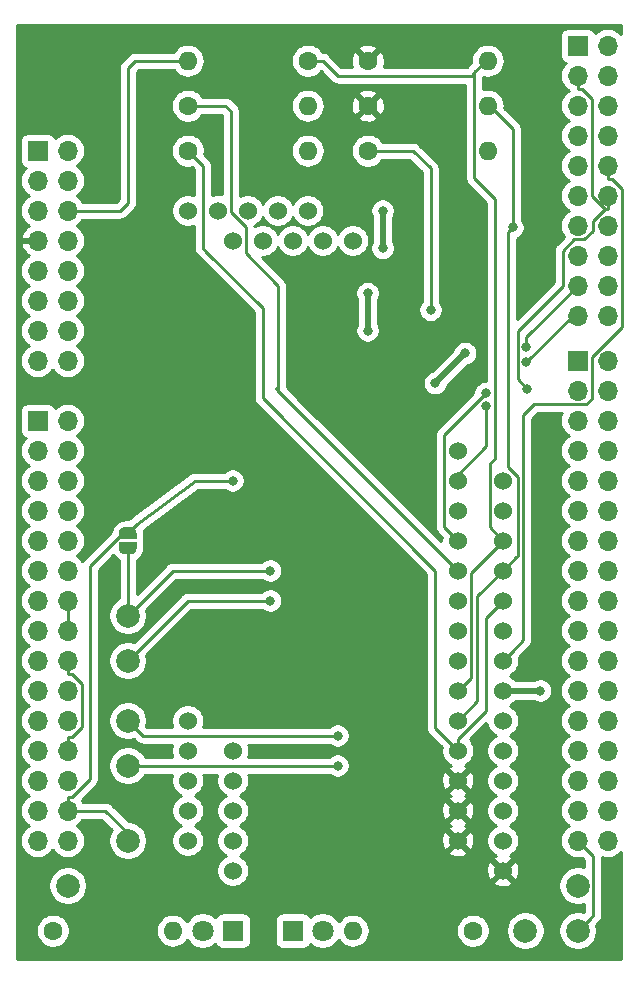
<source format=gtl>
G04 #@! TF.GenerationSoftware,KiCad,Pcbnew,5.1.0-060a0da~80~ubuntu16.04.1*
G04 #@! TF.CreationDate,2019-04-14T22:51:48+09:00*
G04 #@! TF.ProjectId,Akashi-02,416b6173-6869-42d3-9032-2e6b69636164,rev?*
G04 #@! TF.SameCoordinates,Original*
G04 #@! TF.FileFunction,Copper,L1,Top*
G04 #@! TF.FilePolarity,Positive*
%FSLAX46Y46*%
G04 Gerber Fmt 4.6, Leading zero omitted, Abs format (unit mm)*
G04 Created by KiCad (PCBNEW 5.1.0-060a0da~80~ubuntu16.04.1) date 2019-04-14 22:51:48*
%MOMM*%
%LPD*%
G04 APERTURE LIST*
%ADD10C,1.524000*%
%ADD11C,0.500000*%
%ADD12C,0.100000*%
%ADD13O,1.700000X1.700000*%
%ADD14R,1.700000X1.700000*%
%ADD15O,1.600000X1.600000*%
%ADD16C,1.600000*%
%ADD17C,1.800000*%
%ADD18R,1.800000X1.800000*%
%ADD19C,2.000000*%
%ADD20C,0.800000*%
%ADD21C,0.250000*%
%ADD22C,0.500000*%
%ADD23C,0.254000*%
G04 APERTURE END LIST*
D10*
X146050000Y-127000000D03*
X146050000Y-124460000D03*
X146050000Y-121920000D03*
X146050000Y-119380000D03*
X146050000Y-116840000D03*
X146050000Y-114300000D03*
X146050000Y-111760000D03*
X146050000Y-109220000D03*
X146050000Y-106680000D03*
X146050000Y-104140000D03*
X146050000Y-101600000D03*
X146050000Y-99060000D03*
X146050000Y-96520000D03*
X146050000Y-93980000D03*
X123190000Y-127000000D03*
X123190000Y-124460000D03*
X123190000Y-121920000D03*
X123190000Y-119380000D03*
X123190000Y-116840000D03*
X123190000Y-73660000D03*
X125730000Y-73660000D03*
X128270000Y-73660000D03*
X130810000Y-73660000D03*
X133350000Y-73660000D03*
X142240000Y-124460000D03*
X142240000Y-121920000D03*
X142240000Y-119380000D03*
X142240000Y-116840000D03*
X142240000Y-114300000D03*
X142240000Y-111760000D03*
X142240000Y-109220000D03*
X142240000Y-106680000D03*
X142240000Y-104140000D03*
X142240000Y-101600000D03*
X142240000Y-99060000D03*
X142240000Y-96520000D03*
X142240000Y-93980000D03*
X142240000Y-91440000D03*
X119380000Y-124460000D03*
X119380000Y-121920000D03*
X119380000Y-119380000D03*
X119380000Y-116840000D03*
X119380000Y-114300000D03*
X119380000Y-71120000D03*
X121920000Y-71120000D03*
X124460000Y-71120000D03*
X127000000Y-71120000D03*
X129540000Y-71120000D03*
D11*
X114300000Y-99710000D03*
D12*
G36*
X115050000Y-99210000D02*
G01*
X115050000Y-99710000D01*
X115049398Y-99710000D01*
X115049398Y-99734534D01*
X115044588Y-99783365D01*
X115035016Y-99831490D01*
X115020772Y-99878445D01*
X115001995Y-99923778D01*
X114978864Y-99967051D01*
X114951604Y-100007850D01*
X114920476Y-100045779D01*
X114885779Y-100080476D01*
X114847850Y-100111604D01*
X114807051Y-100138864D01*
X114763778Y-100161995D01*
X114718445Y-100180772D01*
X114671490Y-100195016D01*
X114623365Y-100204588D01*
X114574534Y-100209398D01*
X114550000Y-100209398D01*
X114550000Y-100210000D01*
X114050000Y-100210000D01*
X114050000Y-100209398D01*
X114025466Y-100209398D01*
X113976635Y-100204588D01*
X113928510Y-100195016D01*
X113881555Y-100180772D01*
X113836222Y-100161995D01*
X113792949Y-100138864D01*
X113752150Y-100111604D01*
X113714221Y-100080476D01*
X113679524Y-100045779D01*
X113648396Y-100007850D01*
X113621136Y-99967051D01*
X113598005Y-99923778D01*
X113579228Y-99878445D01*
X113564984Y-99831490D01*
X113555412Y-99783365D01*
X113550602Y-99734534D01*
X113550602Y-99710000D01*
X113550000Y-99710000D01*
X113550000Y-99210000D01*
X115050000Y-99210000D01*
X115050000Y-99210000D01*
G37*
D11*
X114300000Y-98410000D03*
D12*
G36*
X113550602Y-98410000D02*
G01*
X113550602Y-98385466D01*
X113555412Y-98336635D01*
X113564984Y-98288510D01*
X113579228Y-98241555D01*
X113598005Y-98196222D01*
X113621136Y-98152949D01*
X113648396Y-98112150D01*
X113679524Y-98074221D01*
X113714221Y-98039524D01*
X113752150Y-98008396D01*
X113792949Y-97981136D01*
X113836222Y-97958005D01*
X113881555Y-97939228D01*
X113928510Y-97924984D01*
X113976635Y-97915412D01*
X114025466Y-97910602D01*
X114050000Y-97910602D01*
X114050000Y-97910000D01*
X114550000Y-97910000D01*
X114550000Y-97910602D01*
X114574534Y-97910602D01*
X114623365Y-97915412D01*
X114671490Y-97924984D01*
X114718445Y-97939228D01*
X114763778Y-97958005D01*
X114807051Y-97981136D01*
X114847850Y-98008396D01*
X114885779Y-98039524D01*
X114920476Y-98074221D01*
X114951604Y-98112150D01*
X114978864Y-98152949D01*
X115001995Y-98196222D01*
X115020772Y-98241555D01*
X115035016Y-98288510D01*
X115044588Y-98336635D01*
X115049398Y-98385466D01*
X115049398Y-98410000D01*
X115050000Y-98410000D01*
X115050000Y-98910000D01*
X113550000Y-98910000D01*
X113550000Y-98410000D01*
X113550602Y-98410000D01*
X113550602Y-98410000D01*
G37*
D13*
X154940000Y-80010000D03*
X152400000Y-80010000D03*
X154940000Y-77470000D03*
X152400000Y-77470000D03*
X154940000Y-74930000D03*
X152400000Y-74930000D03*
X154940000Y-72390000D03*
X152400000Y-72390000D03*
X154940000Y-69850000D03*
X152400000Y-69850000D03*
X154940000Y-67310000D03*
X152400000Y-67310000D03*
X154940000Y-64770000D03*
X152400000Y-64770000D03*
X154940000Y-62230000D03*
X152400000Y-62230000D03*
X154940000Y-59690000D03*
X152400000Y-59690000D03*
X154940000Y-57150000D03*
D14*
X152400000Y-57150000D03*
D13*
X154940000Y-124460000D03*
X152400000Y-124460000D03*
X154940000Y-121920000D03*
X152400000Y-121920000D03*
X154940000Y-119380000D03*
X152400000Y-119380000D03*
X154940000Y-116840000D03*
X152400000Y-116840000D03*
X154940000Y-114300000D03*
X152400000Y-114300000D03*
X154940000Y-111760000D03*
X152400000Y-111760000D03*
X154940000Y-109220000D03*
X152400000Y-109220000D03*
X154940000Y-106680000D03*
X152400000Y-106680000D03*
X154940000Y-104140000D03*
X152400000Y-104140000D03*
X154940000Y-101600000D03*
X152400000Y-101600000D03*
X154940000Y-99060000D03*
X152400000Y-99060000D03*
X154940000Y-96520000D03*
X152400000Y-96520000D03*
X154940000Y-93980000D03*
X152400000Y-93980000D03*
X154940000Y-91440000D03*
X152400000Y-91440000D03*
X154940000Y-88900000D03*
X152400000Y-88900000D03*
X154940000Y-86360000D03*
X152400000Y-86360000D03*
X154940000Y-83820000D03*
D14*
X152400000Y-83820000D03*
D13*
X109220000Y-124460000D03*
X106680000Y-124460000D03*
X109220000Y-121920000D03*
X106680000Y-121920000D03*
X109220000Y-119380000D03*
X106680000Y-119380000D03*
X109220000Y-116840000D03*
X106680000Y-116840000D03*
X109220000Y-114300000D03*
X106680000Y-114300000D03*
X109220000Y-111760000D03*
X106680000Y-111760000D03*
X109220000Y-109220000D03*
X106680000Y-109220000D03*
X109220000Y-106680000D03*
X106680000Y-106680000D03*
X109220000Y-104140000D03*
X106680000Y-104140000D03*
X109220000Y-101600000D03*
X106680000Y-101600000D03*
X109220000Y-99060000D03*
X106680000Y-99060000D03*
X109220000Y-96520000D03*
X106680000Y-96520000D03*
X109220000Y-93980000D03*
X106680000Y-93980000D03*
X109220000Y-91440000D03*
X106680000Y-91440000D03*
X109220000Y-88900000D03*
D14*
X106680000Y-88900000D03*
D13*
X109220000Y-83820000D03*
X106680000Y-83820000D03*
X109220000Y-81280000D03*
X106680000Y-81280000D03*
X109220000Y-78740000D03*
X106680000Y-78740000D03*
X109220000Y-76200000D03*
X106680000Y-76200000D03*
X109220000Y-73660000D03*
X106680000Y-73660000D03*
X109220000Y-71120000D03*
X106680000Y-71120000D03*
X109220000Y-68580000D03*
X106680000Y-68580000D03*
X109220000Y-66040000D03*
D14*
X106680000Y-66040000D03*
D15*
X119380000Y-58420000D03*
D16*
X129540000Y-58420000D03*
D15*
X129540000Y-66040000D03*
D16*
X119380000Y-66040000D03*
X119380000Y-62230000D03*
D15*
X129540000Y-62230000D03*
D16*
X107950000Y-132080000D03*
D15*
X118110000Y-132080000D03*
D16*
X143510000Y-132080000D03*
D15*
X133350000Y-132080000D03*
X144780000Y-58420000D03*
D16*
X134620000Y-58420000D03*
D17*
X120650000Y-132080000D03*
D18*
X123190000Y-132080000D03*
X128270000Y-132080000D03*
D17*
X130810000Y-132080000D03*
D16*
X134620000Y-62230000D03*
D15*
X144780000Y-62230000D03*
D16*
X134620000Y-66040000D03*
D15*
X144780000Y-66040000D03*
D19*
X114300000Y-105410000D03*
X114300000Y-109220000D03*
X114300000Y-114300000D03*
X114300000Y-118110000D03*
X114300000Y-124460000D03*
X109220000Y-128270000D03*
X152400000Y-132080000D03*
X152400000Y-128270000D03*
X147955000Y-132080000D03*
D20*
X144608200Y-86572100D03*
X148041500Y-82636500D03*
X126365000Y-101600000D03*
X126365000Y-104140000D03*
X140335000Y-85725000D03*
X142875000Y-83185000D03*
X134620000Y-81280000D03*
X135890000Y-74295000D03*
X134620000Y-78105000D03*
X135890000Y-71120000D03*
X149225000Y-111760000D03*
X146883300Y-72548900D03*
X139940500Y-79532900D03*
X132080000Y-115570000D03*
X144666800Y-87630000D03*
X148053499Y-83918499D03*
X123190000Y-93980000D03*
X148112174Y-86202826D03*
X132080000Y-118110000D03*
D21*
X142240000Y-99060000D02*
X141092500Y-97912500D01*
X141092500Y-97912500D02*
X141092500Y-90087800D01*
X141092500Y-90087800D02*
X144608200Y-86572100D01*
X114300000Y-105410000D02*
X114300000Y-99710000D01*
X109220000Y-104140000D02*
X109220000Y-106680000D01*
X148041500Y-81828500D02*
X152400000Y-77470000D01*
X148041500Y-82636500D02*
X148041500Y-81828500D01*
X118110000Y-101600000D02*
X114300000Y-105410000D01*
X126365000Y-101600000D02*
X118110000Y-101600000D01*
X109220000Y-116840000D02*
X109220000Y-115664700D01*
X109220000Y-109220000D02*
X109220000Y-110395300D01*
X109220000Y-110395300D02*
X109587300Y-110395300D01*
X109587300Y-110395300D02*
X110395300Y-111203300D01*
X110395300Y-111203300D02*
X110395300Y-114856800D01*
X110395300Y-114856800D02*
X109587400Y-115664700D01*
X109587400Y-115664700D02*
X109220000Y-115664700D01*
X156115300Y-69293200D02*
X156115300Y-80944400D01*
X156115300Y-80944400D02*
X153575400Y-83484300D01*
X155307400Y-68485300D02*
X156115300Y-69293200D01*
X147770010Y-88449990D02*
X147770010Y-107499990D01*
X154940000Y-68485300D02*
X155307400Y-68485300D01*
X148684999Y-87535001D02*
X147770010Y-88449990D01*
X154940000Y-67310000D02*
X154940000Y-68485300D01*
X146811999Y-108458001D02*
X146050000Y-109220000D01*
X153575400Y-83484300D02*
X153575400Y-87089600D01*
X147770010Y-107499990D02*
X146811999Y-108458001D01*
X153575400Y-87089600D02*
X153129999Y-87535001D01*
X153129999Y-87535001D02*
X148684999Y-87535001D01*
X119380000Y-104140000D02*
X114300000Y-109220000D01*
X126365000Y-104140000D02*
X119380000Y-104140000D01*
D22*
X140335000Y-85725000D02*
X142875000Y-83185000D01*
X134620000Y-81280000D02*
X134620000Y-78105000D01*
X135890000Y-74295000D02*
X135890000Y-71120000D01*
X146050000Y-111760000D02*
X149225000Y-111760000D01*
D21*
X142240000Y-114300000D02*
X143881700Y-112658300D01*
X143881700Y-112658300D02*
X143881700Y-103768300D01*
X143881700Y-103768300D02*
X146050000Y-101600000D01*
X146883300Y-72548900D02*
X146883300Y-64188600D01*
X146883300Y-64188600D02*
X144780000Y-62085300D01*
X146050000Y-101600000D02*
X147184700Y-100465300D01*
X146483301Y-92804539D02*
X147320000Y-93641238D01*
X146483301Y-72948899D02*
X146483301Y-92804539D01*
X146883300Y-72548900D02*
X146483301Y-72948899D01*
X147320000Y-100330000D02*
X147184700Y-100465300D01*
X147320000Y-93641238D02*
X147320000Y-100330000D01*
X146050000Y-99060000D02*
X144932100Y-97942100D01*
X144932100Y-97942100D02*
X144932100Y-92547400D01*
X144932100Y-92547400D02*
X145391800Y-92087700D01*
X145391800Y-92087700D02*
X145391800Y-70140200D01*
X145391800Y-70140200D02*
X143654700Y-68403100D01*
X143654700Y-68403100D02*
X143654700Y-59400600D01*
X143654700Y-59400600D02*
X144780000Y-58275300D01*
X142240000Y-111760000D02*
X143327400Y-110672600D01*
X143327400Y-110672600D02*
X143327400Y-101782600D01*
X143327400Y-101782600D02*
X146050000Y-99060000D01*
X129540000Y-58420000D02*
X130810000Y-58420000D01*
X143510000Y-59545300D02*
X143654700Y-59400600D01*
X132080000Y-59690000D02*
X143510000Y-59690000D01*
X130810000Y-58420000D02*
X132080000Y-59690000D01*
X143510000Y-59690000D02*
X143510000Y-59545300D01*
X138430000Y-66040000D02*
X134620000Y-66040000D01*
X139940500Y-67550500D02*
X138430000Y-66040000D01*
X139940500Y-79532900D02*
X139940500Y-67550500D01*
X113665000Y-71120000D02*
X109220000Y-71120000D01*
X114300000Y-70485000D02*
X113665000Y-71120000D01*
X119380000Y-58420000D02*
X114935000Y-58420000D01*
X114300000Y-59055000D02*
X114300000Y-70485000D01*
X114935000Y-58420000D02*
X114300000Y-59055000D01*
X115570000Y-115570000D02*
X114300000Y-114300000D01*
X132080000Y-115570000D02*
X115570000Y-115570000D01*
X142240000Y-101600000D02*
X128270000Y-87630000D01*
X128270000Y-87630000D02*
X127000000Y-86360000D01*
X127000000Y-86360000D02*
X126817001Y-86177001D01*
X122555000Y-62230000D02*
X119380000Y-62230000D01*
X123007001Y-62682001D02*
X122555000Y-62230000D01*
X123007001Y-71275763D02*
X123007001Y-62682001D01*
X127000000Y-86360000D02*
X127000000Y-77470000D01*
X124277001Y-74747001D02*
X124277001Y-72545763D01*
X127000000Y-77470000D02*
X124277001Y-74747001D01*
X124277001Y-72545763D02*
X123007001Y-71275763D01*
X153725001Y-130754999D02*
X153399999Y-131080001D01*
X153399999Y-131080001D02*
X152400000Y-132080000D01*
X153725001Y-125785001D02*
X153725001Y-130754999D01*
X152400000Y-124460000D02*
X153725001Y-125785001D01*
X142248100Y-115859600D02*
X144597400Y-113510300D01*
X144597400Y-113510300D02*
X144597400Y-105592600D01*
X144597400Y-105592600D02*
X146050000Y-104140000D01*
X142240000Y-116840000D02*
X142240000Y-115867700D01*
X142240000Y-115867700D02*
X142248100Y-115859600D01*
X142240000Y-116840000D02*
X140335000Y-114935000D01*
X140335000Y-114935000D02*
X140335000Y-101600000D01*
X140335000Y-101600000D02*
X125730000Y-86995000D01*
X125730000Y-86995000D02*
X125730000Y-79375000D01*
X120967500Y-74612500D02*
X120832999Y-74477999D01*
X125730000Y-79375000D02*
X120967500Y-74612500D01*
X120967500Y-74612500D02*
X120650000Y-74295000D01*
X120650000Y-67310000D02*
X119380000Y-66040000D01*
X120650000Y-74295000D02*
X120650000Y-67310000D01*
X142240000Y-93980000D02*
X142240000Y-93487100D01*
X142240000Y-93487100D02*
X144644800Y-91082300D01*
X114300000Y-98410000D02*
X113883600Y-98410000D01*
X113883600Y-98410000D02*
X111076900Y-101216700D01*
X111076900Y-101216700D02*
X111076900Y-119255100D01*
X111076900Y-119255100D02*
X109587300Y-120744700D01*
X109587300Y-120744700D02*
X109220000Y-120744700D01*
X109220000Y-121920000D02*
X109220000Y-120744700D01*
X109220000Y-121920000D02*
X112395000Y-121920000D01*
X112395000Y-121920000D02*
X114300000Y-123825000D01*
X114300000Y-123825000D02*
X114300000Y-124460000D01*
X144644800Y-91082300D02*
X144644800Y-88874650D01*
X115070400Y-97639600D02*
X114300000Y-98410000D01*
X120015000Y-93980000D02*
X115070400Y-97639600D01*
X151961998Y-80010000D02*
X152400000Y-80010000D01*
X148053499Y-83918499D02*
X151961998Y-80010000D01*
X144666800Y-88852650D02*
X144666800Y-87630000D01*
X144644800Y-88874650D02*
X144666800Y-88852650D01*
X123190000Y-93980000D02*
X120015000Y-93980000D01*
X154684400Y-70969000D02*
X153575300Y-69859900D01*
X153575300Y-69859900D02*
X153575300Y-61673200D01*
X153575300Y-61673200D02*
X152767400Y-60865300D01*
X152767400Y-60865300D02*
X152400000Y-60865300D01*
X154940000Y-71025300D02*
X154740700Y-71025300D01*
X154740700Y-71025300D02*
X154684400Y-70969000D01*
X152400000Y-59690000D02*
X152400000Y-60865300D01*
X154940000Y-69850000D02*
X154940000Y-71025300D01*
X153670000Y-71983400D02*
X154684400Y-70969000D01*
X152928700Y-73565400D02*
X153670000Y-72824100D01*
X153670000Y-72824100D02*
X153670000Y-71983400D01*
X151130000Y-74512000D02*
X152076600Y-73565400D01*
X148112174Y-86202826D02*
X147316499Y-85407151D01*
X147316499Y-85407151D02*
X147316499Y-81283501D01*
X147316499Y-81283501D02*
X151130000Y-77470000D01*
X152076600Y-73565400D02*
X152928700Y-73565400D01*
X151130000Y-77470000D02*
X151130000Y-74512000D01*
X132080000Y-118110000D02*
X114300000Y-118110000D01*
D23*
G36*
X156083000Y-56201931D02*
G01*
X155995134Y-56094866D01*
X155769014Y-55909294D01*
X155511034Y-55771401D01*
X155231111Y-55686487D01*
X155012950Y-55665000D01*
X154867050Y-55665000D01*
X154648889Y-55686487D01*
X154368966Y-55771401D01*
X154110986Y-55909294D01*
X153884866Y-56094866D01*
X153860393Y-56124687D01*
X153839502Y-56055820D01*
X153780537Y-55945506D01*
X153701185Y-55848815D01*
X153604494Y-55769463D01*
X153494180Y-55710498D01*
X153374482Y-55674188D01*
X153250000Y-55661928D01*
X151550000Y-55661928D01*
X151425518Y-55674188D01*
X151305820Y-55710498D01*
X151195506Y-55769463D01*
X151098815Y-55848815D01*
X151019463Y-55945506D01*
X150960498Y-56055820D01*
X150924188Y-56175518D01*
X150911928Y-56300000D01*
X150911928Y-58000000D01*
X150924188Y-58124482D01*
X150960498Y-58244180D01*
X151019463Y-58354494D01*
X151098815Y-58451185D01*
X151195506Y-58530537D01*
X151305820Y-58589502D01*
X151374687Y-58610393D01*
X151344866Y-58634866D01*
X151159294Y-58860986D01*
X151021401Y-59118966D01*
X150936487Y-59398889D01*
X150907815Y-59690000D01*
X150936487Y-59981111D01*
X151021401Y-60261034D01*
X151159294Y-60519014D01*
X151344866Y-60745134D01*
X151570986Y-60930706D01*
X151625791Y-60960000D01*
X151570986Y-60989294D01*
X151344866Y-61174866D01*
X151159294Y-61400986D01*
X151021401Y-61658966D01*
X150936487Y-61938889D01*
X150907815Y-62230000D01*
X150936487Y-62521111D01*
X151021401Y-62801034D01*
X151159294Y-63059014D01*
X151344866Y-63285134D01*
X151570986Y-63470706D01*
X151625791Y-63500000D01*
X151570986Y-63529294D01*
X151344866Y-63714866D01*
X151159294Y-63940986D01*
X151021401Y-64198966D01*
X150936487Y-64478889D01*
X150907815Y-64770000D01*
X150936487Y-65061111D01*
X151021401Y-65341034D01*
X151159294Y-65599014D01*
X151344866Y-65825134D01*
X151570986Y-66010706D01*
X151625791Y-66040000D01*
X151570986Y-66069294D01*
X151344866Y-66254866D01*
X151159294Y-66480986D01*
X151021401Y-66738966D01*
X150936487Y-67018889D01*
X150907815Y-67310000D01*
X150936487Y-67601111D01*
X151021401Y-67881034D01*
X151159294Y-68139014D01*
X151344866Y-68365134D01*
X151570986Y-68550706D01*
X151625791Y-68580000D01*
X151570986Y-68609294D01*
X151344866Y-68794866D01*
X151159294Y-69020986D01*
X151021401Y-69278966D01*
X150936487Y-69558889D01*
X150907815Y-69850000D01*
X150936487Y-70141111D01*
X151021401Y-70421034D01*
X151159294Y-70679014D01*
X151344866Y-70905134D01*
X151570986Y-71090706D01*
X151625791Y-71120000D01*
X151570986Y-71149294D01*
X151344866Y-71334866D01*
X151159294Y-71560986D01*
X151021401Y-71818966D01*
X150936487Y-72098889D01*
X150907815Y-72390000D01*
X150936487Y-72681111D01*
X151021401Y-72961034D01*
X151159294Y-73219014D01*
X151244437Y-73322761D01*
X150618998Y-73948201D01*
X150590000Y-73971999D01*
X150566202Y-74000997D01*
X150566201Y-74000998D01*
X150495026Y-74087724D01*
X150424454Y-74219754D01*
X150408926Y-74270946D01*
X150380998Y-74363014D01*
X150370609Y-74468490D01*
X150366324Y-74512000D01*
X150370001Y-74549332D01*
X150370000Y-77155198D01*
X147243301Y-80281898D01*
X147243301Y-73520059D01*
X147373556Y-73466105D01*
X147543074Y-73352837D01*
X147687237Y-73208674D01*
X147800505Y-73039156D01*
X147878526Y-72850798D01*
X147918300Y-72650839D01*
X147918300Y-72446961D01*
X147878526Y-72247002D01*
X147800505Y-72058644D01*
X147687237Y-71889126D01*
X147643300Y-71845189D01*
X147643300Y-64225922D01*
X147646976Y-64188599D01*
X147643300Y-64151276D01*
X147643300Y-64151267D01*
X147632303Y-64039614D01*
X147588846Y-63896353D01*
X147518274Y-63764324D01*
X147477685Y-63714866D01*
X147447099Y-63677596D01*
X147447095Y-63677592D01*
X147423301Y-63648599D01*
X147394308Y-63624805D01*
X146201998Y-62432497D01*
X146221943Y-62230000D01*
X146194236Y-61948691D01*
X146112182Y-61678192D01*
X145978932Y-61428899D01*
X145799608Y-61210392D01*
X145581101Y-61031068D01*
X145331808Y-60897818D01*
X145061309Y-60815764D01*
X144850492Y-60795000D01*
X144709508Y-60795000D01*
X144498691Y-60815764D01*
X144414700Y-60841242D01*
X144414700Y-59808758D01*
X144498691Y-59834236D01*
X144709508Y-59855000D01*
X144850492Y-59855000D01*
X145061309Y-59834236D01*
X145331808Y-59752182D01*
X145581101Y-59618932D01*
X145799608Y-59439608D01*
X145978932Y-59221101D01*
X146112182Y-58971808D01*
X146194236Y-58701309D01*
X146221943Y-58420000D01*
X146194236Y-58138691D01*
X146112182Y-57868192D01*
X145978932Y-57618899D01*
X145799608Y-57400392D01*
X145581101Y-57221068D01*
X145331808Y-57087818D01*
X145061309Y-57005764D01*
X144850492Y-56985000D01*
X144709508Y-56985000D01*
X144498691Y-57005764D01*
X144228192Y-57087818D01*
X143978899Y-57221068D01*
X143760392Y-57400392D01*
X143581068Y-57618899D01*
X143447818Y-57868192D01*
X143365764Y-58138691D01*
X143338057Y-58420000D01*
X143358002Y-58622497D01*
X143143698Y-58836801D01*
X143114700Y-58860599D01*
X143090902Y-58889597D01*
X143050499Y-58930000D01*
X135966217Y-58930000D01*
X135977571Y-58906004D01*
X136046300Y-58631816D01*
X136060217Y-58349488D01*
X136018787Y-58069870D01*
X135923603Y-57803708D01*
X135856671Y-57678486D01*
X135612702Y-57606903D01*
X134799605Y-58420000D01*
X134813748Y-58434143D01*
X134634143Y-58613748D01*
X134620000Y-58599605D01*
X134605858Y-58613748D01*
X134426253Y-58434143D01*
X134440395Y-58420000D01*
X133627298Y-57606903D01*
X133383329Y-57678486D01*
X133262429Y-57933996D01*
X133193700Y-58208184D01*
X133179783Y-58490512D01*
X133221213Y-58770130D01*
X133278385Y-58930000D01*
X132394802Y-58930000D01*
X131373804Y-57909003D01*
X131350001Y-57879999D01*
X131234276Y-57785026D01*
X131102247Y-57714454D01*
X130958986Y-57670997D01*
X130847333Y-57660000D01*
X130847322Y-57660000D01*
X130810000Y-57656324D01*
X130772678Y-57660000D01*
X130758043Y-57660000D01*
X130654637Y-57505241D01*
X130576694Y-57427298D01*
X133806903Y-57427298D01*
X134620000Y-58240395D01*
X135433097Y-57427298D01*
X135361514Y-57183329D01*
X135106004Y-57062429D01*
X134831816Y-56993700D01*
X134549488Y-56979783D01*
X134269870Y-57021213D01*
X134003708Y-57116397D01*
X133878486Y-57183329D01*
X133806903Y-57427298D01*
X130576694Y-57427298D01*
X130454759Y-57305363D01*
X130219727Y-57148320D01*
X129958574Y-57040147D01*
X129681335Y-56985000D01*
X129398665Y-56985000D01*
X129121426Y-57040147D01*
X128860273Y-57148320D01*
X128625241Y-57305363D01*
X128425363Y-57505241D01*
X128268320Y-57740273D01*
X128160147Y-58001426D01*
X128105000Y-58278665D01*
X128105000Y-58561335D01*
X128160147Y-58838574D01*
X128268320Y-59099727D01*
X128425363Y-59334759D01*
X128625241Y-59534637D01*
X128860273Y-59691680D01*
X129121426Y-59799853D01*
X129398665Y-59855000D01*
X129681335Y-59855000D01*
X129958574Y-59799853D01*
X130219727Y-59691680D01*
X130454759Y-59534637D01*
X130652297Y-59337099D01*
X131516201Y-60201003D01*
X131539999Y-60230001D01*
X131655724Y-60324974D01*
X131787753Y-60395546D01*
X131931014Y-60439003D01*
X132042667Y-60450000D01*
X132042676Y-60450000D01*
X132079999Y-60453676D01*
X132117322Y-60450000D01*
X142894701Y-60450000D01*
X142894700Y-68365778D01*
X142891024Y-68403100D01*
X142894700Y-68440422D01*
X142894700Y-68440432D01*
X142905697Y-68552085D01*
X142916487Y-68587654D01*
X142949154Y-68695346D01*
X143019726Y-68827376D01*
X143053823Y-68868923D01*
X143114699Y-68943101D01*
X143143702Y-68966903D01*
X144631801Y-70455004D01*
X144631800Y-85537100D01*
X144506261Y-85537100D01*
X144306302Y-85576874D01*
X144117944Y-85654895D01*
X143948426Y-85768163D01*
X143804263Y-85912326D01*
X143690995Y-86081844D01*
X143612974Y-86270202D01*
X143573200Y-86470161D01*
X143573200Y-86532298D01*
X140581498Y-89524001D01*
X140552500Y-89547799D01*
X140528702Y-89576797D01*
X140528701Y-89576798D01*
X140457526Y-89663524D01*
X140386954Y-89795554D01*
X140356680Y-89895358D01*
X140343498Y-89938814D01*
X140338045Y-89994180D01*
X140328824Y-90087800D01*
X140332501Y-90125132D01*
X140332500Y-97875178D01*
X140328824Y-97912500D01*
X140332500Y-97949822D01*
X140332500Y-97949832D01*
X140343497Y-98061485D01*
X140376252Y-98169465D01*
X140386954Y-98204746D01*
X140457526Y-98336776D01*
X140497371Y-98385326D01*
X140552499Y-98452501D01*
X140581503Y-98476304D01*
X140873628Y-98768429D01*
X140843000Y-98922408D01*
X140843000Y-99128197D01*
X128833804Y-87119003D01*
X128833799Y-87118997D01*
X127760000Y-86045199D01*
X127760000Y-85623061D01*
X139300000Y-85623061D01*
X139300000Y-85826939D01*
X139339774Y-86026898D01*
X139417795Y-86215256D01*
X139531063Y-86384774D01*
X139675226Y-86528937D01*
X139844744Y-86642205D01*
X140033102Y-86720226D01*
X140233061Y-86760000D01*
X140436939Y-86760000D01*
X140636898Y-86720226D01*
X140825256Y-86642205D01*
X140994774Y-86528937D01*
X141138937Y-86384774D01*
X141252205Y-86215256D01*
X141330226Y-86026898D01*
X141341535Y-85970043D01*
X143120044Y-84191535D01*
X143176898Y-84180226D01*
X143365256Y-84102205D01*
X143534774Y-83988937D01*
X143678937Y-83844774D01*
X143792205Y-83675256D01*
X143870226Y-83486898D01*
X143910000Y-83286939D01*
X143910000Y-83083061D01*
X143870226Y-82883102D01*
X143792205Y-82694744D01*
X143678937Y-82525226D01*
X143534774Y-82381063D01*
X143365256Y-82267795D01*
X143176898Y-82189774D01*
X142976939Y-82150000D01*
X142773061Y-82150000D01*
X142573102Y-82189774D01*
X142384744Y-82267795D01*
X142215226Y-82381063D01*
X142071063Y-82525226D01*
X141957795Y-82694744D01*
X141879774Y-82883102D01*
X141868465Y-82939956D01*
X140089957Y-84718465D01*
X140033102Y-84729774D01*
X139844744Y-84807795D01*
X139675226Y-84921063D01*
X139531063Y-85065226D01*
X139417795Y-85234744D01*
X139339774Y-85423102D01*
X139300000Y-85623061D01*
X127760000Y-85623061D01*
X127760000Y-78003061D01*
X133585000Y-78003061D01*
X133585000Y-78206939D01*
X133624774Y-78406898D01*
X133702795Y-78595256D01*
X133735001Y-78643456D01*
X133735000Y-80741545D01*
X133702795Y-80789744D01*
X133624774Y-80978102D01*
X133585000Y-81178061D01*
X133585000Y-81381939D01*
X133624774Y-81581898D01*
X133702795Y-81770256D01*
X133816063Y-81939774D01*
X133960226Y-82083937D01*
X134129744Y-82197205D01*
X134318102Y-82275226D01*
X134518061Y-82315000D01*
X134721939Y-82315000D01*
X134921898Y-82275226D01*
X135110256Y-82197205D01*
X135279774Y-82083937D01*
X135423937Y-81939774D01*
X135537205Y-81770256D01*
X135615226Y-81581898D01*
X135655000Y-81381939D01*
X135655000Y-81178061D01*
X135615226Y-80978102D01*
X135537205Y-80789744D01*
X135505000Y-80741546D01*
X135505000Y-78643454D01*
X135537205Y-78595256D01*
X135615226Y-78406898D01*
X135655000Y-78206939D01*
X135655000Y-78003061D01*
X135615226Y-77803102D01*
X135537205Y-77614744D01*
X135423937Y-77445226D01*
X135279774Y-77301063D01*
X135110256Y-77187795D01*
X134921898Y-77109774D01*
X134721939Y-77070000D01*
X134518061Y-77070000D01*
X134318102Y-77109774D01*
X134129744Y-77187795D01*
X133960226Y-77301063D01*
X133816063Y-77445226D01*
X133702795Y-77614744D01*
X133624774Y-77803102D01*
X133585000Y-78003061D01*
X127760000Y-78003061D01*
X127760000Y-77507322D01*
X127763676Y-77469999D01*
X127760000Y-77432676D01*
X127760000Y-77432667D01*
X127749003Y-77321014D01*
X127705546Y-77177753D01*
X127647950Y-77070000D01*
X127634974Y-77045723D01*
X127563799Y-76958997D01*
X127540001Y-76929999D01*
X127511003Y-76906201D01*
X125661801Y-75057000D01*
X125867592Y-75057000D01*
X126137490Y-75003314D01*
X126391727Y-74898005D01*
X126620535Y-74745120D01*
X126815120Y-74550535D01*
X126968005Y-74321727D01*
X127000000Y-74244485D01*
X127031995Y-74321727D01*
X127184880Y-74550535D01*
X127379465Y-74745120D01*
X127608273Y-74898005D01*
X127862510Y-75003314D01*
X128132408Y-75057000D01*
X128407592Y-75057000D01*
X128677490Y-75003314D01*
X128931727Y-74898005D01*
X129160535Y-74745120D01*
X129355120Y-74550535D01*
X129508005Y-74321727D01*
X129540000Y-74244485D01*
X129571995Y-74321727D01*
X129724880Y-74550535D01*
X129919465Y-74745120D01*
X130148273Y-74898005D01*
X130402510Y-75003314D01*
X130672408Y-75057000D01*
X130947592Y-75057000D01*
X131217490Y-75003314D01*
X131471727Y-74898005D01*
X131700535Y-74745120D01*
X131895120Y-74550535D01*
X132048005Y-74321727D01*
X132080000Y-74244485D01*
X132111995Y-74321727D01*
X132264880Y-74550535D01*
X132459465Y-74745120D01*
X132688273Y-74898005D01*
X132942510Y-75003314D01*
X133212408Y-75057000D01*
X133487592Y-75057000D01*
X133757490Y-75003314D01*
X134011727Y-74898005D01*
X134240535Y-74745120D01*
X134435120Y-74550535D01*
X134588005Y-74321727D01*
X134693314Y-74067490D01*
X134747000Y-73797592D01*
X134747000Y-73522408D01*
X134693314Y-73252510D01*
X134588005Y-72998273D01*
X134435120Y-72769465D01*
X134240535Y-72574880D01*
X134011727Y-72421995D01*
X133757490Y-72316686D01*
X133487592Y-72263000D01*
X133212408Y-72263000D01*
X132942510Y-72316686D01*
X132688273Y-72421995D01*
X132459465Y-72574880D01*
X132264880Y-72769465D01*
X132111995Y-72998273D01*
X132080000Y-73075515D01*
X132048005Y-72998273D01*
X131895120Y-72769465D01*
X131700535Y-72574880D01*
X131471727Y-72421995D01*
X131217490Y-72316686D01*
X130947592Y-72263000D01*
X130672408Y-72263000D01*
X130402510Y-72316686D01*
X130148273Y-72421995D01*
X129919465Y-72574880D01*
X129724880Y-72769465D01*
X129571995Y-72998273D01*
X129540000Y-73075515D01*
X129508005Y-72998273D01*
X129355120Y-72769465D01*
X129160535Y-72574880D01*
X128931727Y-72421995D01*
X128677490Y-72316686D01*
X128407592Y-72263000D01*
X128132408Y-72263000D01*
X127862510Y-72316686D01*
X127608273Y-72421995D01*
X127379465Y-72574880D01*
X127184880Y-72769465D01*
X127031995Y-72998273D01*
X127000000Y-73075515D01*
X126968005Y-72998273D01*
X126815120Y-72769465D01*
X126620535Y-72574880D01*
X126391727Y-72421995D01*
X126137490Y-72316686D01*
X125867592Y-72263000D01*
X125592408Y-72263000D01*
X125322510Y-72316686D01*
X125068273Y-72421995D01*
X125030944Y-72446937D01*
X125026087Y-72397621D01*
X125121727Y-72358005D01*
X125350535Y-72205120D01*
X125545120Y-72010535D01*
X125698005Y-71781727D01*
X125730000Y-71704485D01*
X125761995Y-71781727D01*
X125914880Y-72010535D01*
X126109465Y-72205120D01*
X126338273Y-72358005D01*
X126592510Y-72463314D01*
X126862408Y-72517000D01*
X127137592Y-72517000D01*
X127407490Y-72463314D01*
X127661727Y-72358005D01*
X127890535Y-72205120D01*
X128085120Y-72010535D01*
X128238005Y-71781727D01*
X128270000Y-71704485D01*
X128301995Y-71781727D01*
X128454880Y-72010535D01*
X128649465Y-72205120D01*
X128878273Y-72358005D01*
X129132510Y-72463314D01*
X129402408Y-72517000D01*
X129677592Y-72517000D01*
X129947490Y-72463314D01*
X130201727Y-72358005D01*
X130430535Y-72205120D01*
X130625120Y-72010535D01*
X130778005Y-71781727D01*
X130883314Y-71527490D01*
X130937000Y-71257592D01*
X130937000Y-71018061D01*
X134855000Y-71018061D01*
X134855000Y-71221939D01*
X134894774Y-71421898D01*
X134972795Y-71610256D01*
X135005001Y-71658456D01*
X135005000Y-73756545D01*
X134972795Y-73804744D01*
X134894774Y-73993102D01*
X134855000Y-74193061D01*
X134855000Y-74396939D01*
X134894774Y-74596898D01*
X134972795Y-74785256D01*
X135086063Y-74954774D01*
X135230226Y-75098937D01*
X135399744Y-75212205D01*
X135588102Y-75290226D01*
X135788061Y-75330000D01*
X135991939Y-75330000D01*
X136191898Y-75290226D01*
X136380256Y-75212205D01*
X136549774Y-75098937D01*
X136693937Y-74954774D01*
X136807205Y-74785256D01*
X136885226Y-74596898D01*
X136925000Y-74396939D01*
X136925000Y-74193061D01*
X136885226Y-73993102D01*
X136807205Y-73804744D01*
X136775000Y-73756546D01*
X136775000Y-71658454D01*
X136807205Y-71610256D01*
X136885226Y-71421898D01*
X136925000Y-71221939D01*
X136925000Y-71018061D01*
X136885226Y-70818102D01*
X136807205Y-70629744D01*
X136693937Y-70460226D01*
X136549774Y-70316063D01*
X136380256Y-70202795D01*
X136191898Y-70124774D01*
X135991939Y-70085000D01*
X135788061Y-70085000D01*
X135588102Y-70124774D01*
X135399744Y-70202795D01*
X135230226Y-70316063D01*
X135086063Y-70460226D01*
X134972795Y-70629744D01*
X134894774Y-70818102D01*
X134855000Y-71018061D01*
X130937000Y-71018061D01*
X130937000Y-70982408D01*
X130883314Y-70712510D01*
X130778005Y-70458273D01*
X130625120Y-70229465D01*
X130430535Y-70034880D01*
X130201727Y-69881995D01*
X129947490Y-69776686D01*
X129677592Y-69723000D01*
X129402408Y-69723000D01*
X129132510Y-69776686D01*
X128878273Y-69881995D01*
X128649465Y-70034880D01*
X128454880Y-70229465D01*
X128301995Y-70458273D01*
X128270000Y-70535515D01*
X128238005Y-70458273D01*
X128085120Y-70229465D01*
X127890535Y-70034880D01*
X127661727Y-69881995D01*
X127407490Y-69776686D01*
X127137592Y-69723000D01*
X126862408Y-69723000D01*
X126592510Y-69776686D01*
X126338273Y-69881995D01*
X126109465Y-70034880D01*
X125914880Y-70229465D01*
X125761995Y-70458273D01*
X125730000Y-70535515D01*
X125698005Y-70458273D01*
X125545120Y-70229465D01*
X125350535Y-70034880D01*
X125121727Y-69881995D01*
X124867490Y-69776686D01*
X124597592Y-69723000D01*
X124322408Y-69723000D01*
X124052510Y-69776686D01*
X123798273Y-69881995D01*
X123767001Y-69902890D01*
X123767001Y-66040000D01*
X128098057Y-66040000D01*
X128125764Y-66321309D01*
X128207818Y-66591808D01*
X128341068Y-66841101D01*
X128520392Y-67059608D01*
X128738899Y-67238932D01*
X128988192Y-67372182D01*
X129258691Y-67454236D01*
X129469508Y-67475000D01*
X129610492Y-67475000D01*
X129821309Y-67454236D01*
X130091808Y-67372182D01*
X130341101Y-67238932D01*
X130559608Y-67059608D01*
X130738932Y-66841101D01*
X130872182Y-66591808D01*
X130954236Y-66321309D01*
X130981943Y-66040000D01*
X130968023Y-65898665D01*
X133185000Y-65898665D01*
X133185000Y-66181335D01*
X133240147Y-66458574D01*
X133348320Y-66719727D01*
X133505363Y-66954759D01*
X133705241Y-67154637D01*
X133940273Y-67311680D01*
X134201426Y-67419853D01*
X134478665Y-67475000D01*
X134761335Y-67475000D01*
X135038574Y-67419853D01*
X135299727Y-67311680D01*
X135534759Y-67154637D01*
X135734637Y-66954759D01*
X135838043Y-66800000D01*
X138115199Y-66800000D01*
X139180501Y-67865303D01*
X139180500Y-78829189D01*
X139136563Y-78873126D01*
X139023295Y-79042644D01*
X138945274Y-79231002D01*
X138905500Y-79430961D01*
X138905500Y-79634839D01*
X138945274Y-79834798D01*
X139023295Y-80023156D01*
X139136563Y-80192674D01*
X139280726Y-80336837D01*
X139450244Y-80450105D01*
X139638602Y-80528126D01*
X139838561Y-80567900D01*
X140042439Y-80567900D01*
X140242398Y-80528126D01*
X140430756Y-80450105D01*
X140600274Y-80336837D01*
X140744437Y-80192674D01*
X140857705Y-80023156D01*
X140935726Y-79834798D01*
X140975500Y-79634839D01*
X140975500Y-79430961D01*
X140935726Y-79231002D01*
X140857705Y-79042644D01*
X140744437Y-78873126D01*
X140700500Y-78829189D01*
X140700500Y-67587833D01*
X140704177Y-67550500D01*
X140689503Y-67401514D01*
X140646046Y-67258253D01*
X140575474Y-67126224D01*
X140504299Y-67039497D01*
X140480501Y-67010499D01*
X140451503Y-66986701D01*
X138993804Y-65529003D01*
X138970001Y-65499999D01*
X138854276Y-65405026D01*
X138722247Y-65334454D01*
X138578986Y-65290997D01*
X138467333Y-65280000D01*
X138467322Y-65280000D01*
X138430000Y-65276324D01*
X138392678Y-65280000D01*
X135838043Y-65280000D01*
X135734637Y-65125241D01*
X135534759Y-64925363D01*
X135299727Y-64768320D01*
X135038574Y-64660147D01*
X134761335Y-64605000D01*
X134478665Y-64605000D01*
X134201426Y-64660147D01*
X133940273Y-64768320D01*
X133705241Y-64925363D01*
X133505363Y-65125241D01*
X133348320Y-65360273D01*
X133240147Y-65621426D01*
X133185000Y-65898665D01*
X130968023Y-65898665D01*
X130954236Y-65758691D01*
X130872182Y-65488192D01*
X130738932Y-65238899D01*
X130559608Y-65020392D01*
X130341101Y-64841068D01*
X130091808Y-64707818D01*
X129821309Y-64625764D01*
X129610492Y-64605000D01*
X129469508Y-64605000D01*
X129258691Y-64625764D01*
X128988192Y-64707818D01*
X128738899Y-64841068D01*
X128520392Y-65020392D01*
X128341068Y-65238899D01*
X128207818Y-65488192D01*
X128125764Y-65758691D01*
X128098057Y-66040000D01*
X123767001Y-66040000D01*
X123767001Y-62719324D01*
X123770677Y-62682001D01*
X123767001Y-62644678D01*
X123767001Y-62644668D01*
X123756004Y-62533015D01*
X123712547Y-62389754D01*
X123668941Y-62308174D01*
X123641975Y-62257724D01*
X123619222Y-62230000D01*
X128098057Y-62230000D01*
X128125764Y-62511309D01*
X128207818Y-62781808D01*
X128341068Y-63031101D01*
X128520392Y-63249608D01*
X128738899Y-63428932D01*
X128988192Y-63562182D01*
X129258691Y-63644236D01*
X129469508Y-63665000D01*
X129610492Y-63665000D01*
X129821309Y-63644236D01*
X130091808Y-63562182D01*
X130341101Y-63428932D01*
X130559608Y-63249608D01*
X130581689Y-63222702D01*
X133806903Y-63222702D01*
X133878486Y-63466671D01*
X134133996Y-63587571D01*
X134408184Y-63656300D01*
X134690512Y-63670217D01*
X134970130Y-63628787D01*
X135236292Y-63533603D01*
X135361514Y-63466671D01*
X135433097Y-63222702D01*
X134620000Y-62409605D01*
X133806903Y-63222702D01*
X130581689Y-63222702D01*
X130738932Y-63031101D01*
X130872182Y-62781808D01*
X130954236Y-62511309D01*
X130974998Y-62300512D01*
X133179783Y-62300512D01*
X133221213Y-62580130D01*
X133316397Y-62846292D01*
X133383329Y-62971514D01*
X133627298Y-63043097D01*
X134440395Y-62230000D01*
X134799605Y-62230000D01*
X135612702Y-63043097D01*
X135856671Y-62971514D01*
X135977571Y-62716004D01*
X136046300Y-62441816D01*
X136060217Y-62159488D01*
X136018787Y-61879870D01*
X135923603Y-61613708D01*
X135856671Y-61488486D01*
X135612702Y-61416903D01*
X134799605Y-62230000D01*
X134440395Y-62230000D01*
X133627298Y-61416903D01*
X133383329Y-61488486D01*
X133262429Y-61743996D01*
X133193700Y-62018184D01*
X133179783Y-62300512D01*
X130974998Y-62300512D01*
X130981943Y-62230000D01*
X130954236Y-61948691D01*
X130872182Y-61678192D01*
X130738932Y-61428899D01*
X130581690Y-61237298D01*
X133806903Y-61237298D01*
X134620000Y-62050395D01*
X135433097Y-61237298D01*
X135361514Y-60993329D01*
X135106004Y-60872429D01*
X134831816Y-60803700D01*
X134549488Y-60789783D01*
X134269870Y-60831213D01*
X134003708Y-60926397D01*
X133878486Y-60993329D01*
X133806903Y-61237298D01*
X130581690Y-61237298D01*
X130559608Y-61210392D01*
X130341101Y-61031068D01*
X130091808Y-60897818D01*
X129821309Y-60815764D01*
X129610492Y-60795000D01*
X129469508Y-60795000D01*
X129258691Y-60815764D01*
X128988192Y-60897818D01*
X128738899Y-61031068D01*
X128520392Y-61210392D01*
X128341068Y-61428899D01*
X128207818Y-61678192D01*
X128125764Y-61948691D01*
X128098057Y-62230000D01*
X123619222Y-62230000D01*
X123605435Y-62213201D01*
X123547002Y-62142000D01*
X123517998Y-62118197D01*
X123118804Y-61719003D01*
X123095001Y-61689999D01*
X122979276Y-61595026D01*
X122847247Y-61524454D01*
X122703986Y-61480997D01*
X122592333Y-61470000D01*
X122592322Y-61470000D01*
X122555000Y-61466324D01*
X122517678Y-61470000D01*
X120598043Y-61470000D01*
X120494637Y-61315241D01*
X120294759Y-61115363D01*
X120059727Y-60958320D01*
X119798574Y-60850147D01*
X119521335Y-60795000D01*
X119238665Y-60795000D01*
X118961426Y-60850147D01*
X118700273Y-60958320D01*
X118465241Y-61115363D01*
X118265363Y-61315241D01*
X118108320Y-61550273D01*
X118000147Y-61811426D01*
X117945000Y-62088665D01*
X117945000Y-62371335D01*
X118000147Y-62648574D01*
X118108320Y-62909727D01*
X118265363Y-63144759D01*
X118465241Y-63344637D01*
X118700273Y-63501680D01*
X118961426Y-63609853D01*
X119238665Y-63665000D01*
X119521335Y-63665000D01*
X119798574Y-63609853D01*
X120059727Y-63501680D01*
X120294759Y-63344637D01*
X120494637Y-63144759D01*
X120598043Y-62990000D01*
X122240199Y-62990000D01*
X122247002Y-62996803D01*
X122247001Y-69760676D01*
X122057592Y-69723000D01*
X121782408Y-69723000D01*
X121512510Y-69776686D01*
X121410000Y-69819147D01*
X121410000Y-67347322D01*
X121413676Y-67309999D01*
X121410000Y-67272676D01*
X121410000Y-67272667D01*
X121399003Y-67161014D01*
X121355546Y-67017753D01*
X121284974Y-66885724D01*
X121190001Y-66769999D01*
X121161003Y-66746201D01*
X120778688Y-66363886D01*
X120815000Y-66181335D01*
X120815000Y-65898665D01*
X120759853Y-65621426D01*
X120651680Y-65360273D01*
X120494637Y-65125241D01*
X120294759Y-64925363D01*
X120059727Y-64768320D01*
X119798574Y-64660147D01*
X119521335Y-64605000D01*
X119238665Y-64605000D01*
X118961426Y-64660147D01*
X118700273Y-64768320D01*
X118465241Y-64925363D01*
X118265363Y-65125241D01*
X118108320Y-65360273D01*
X118000147Y-65621426D01*
X117945000Y-65898665D01*
X117945000Y-66181335D01*
X118000147Y-66458574D01*
X118108320Y-66719727D01*
X118265363Y-66954759D01*
X118465241Y-67154637D01*
X118700273Y-67311680D01*
X118961426Y-67419853D01*
X119238665Y-67475000D01*
X119521335Y-67475000D01*
X119703886Y-67438688D01*
X119890001Y-67624803D01*
X119890001Y-69819148D01*
X119787490Y-69776686D01*
X119517592Y-69723000D01*
X119242408Y-69723000D01*
X118972510Y-69776686D01*
X118718273Y-69881995D01*
X118489465Y-70034880D01*
X118294880Y-70229465D01*
X118141995Y-70458273D01*
X118036686Y-70712510D01*
X117983000Y-70982408D01*
X117983000Y-71257592D01*
X118036686Y-71527490D01*
X118141995Y-71781727D01*
X118294880Y-72010535D01*
X118489465Y-72205120D01*
X118718273Y-72358005D01*
X118972510Y-72463314D01*
X119242408Y-72517000D01*
X119517592Y-72517000D01*
X119787490Y-72463314D01*
X119890000Y-72420853D01*
X119890000Y-74257677D01*
X119886324Y-74295000D01*
X119890000Y-74332322D01*
X119890000Y-74332332D01*
X119900997Y-74443985D01*
X119921629Y-74512000D01*
X119944454Y-74587246D01*
X120015026Y-74719276D01*
X120049667Y-74761486D01*
X120109999Y-74835001D01*
X120139003Y-74858804D01*
X120403701Y-75123502D01*
X124970001Y-79689803D01*
X124970000Y-86957678D01*
X124966324Y-86995000D01*
X124970000Y-87032322D01*
X124970000Y-87032332D01*
X124980997Y-87143985D01*
X125009694Y-87238587D01*
X125024454Y-87287246D01*
X125095026Y-87419276D01*
X125134871Y-87467826D01*
X125189999Y-87535001D01*
X125219003Y-87558804D01*
X139575001Y-101914803D01*
X139575000Y-114897678D01*
X139571324Y-114935000D01*
X139575000Y-114972322D01*
X139575000Y-114972332D01*
X139585997Y-115083985D01*
X139607144Y-115153698D01*
X139629454Y-115227246D01*
X139700026Y-115359276D01*
X139739871Y-115407826D01*
X139794999Y-115475001D01*
X139824003Y-115498804D01*
X140873628Y-116548430D01*
X140843000Y-116702408D01*
X140843000Y-116977592D01*
X140896686Y-117247490D01*
X141001995Y-117501727D01*
X141154880Y-117730535D01*
X141349465Y-117925120D01*
X141578273Y-118078005D01*
X141649943Y-118107692D01*
X141636977Y-118112364D01*
X141521020Y-118174344D01*
X141454040Y-118414435D01*
X142240000Y-119200395D01*
X143025960Y-118414435D01*
X142958980Y-118174344D01*
X142823240Y-118110515D01*
X142901727Y-118078005D01*
X143130535Y-117925120D01*
X143325120Y-117730535D01*
X143478005Y-117501727D01*
X143583314Y-117247490D01*
X143637000Y-116977592D01*
X143637000Y-116702408D01*
X143583314Y-116432510D01*
X143478005Y-116178273D01*
X143325120Y-115949465D01*
X143279078Y-115903423D01*
X144668249Y-114514253D01*
X144706686Y-114707490D01*
X144811995Y-114961727D01*
X144964880Y-115190535D01*
X145159465Y-115385120D01*
X145388273Y-115538005D01*
X145465515Y-115570000D01*
X145388273Y-115601995D01*
X145159465Y-115754880D01*
X144964880Y-115949465D01*
X144811995Y-116178273D01*
X144706686Y-116432510D01*
X144653000Y-116702408D01*
X144653000Y-116977592D01*
X144706686Y-117247490D01*
X144811995Y-117501727D01*
X144964880Y-117730535D01*
X145159465Y-117925120D01*
X145388273Y-118078005D01*
X145465515Y-118110000D01*
X145388273Y-118141995D01*
X145159465Y-118294880D01*
X144964880Y-118489465D01*
X144811995Y-118718273D01*
X144706686Y-118972510D01*
X144653000Y-119242408D01*
X144653000Y-119517592D01*
X144706686Y-119787490D01*
X144811995Y-120041727D01*
X144964880Y-120270535D01*
X145159465Y-120465120D01*
X145388273Y-120618005D01*
X145465515Y-120650000D01*
X145388273Y-120681995D01*
X145159465Y-120834880D01*
X144964880Y-121029465D01*
X144811995Y-121258273D01*
X144706686Y-121512510D01*
X144653000Y-121782408D01*
X144653000Y-122057592D01*
X144706686Y-122327490D01*
X144811995Y-122581727D01*
X144964880Y-122810535D01*
X145159465Y-123005120D01*
X145388273Y-123158005D01*
X145465515Y-123190000D01*
X145388273Y-123221995D01*
X145159465Y-123374880D01*
X144964880Y-123569465D01*
X144811995Y-123798273D01*
X144706686Y-124052510D01*
X144653000Y-124322408D01*
X144653000Y-124597592D01*
X144706686Y-124867490D01*
X144811995Y-125121727D01*
X144964880Y-125350535D01*
X145159465Y-125545120D01*
X145388273Y-125698005D01*
X145459943Y-125727692D01*
X145446977Y-125732364D01*
X145331020Y-125794344D01*
X145264040Y-126034435D01*
X146050000Y-126820395D01*
X146835960Y-126034435D01*
X146768980Y-125794344D01*
X146633240Y-125730515D01*
X146711727Y-125698005D01*
X146940535Y-125545120D01*
X147135120Y-125350535D01*
X147288005Y-125121727D01*
X147393314Y-124867490D01*
X147447000Y-124597592D01*
X147447000Y-124322408D01*
X147393314Y-124052510D01*
X147288005Y-123798273D01*
X147135120Y-123569465D01*
X146940535Y-123374880D01*
X146711727Y-123221995D01*
X146634485Y-123190000D01*
X146711727Y-123158005D01*
X146940535Y-123005120D01*
X147135120Y-122810535D01*
X147288005Y-122581727D01*
X147393314Y-122327490D01*
X147447000Y-122057592D01*
X147447000Y-121782408D01*
X147393314Y-121512510D01*
X147288005Y-121258273D01*
X147135120Y-121029465D01*
X146940535Y-120834880D01*
X146711727Y-120681995D01*
X146634485Y-120650000D01*
X146711727Y-120618005D01*
X146940535Y-120465120D01*
X147135120Y-120270535D01*
X147288005Y-120041727D01*
X147393314Y-119787490D01*
X147447000Y-119517592D01*
X147447000Y-119242408D01*
X147393314Y-118972510D01*
X147288005Y-118718273D01*
X147135120Y-118489465D01*
X146940535Y-118294880D01*
X146711727Y-118141995D01*
X146634485Y-118110000D01*
X146711727Y-118078005D01*
X146940535Y-117925120D01*
X147135120Y-117730535D01*
X147288005Y-117501727D01*
X147393314Y-117247490D01*
X147447000Y-116977592D01*
X147447000Y-116702408D01*
X147393314Y-116432510D01*
X147288005Y-116178273D01*
X147135120Y-115949465D01*
X146940535Y-115754880D01*
X146711727Y-115601995D01*
X146634485Y-115570000D01*
X146711727Y-115538005D01*
X146940535Y-115385120D01*
X147135120Y-115190535D01*
X147288005Y-114961727D01*
X147393314Y-114707490D01*
X147447000Y-114437592D01*
X147447000Y-114162408D01*
X147393314Y-113892510D01*
X147288005Y-113638273D01*
X147135120Y-113409465D01*
X146940535Y-113214880D01*
X146711727Y-113061995D01*
X146634485Y-113030000D01*
X146711727Y-112998005D01*
X146940535Y-112845120D01*
X147135120Y-112650535D01*
X147138818Y-112645000D01*
X148686546Y-112645000D01*
X148734744Y-112677205D01*
X148923102Y-112755226D01*
X149123061Y-112795000D01*
X149326939Y-112795000D01*
X149526898Y-112755226D01*
X149715256Y-112677205D01*
X149884774Y-112563937D01*
X150028937Y-112419774D01*
X150142205Y-112250256D01*
X150220226Y-112061898D01*
X150260000Y-111861939D01*
X150260000Y-111658061D01*
X150220226Y-111458102D01*
X150142205Y-111269744D01*
X150028937Y-111100226D01*
X149884774Y-110956063D01*
X149715256Y-110842795D01*
X149526898Y-110764774D01*
X149326939Y-110725000D01*
X149123061Y-110725000D01*
X148923102Y-110764774D01*
X148734744Y-110842795D01*
X148686546Y-110875000D01*
X147138818Y-110875000D01*
X147135120Y-110869465D01*
X146940535Y-110674880D01*
X146711727Y-110521995D01*
X146634485Y-110490000D01*
X146711727Y-110458005D01*
X146940535Y-110305120D01*
X147135120Y-110110535D01*
X147288005Y-109881727D01*
X147393314Y-109627490D01*
X147447000Y-109357592D01*
X147447000Y-109082408D01*
X147416372Y-108928429D01*
X148281013Y-108063789D01*
X148310011Y-108039991D01*
X148359824Y-107979294D01*
X148404984Y-107924267D01*
X148475556Y-107792237D01*
X148487623Y-107752456D01*
X148519013Y-107648976D01*
X148530010Y-107537323D01*
X148530010Y-107537314D01*
X148533686Y-107499991D01*
X148530010Y-107462668D01*
X148530010Y-88764791D01*
X148999801Y-88295001D01*
X151039556Y-88295001D01*
X151021401Y-88328966D01*
X150936487Y-88608889D01*
X150907815Y-88900000D01*
X150936487Y-89191111D01*
X151021401Y-89471034D01*
X151159294Y-89729014D01*
X151344866Y-89955134D01*
X151570986Y-90140706D01*
X151625791Y-90170000D01*
X151570986Y-90199294D01*
X151344866Y-90384866D01*
X151159294Y-90610986D01*
X151021401Y-90868966D01*
X150936487Y-91148889D01*
X150907815Y-91440000D01*
X150936487Y-91731111D01*
X151021401Y-92011034D01*
X151159294Y-92269014D01*
X151344866Y-92495134D01*
X151570986Y-92680706D01*
X151625791Y-92710000D01*
X151570986Y-92739294D01*
X151344866Y-92924866D01*
X151159294Y-93150986D01*
X151021401Y-93408966D01*
X150936487Y-93688889D01*
X150907815Y-93980000D01*
X150936487Y-94271111D01*
X151021401Y-94551034D01*
X151159294Y-94809014D01*
X151344866Y-95035134D01*
X151570986Y-95220706D01*
X151625791Y-95250000D01*
X151570986Y-95279294D01*
X151344866Y-95464866D01*
X151159294Y-95690986D01*
X151021401Y-95948966D01*
X150936487Y-96228889D01*
X150907815Y-96520000D01*
X150936487Y-96811111D01*
X151021401Y-97091034D01*
X151159294Y-97349014D01*
X151344866Y-97575134D01*
X151570986Y-97760706D01*
X151625791Y-97790000D01*
X151570986Y-97819294D01*
X151344866Y-98004866D01*
X151159294Y-98230986D01*
X151021401Y-98488966D01*
X150936487Y-98768889D01*
X150907815Y-99060000D01*
X150936487Y-99351111D01*
X151021401Y-99631034D01*
X151159294Y-99889014D01*
X151344866Y-100115134D01*
X151570986Y-100300706D01*
X151625791Y-100330000D01*
X151570986Y-100359294D01*
X151344866Y-100544866D01*
X151159294Y-100770986D01*
X151021401Y-101028966D01*
X150936487Y-101308889D01*
X150907815Y-101600000D01*
X150936487Y-101891111D01*
X151021401Y-102171034D01*
X151159294Y-102429014D01*
X151344866Y-102655134D01*
X151570986Y-102840706D01*
X151625791Y-102870000D01*
X151570986Y-102899294D01*
X151344866Y-103084866D01*
X151159294Y-103310986D01*
X151021401Y-103568966D01*
X150936487Y-103848889D01*
X150907815Y-104140000D01*
X150936487Y-104431111D01*
X151021401Y-104711034D01*
X151159294Y-104969014D01*
X151344866Y-105195134D01*
X151570986Y-105380706D01*
X151625791Y-105410000D01*
X151570986Y-105439294D01*
X151344866Y-105624866D01*
X151159294Y-105850986D01*
X151021401Y-106108966D01*
X150936487Y-106388889D01*
X150907815Y-106680000D01*
X150936487Y-106971111D01*
X151021401Y-107251034D01*
X151159294Y-107509014D01*
X151344866Y-107735134D01*
X151570986Y-107920706D01*
X151625791Y-107950000D01*
X151570986Y-107979294D01*
X151344866Y-108164866D01*
X151159294Y-108390986D01*
X151021401Y-108648966D01*
X150936487Y-108928889D01*
X150907815Y-109220000D01*
X150936487Y-109511111D01*
X151021401Y-109791034D01*
X151159294Y-110049014D01*
X151344866Y-110275134D01*
X151570986Y-110460706D01*
X151625791Y-110490000D01*
X151570986Y-110519294D01*
X151344866Y-110704866D01*
X151159294Y-110930986D01*
X151021401Y-111188966D01*
X150936487Y-111468889D01*
X150907815Y-111760000D01*
X150936487Y-112051111D01*
X151021401Y-112331034D01*
X151159294Y-112589014D01*
X151344866Y-112815134D01*
X151570986Y-113000706D01*
X151625791Y-113030000D01*
X151570986Y-113059294D01*
X151344866Y-113244866D01*
X151159294Y-113470986D01*
X151021401Y-113728966D01*
X150936487Y-114008889D01*
X150907815Y-114300000D01*
X150936487Y-114591111D01*
X151021401Y-114871034D01*
X151159294Y-115129014D01*
X151344866Y-115355134D01*
X151570986Y-115540706D01*
X151625791Y-115570000D01*
X151570986Y-115599294D01*
X151344866Y-115784866D01*
X151159294Y-116010986D01*
X151021401Y-116268966D01*
X150936487Y-116548889D01*
X150907815Y-116840000D01*
X150936487Y-117131111D01*
X151021401Y-117411034D01*
X151159294Y-117669014D01*
X151344866Y-117895134D01*
X151570986Y-118080706D01*
X151625791Y-118110000D01*
X151570986Y-118139294D01*
X151344866Y-118324866D01*
X151159294Y-118550986D01*
X151021401Y-118808966D01*
X150936487Y-119088889D01*
X150907815Y-119380000D01*
X150936487Y-119671111D01*
X151021401Y-119951034D01*
X151159294Y-120209014D01*
X151344866Y-120435134D01*
X151570986Y-120620706D01*
X151625791Y-120650000D01*
X151570986Y-120679294D01*
X151344866Y-120864866D01*
X151159294Y-121090986D01*
X151021401Y-121348966D01*
X150936487Y-121628889D01*
X150907815Y-121920000D01*
X150936487Y-122211111D01*
X151021401Y-122491034D01*
X151159294Y-122749014D01*
X151344866Y-122975134D01*
X151570986Y-123160706D01*
X151625791Y-123190000D01*
X151570986Y-123219294D01*
X151344866Y-123404866D01*
X151159294Y-123630986D01*
X151021401Y-123888966D01*
X150936487Y-124168889D01*
X150907815Y-124460000D01*
X150936487Y-124751111D01*
X151021401Y-125031034D01*
X151159294Y-125289014D01*
X151344866Y-125515134D01*
X151570986Y-125700706D01*
X151828966Y-125838599D01*
X152108889Y-125923513D01*
X152327050Y-125945000D01*
X152472950Y-125945000D01*
X152691111Y-125923513D01*
X152765995Y-125900797D01*
X152965001Y-126099804D01*
X152965001Y-126734320D01*
X152876912Y-126697832D01*
X152561033Y-126635000D01*
X152238967Y-126635000D01*
X151923088Y-126697832D01*
X151625537Y-126821082D01*
X151357748Y-127000013D01*
X151130013Y-127227748D01*
X150951082Y-127495537D01*
X150827832Y-127793088D01*
X150765000Y-128108967D01*
X150765000Y-128431033D01*
X150827832Y-128746912D01*
X150951082Y-129044463D01*
X151130013Y-129312252D01*
X151357748Y-129539987D01*
X151625537Y-129718918D01*
X151923088Y-129842168D01*
X152238967Y-129905000D01*
X152561033Y-129905000D01*
X152876912Y-129842168D01*
X152965002Y-129805680D01*
X152965002Y-130440197D01*
X152891376Y-130513823D01*
X152876912Y-130507832D01*
X152561033Y-130445000D01*
X152238967Y-130445000D01*
X151923088Y-130507832D01*
X151625537Y-130631082D01*
X151357748Y-130810013D01*
X151130013Y-131037748D01*
X150951082Y-131305537D01*
X150827832Y-131603088D01*
X150765000Y-131918967D01*
X150765000Y-132241033D01*
X150827832Y-132556912D01*
X150951082Y-132854463D01*
X151130013Y-133122252D01*
X151357748Y-133349987D01*
X151625537Y-133528918D01*
X151923088Y-133652168D01*
X152238967Y-133715000D01*
X152561033Y-133715000D01*
X152876912Y-133652168D01*
X153174463Y-133528918D01*
X153442252Y-133349987D01*
X153669987Y-133122252D01*
X153848918Y-132854463D01*
X153972168Y-132556912D01*
X154035000Y-132241033D01*
X154035000Y-131918967D01*
X153972168Y-131603088D01*
X153966177Y-131588624D01*
X154235998Y-131318803D01*
X154265002Y-131295000D01*
X154359975Y-131179275D01*
X154430547Y-131047246D01*
X154474004Y-130903985D01*
X154485001Y-130792332D01*
X154485001Y-130792323D01*
X154488677Y-130755000D01*
X154485001Y-130717677D01*
X154485001Y-125873798D01*
X154648889Y-125923513D01*
X154867050Y-125945000D01*
X155012950Y-125945000D01*
X155231111Y-125923513D01*
X155511034Y-125838599D01*
X155769014Y-125700706D01*
X155995134Y-125515134D01*
X156083000Y-125408069D01*
X156083000Y-134493000D01*
X104902000Y-134493000D01*
X104902000Y-131938665D01*
X106515000Y-131938665D01*
X106515000Y-132221335D01*
X106570147Y-132498574D01*
X106678320Y-132759727D01*
X106835363Y-132994759D01*
X107035241Y-133194637D01*
X107270273Y-133351680D01*
X107531426Y-133459853D01*
X107808665Y-133515000D01*
X108091335Y-133515000D01*
X108368574Y-133459853D01*
X108629727Y-133351680D01*
X108864759Y-133194637D01*
X109064637Y-132994759D01*
X109221680Y-132759727D01*
X109329853Y-132498574D01*
X109385000Y-132221335D01*
X109385000Y-132080000D01*
X116668057Y-132080000D01*
X116695764Y-132361309D01*
X116777818Y-132631808D01*
X116911068Y-132881101D01*
X117090392Y-133099608D01*
X117308899Y-133278932D01*
X117558192Y-133412182D01*
X117828691Y-133494236D01*
X118039508Y-133515000D01*
X118180492Y-133515000D01*
X118391309Y-133494236D01*
X118661808Y-133412182D01*
X118911101Y-133278932D01*
X119129608Y-133099608D01*
X119308932Y-132881101D01*
X119322362Y-132855975D01*
X119457688Y-133058505D01*
X119671495Y-133272312D01*
X119922905Y-133440299D01*
X120202257Y-133556011D01*
X120498816Y-133615000D01*
X120801184Y-133615000D01*
X121097743Y-133556011D01*
X121377095Y-133440299D01*
X121628505Y-133272312D01*
X121694944Y-133205873D01*
X121700498Y-133224180D01*
X121759463Y-133334494D01*
X121838815Y-133431185D01*
X121935506Y-133510537D01*
X122045820Y-133569502D01*
X122165518Y-133605812D01*
X122290000Y-133618072D01*
X124090000Y-133618072D01*
X124214482Y-133605812D01*
X124334180Y-133569502D01*
X124444494Y-133510537D01*
X124541185Y-133431185D01*
X124620537Y-133334494D01*
X124679502Y-133224180D01*
X124715812Y-133104482D01*
X124728072Y-132980000D01*
X124728072Y-131180000D01*
X126731928Y-131180000D01*
X126731928Y-132980000D01*
X126744188Y-133104482D01*
X126780498Y-133224180D01*
X126839463Y-133334494D01*
X126918815Y-133431185D01*
X127015506Y-133510537D01*
X127125820Y-133569502D01*
X127245518Y-133605812D01*
X127370000Y-133618072D01*
X129170000Y-133618072D01*
X129294482Y-133605812D01*
X129414180Y-133569502D01*
X129524494Y-133510537D01*
X129621185Y-133431185D01*
X129700537Y-133334494D01*
X129759502Y-133224180D01*
X129765056Y-133205873D01*
X129831495Y-133272312D01*
X130082905Y-133440299D01*
X130362257Y-133556011D01*
X130658816Y-133615000D01*
X130961184Y-133615000D01*
X131257743Y-133556011D01*
X131537095Y-133440299D01*
X131788505Y-133272312D01*
X132002312Y-133058505D01*
X132137638Y-132855975D01*
X132151068Y-132881101D01*
X132330392Y-133099608D01*
X132548899Y-133278932D01*
X132798192Y-133412182D01*
X133068691Y-133494236D01*
X133279508Y-133515000D01*
X133420492Y-133515000D01*
X133631309Y-133494236D01*
X133901808Y-133412182D01*
X134151101Y-133278932D01*
X134369608Y-133099608D01*
X134548932Y-132881101D01*
X134682182Y-132631808D01*
X134764236Y-132361309D01*
X134791943Y-132080000D01*
X134778023Y-131938665D01*
X142075000Y-131938665D01*
X142075000Y-132221335D01*
X142130147Y-132498574D01*
X142238320Y-132759727D01*
X142395363Y-132994759D01*
X142595241Y-133194637D01*
X142830273Y-133351680D01*
X143091426Y-133459853D01*
X143368665Y-133515000D01*
X143651335Y-133515000D01*
X143928574Y-133459853D01*
X144189727Y-133351680D01*
X144424759Y-133194637D01*
X144624637Y-132994759D01*
X144781680Y-132759727D01*
X144889853Y-132498574D01*
X144945000Y-132221335D01*
X144945000Y-131938665D01*
X144941082Y-131918967D01*
X146320000Y-131918967D01*
X146320000Y-132241033D01*
X146382832Y-132556912D01*
X146506082Y-132854463D01*
X146685013Y-133122252D01*
X146912748Y-133349987D01*
X147180537Y-133528918D01*
X147478088Y-133652168D01*
X147793967Y-133715000D01*
X148116033Y-133715000D01*
X148431912Y-133652168D01*
X148729463Y-133528918D01*
X148997252Y-133349987D01*
X149224987Y-133122252D01*
X149403918Y-132854463D01*
X149527168Y-132556912D01*
X149590000Y-132241033D01*
X149590000Y-131918967D01*
X149527168Y-131603088D01*
X149403918Y-131305537D01*
X149224987Y-131037748D01*
X148997252Y-130810013D01*
X148729463Y-130631082D01*
X148431912Y-130507832D01*
X148116033Y-130445000D01*
X147793967Y-130445000D01*
X147478088Y-130507832D01*
X147180537Y-130631082D01*
X146912748Y-130810013D01*
X146685013Y-131037748D01*
X146506082Y-131305537D01*
X146382832Y-131603088D01*
X146320000Y-131918967D01*
X144941082Y-131918967D01*
X144889853Y-131661426D01*
X144781680Y-131400273D01*
X144624637Y-131165241D01*
X144424759Y-130965363D01*
X144189727Y-130808320D01*
X143928574Y-130700147D01*
X143651335Y-130645000D01*
X143368665Y-130645000D01*
X143091426Y-130700147D01*
X142830273Y-130808320D01*
X142595241Y-130965363D01*
X142395363Y-131165241D01*
X142238320Y-131400273D01*
X142130147Y-131661426D01*
X142075000Y-131938665D01*
X134778023Y-131938665D01*
X134764236Y-131798691D01*
X134682182Y-131528192D01*
X134548932Y-131278899D01*
X134369608Y-131060392D01*
X134151101Y-130881068D01*
X133901808Y-130747818D01*
X133631309Y-130665764D01*
X133420492Y-130645000D01*
X133279508Y-130645000D01*
X133068691Y-130665764D01*
X132798192Y-130747818D01*
X132548899Y-130881068D01*
X132330392Y-131060392D01*
X132151068Y-131278899D01*
X132137638Y-131304025D01*
X132002312Y-131101495D01*
X131788505Y-130887688D01*
X131537095Y-130719701D01*
X131257743Y-130603989D01*
X130961184Y-130545000D01*
X130658816Y-130545000D01*
X130362257Y-130603989D01*
X130082905Y-130719701D01*
X129831495Y-130887688D01*
X129765056Y-130954127D01*
X129759502Y-130935820D01*
X129700537Y-130825506D01*
X129621185Y-130728815D01*
X129524494Y-130649463D01*
X129414180Y-130590498D01*
X129294482Y-130554188D01*
X129170000Y-130541928D01*
X127370000Y-130541928D01*
X127245518Y-130554188D01*
X127125820Y-130590498D01*
X127015506Y-130649463D01*
X126918815Y-130728815D01*
X126839463Y-130825506D01*
X126780498Y-130935820D01*
X126744188Y-131055518D01*
X126731928Y-131180000D01*
X124728072Y-131180000D01*
X124715812Y-131055518D01*
X124679502Y-130935820D01*
X124620537Y-130825506D01*
X124541185Y-130728815D01*
X124444494Y-130649463D01*
X124334180Y-130590498D01*
X124214482Y-130554188D01*
X124090000Y-130541928D01*
X122290000Y-130541928D01*
X122165518Y-130554188D01*
X122045820Y-130590498D01*
X121935506Y-130649463D01*
X121838815Y-130728815D01*
X121759463Y-130825506D01*
X121700498Y-130935820D01*
X121694944Y-130954127D01*
X121628505Y-130887688D01*
X121377095Y-130719701D01*
X121097743Y-130603989D01*
X120801184Y-130545000D01*
X120498816Y-130545000D01*
X120202257Y-130603989D01*
X119922905Y-130719701D01*
X119671495Y-130887688D01*
X119457688Y-131101495D01*
X119322362Y-131304025D01*
X119308932Y-131278899D01*
X119129608Y-131060392D01*
X118911101Y-130881068D01*
X118661808Y-130747818D01*
X118391309Y-130665764D01*
X118180492Y-130645000D01*
X118039508Y-130645000D01*
X117828691Y-130665764D01*
X117558192Y-130747818D01*
X117308899Y-130881068D01*
X117090392Y-131060392D01*
X116911068Y-131278899D01*
X116777818Y-131528192D01*
X116695764Y-131798691D01*
X116668057Y-132080000D01*
X109385000Y-132080000D01*
X109385000Y-131938665D01*
X109329853Y-131661426D01*
X109221680Y-131400273D01*
X109064637Y-131165241D01*
X108864759Y-130965363D01*
X108629727Y-130808320D01*
X108368574Y-130700147D01*
X108091335Y-130645000D01*
X107808665Y-130645000D01*
X107531426Y-130700147D01*
X107270273Y-130808320D01*
X107035241Y-130965363D01*
X106835363Y-131165241D01*
X106678320Y-131400273D01*
X106570147Y-131661426D01*
X106515000Y-131938665D01*
X104902000Y-131938665D01*
X104902000Y-128108967D01*
X107585000Y-128108967D01*
X107585000Y-128431033D01*
X107647832Y-128746912D01*
X107771082Y-129044463D01*
X107950013Y-129312252D01*
X108177748Y-129539987D01*
X108445537Y-129718918D01*
X108743088Y-129842168D01*
X109058967Y-129905000D01*
X109381033Y-129905000D01*
X109696912Y-129842168D01*
X109994463Y-129718918D01*
X110262252Y-129539987D01*
X110489987Y-129312252D01*
X110668918Y-129044463D01*
X110792168Y-128746912D01*
X110855000Y-128431033D01*
X110855000Y-128108967D01*
X110792168Y-127793088D01*
X110668918Y-127495537D01*
X110489987Y-127227748D01*
X110262252Y-127000013D01*
X109994463Y-126821082D01*
X109696912Y-126697832D01*
X109381033Y-126635000D01*
X109058967Y-126635000D01*
X108743088Y-126697832D01*
X108445537Y-126821082D01*
X108177748Y-127000013D01*
X107950013Y-127227748D01*
X107771082Y-127495537D01*
X107647832Y-127793088D01*
X107585000Y-128108967D01*
X104902000Y-128108967D01*
X104902000Y-91440000D01*
X105187815Y-91440000D01*
X105216487Y-91731111D01*
X105301401Y-92011034D01*
X105439294Y-92269014D01*
X105624866Y-92495134D01*
X105850986Y-92680706D01*
X105905791Y-92710000D01*
X105850986Y-92739294D01*
X105624866Y-92924866D01*
X105439294Y-93150986D01*
X105301401Y-93408966D01*
X105216487Y-93688889D01*
X105187815Y-93980000D01*
X105216487Y-94271111D01*
X105301401Y-94551034D01*
X105439294Y-94809014D01*
X105624866Y-95035134D01*
X105850986Y-95220706D01*
X105905791Y-95250000D01*
X105850986Y-95279294D01*
X105624866Y-95464866D01*
X105439294Y-95690986D01*
X105301401Y-95948966D01*
X105216487Y-96228889D01*
X105187815Y-96520000D01*
X105216487Y-96811111D01*
X105301401Y-97091034D01*
X105439294Y-97349014D01*
X105624866Y-97575134D01*
X105850986Y-97760706D01*
X105905791Y-97790000D01*
X105850986Y-97819294D01*
X105624866Y-98004866D01*
X105439294Y-98230986D01*
X105301401Y-98488966D01*
X105216487Y-98768889D01*
X105187815Y-99060000D01*
X105216487Y-99351111D01*
X105301401Y-99631034D01*
X105439294Y-99889014D01*
X105624866Y-100115134D01*
X105850986Y-100300706D01*
X105905791Y-100330000D01*
X105850986Y-100359294D01*
X105624866Y-100544866D01*
X105439294Y-100770986D01*
X105301401Y-101028966D01*
X105216487Y-101308889D01*
X105187815Y-101600000D01*
X105216487Y-101891111D01*
X105301401Y-102171034D01*
X105439294Y-102429014D01*
X105624866Y-102655134D01*
X105850986Y-102840706D01*
X105905791Y-102870000D01*
X105850986Y-102899294D01*
X105624866Y-103084866D01*
X105439294Y-103310986D01*
X105301401Y-103568966D01*
X105216487Y-103848889D01*
X105187815Y-104140000D01*
X105216487Y-104431111D01*
X105301401Y-104711034D01*
X105439294Y-104969014D01*
X105624866Y-105195134D01*
X105850986Y-105380706D01*
X105905791Y-105410000D01*
X105850986Y-105439294D01*
X105624866Y-105624866D01*
X105439294Y-105850986D01*
X105301401Y-106108966D01*
X105216487Y-106388889D01*
X105187815Y-106680000D01*
X105216487Y-106971111D01*
X105301401Y-107251034D01*
X105439294Y-107509014D01*
X105624866Y-107735134D01*
X105850986Y-107920706D01*
X105905791Y-107950000D01*
X105850986Y-107979294D01*
X105624866Y-108164866D01*
X105439294Y-108390986D01*
X105301401Y-108648966D01*
X105216487Y-108928889D01*
X105187815Y-109220000D01*
X105216487Y-109511111D01*
X105301401Y-109791034D01*
X105439294Y-110049014D01*
X105624866Y-110275134D01*
X105850986Y-110460706D01*
X105905791Y-110490000D01*
X105850986Y-110519294D01*
X105624866Y-110704866D01*
X105439294Y-110930986D01*
X105301401Y-111188966D01*
X105216487Y-111468889D01*
X105187815Y-111760000D01*
X105216487Y-112051111D01*
X105301401Y-112331034D01*
X105439294Y-112589014D01*
X105624866Y-112815134D01*
X105850986Y-113000706D01*
X105905791Y-113030000D01*
X105850986Y-113059294D01*
X105624866Y-113244866D01*
X105439294Y-113470986D01*
X105301401Y-113728966D01*
X105216487Y-114008889D01*
X105187815Y-114300000D01*
X105216487Y-114591111D01*
X105301401Y-114871034D01*
X105439294Y-115129014D01*
X105624866Y-115355134D01*
X105850986Y-115540706D01*
X105905791Y-115570000D01*
X105850986Y-115599294D01*
X105624866Y-115784866D01*
X105439294Y-116010986D01*
X105301401Y-116268966D01*
X105216487Y-116548889D01*
X105187815Y-116840000D01*
X105216487Y-117131111D01*
X105301401Y-117411034D01*
X105439294Y-117669014D01*
X105624866Y-117895134D01*
X105850986Y-118080706D01*
X105905791Y-118110000D01*
X105850986Y-118139294D01*
X105624866Y-118324866D01*
X105439294Y-118550986D01*
X105301401Y-118808966D01*
X105216487Y-119088889D01*
X105187815Y-119380000D01*
X105216487Y-119671111D01*
X105301401Y-119951034D01*
X105439294Y-120209014D01*
X105624866Y-120435134D01*
X105850986Y-120620706D01*
X105905791Y-120650000D01*
X105850986Y-120679294D01*
X105624866Y-120864866D01*
X105439294Y-121090986D01*
X105301401Y-121348966D01*
X105216487Y-121628889D01*
X105187815Y-121920000D01*
X105216487Y-122211111D01*
X105301401Y-122491034D01*
X105439294Y-122749014D01*
X105624866Y-122975134D01*
X105850986Y-123160706D01*
X105905791Y-123190000D01*
X105850986Y-123219294D01*
X105624866Y-123404866D01*
X105439294Y-123630986D01*
X105301401Y-123888966D01*
X105216487Y-124168889D01*
X105187815Y-124460000D01*
X105216487Y-124751111D01*
X105301401Y-125031034D01*
X105439294Y-125289014D01*
X105624866Y-125515134D01*
X105850986Y-125700706D01*
X106108966Y-125838599D01*
X106388889Y-125923513D01*
X106607050Y-125945000D01*
X106752950Y-125945000D01*
X106971111Y-125923513D01*
X107251034Y-125838599D01*
X107509014Y-125700706D01*
X107735134Y-125515134D01*
X107920706Y-125289014D01*
X107950000Y-125234209D01*
X107979294Y-125289014D01*
X108164866Y-125515134D01*
X108390986Y-125700706D01*
X108648966Y-125838599D01*
X108928889Y-125923513D01*
X109147050Y-125945000D01*
X109292950Y-125945000D01*
X109511111Y-125923513D01*
X109791034Y-125838599D01*
X110049014Y-125700706D01*
X110275134Y-125515134D01*
X110460706Y-125289014D01*
X110598599Y-125031034D01*
X110683513Y-124751111D01*
X110712185Y-124460000D01*
X110683513Y-124168889D01*
X110598599Y-123888966D01*
X110460706Y-123630986D01*
X110275134Y-123404866D01*
X110049014Y-123219294D01*
X109994209Y-123190000D01*
X110049014Y-123160706D01*
X110275134Y-122975134D01*
X110460706Y-122749014D01*
X110497595Y-122680000D01*
X112080199Y-122680000D01*
X112945071Y-123544873D01*
X112851082Y-123685537D01*
X112727832Y-123983088D01*
X112665000Y-124298967D01*
X112665000Y-124621033D01*
X112727832Y-124936912D01*
X112851082Y-125234463D01*
X113030013Y-125502252D01*
X113257748Y-125729987D01*
X113525537Y-125908918D01*
X113823088Y-126032168D01*
X114138967Y-126095000D01*
X114461033Y-126095000D01*
X114776912Y-126032168D01*
X115074463Y-125908918D01*
X115342252Y-125729987D01*
X115569987Y-125502252D01*
X115748918Y-125234463D01*
X115872168Y-124936912D01*
X115935000Y-124621033D01*
X115935000Y-124298967D01*
X115872168Y-123983088D01*
X115748918Y-123685537D01*
X115569987Y-123417748D01*
X115342252Y-123190013D01*
X115074463Y-123011082D01*
X114776912Y-122887832D01*
X114461033Y-122825000D01*
X114374802Y-122825000D01*
X112958804Y-121409003D01*
X112935001Y-121379999D01*
X112819276Y-121285026D01*
X112687247Y-121214454D01*
X112543986Y-121170997D01*
X112432333Y-121160000D01*
X112432322Y-121160000D01*
X112395000Y-121156324D01*
X112357678Y-121160000D01*
X110497595Y-121160000D01*
X110460706Y-121090986D01*
X110395396Y-121011405D01*
X111587903Y-119818899D01*
X111616901Y-119795101D01*
X111711874Y-119679376D01*
X111782446Y-119547347D01*
X111825903Y-119404086D01*
X111836900Y-119292433D01*
X111840577Y-119255100D01*
X111836900Y-119217767D01*
X111836900Y-114138967D01*
X112665000Y-114138967D01*
X112665000Y-114461033D01*
X112727832Y-114776912D01*
X112851082Y-115074463D01*
X113030013Y-115342252D01*
X113257748Y-115569987D01*
X113525537Y-115748918D01*
X113823088Y-115872168D01*
X114138967Y-115935000D01*
X114461033Y-115935000D01*
X114776912Y-115872168D01*
X114791375Y-115866177D01*
X115006201Y-116081003D01*
X115029999Y-116110001D01*
X115145724Y-116204974D01*
X115277753Y-116275546D01*
X115421014Y-116319003D01*
X115532667Y-116330000D01*
X115532676Y-116330000D01*
X115569999Y-116333676D01*
X115607322Y-116330000D01*
X118079147Y-116330000D01*
X118036686Y-116432510D01*
X117983000Y-116702408D01*
X117983000Y-116977592D01*
X118036686Y-117247490D01*
X118079147Y-117350000D01*
X115754909Y-117350000D01*
X115748918Y-117335537D01*
X115569987Y-117067748D01*
X115342252Y-116840013D01*
X115074463Y-116661082D01*
X114776912Y-116537832D01*
X114461033Y-116475000D01*
X114138967Y-116475000D01*
X113823088Y-116537832D01*
X113525537Y-116661082D01*
X113257748Y-116840013D01*
X113030013Y-117067748D01*
X112851082Y-117335537D01*
X112727832Y-117633088D01*
X112665000Y-117948967D01*
X112665000Y-118271033D01*
X112727832Y-118586912D01*
X112851082Y-118884463D01*
X113030013Y-119152252D01*
X113257748Y-119379987D01*
X113525537Y-119558918D01*
X113823088Y-119682168D01*
X114138967Y-119745000D01*
X114461033Y-119745000D01*
X114776912Y-119682168D01*
X115074463Y-119558918D01*
X115342252Y-119379987D01*
X115569987Y-119152252D01*
X115748918Y-118884463D01*
X115754909Y-118870000D01*
X118079147Y-118870000D01*
X118036686Y-118972510D01*
X117983000Y-119242408D01*
X117983000Y-119517592D01*
X118036686Y-119787490D01*
X118141995Y-120041727D01*
X118294880Y-120270535D01*
X118489465Y-120465120D01*
X118718273Y-120618005D01*
X118795515Y-120650000D01*
X118718273Y-120681995D01*
X118489465Y-120834880D01*
X118294880Y-121029465D01*
X118141995Y-121258273D01*
X118036686Y-121512510D01*
X117983000Y-121782408D01*
X117983000Y-122057592D01*
X118036686Y-122327490D01*
X118141995Y-122581727D01*
X118294880Y-122810535D01*
X118489465Y-123005120D01*
X118718273Y-123158005D01*
X118795515Y-123190000D01*
X118718273Y-123221995D01*
X118489465Y-123374880D01*
X118294880Y-123569465D01*
X118141995Y-123798273D01*
X118036686Y-124052510D01*
X117983000Y-124322408D01*
X117983000Y-124597592D01*
X118036686Y-124867490D01*
X118141995Y-125121727D01*
X118294880Y-125350535D01*
X118489465Y-125545120D01*
X118718273Y-125698005D01*
X118972510Y-125803314D01*
X119242408Y-125857000D01*
X119517592Y-125857000D01*
X119787490Y-125803314D01*
X120041727Y-125698005D01*
X120270535Y-125545120D01*
X120465120Y-125350535D01*
X120618005Y-125121727D01*
X120723314Y-124867490D01*
X120777000Y-124597592D01*
X120777000Y-124322408D01*
X120723314Y-124052510D01*
X120618005Y-123798273D01*
X120465120Y-123569465D01*
X120270535Y-123374880D01*
X120041727Y-123221995D01*
X119964485Y-123190000D01*
X120041727Y-123158005D01*
X120270535Y-123005120D01*
X120465120Y-122810535D01*
X120618005Y-122581727D01*
X120723314Y-122327490D01*
X120777000Y-122057592D01*
X120777000Y-121782408D01*
X120723314Y-121512510D01*
X120618005Y-121258273D01*
X120465120Y-121029465D01*
X120270535Y-120834880D01*
X120041727Y-120681995D01*
X119964485Y-120650000D01*
X120041727Y-120618005D01*
X120270535Y-120465120D01*
X120465120Y-120270535D01*
X120618005Y-120041727D01*
X120723314Y-119787490D01*
X120777000Y-119517592D01*
X120777000Y-119242408D01*
X120723314Y-118972510D01*
X120680853Y-118870000D01*
X121889147Y-118870000D01*
X121846686Y-118972510D01*
X121793000Y-119242408D01*
X121793000Y-119517592D01*
X121846686Y-119787490D01*
X121951995Y-120041727D01*
X122104880Y-120270535D01*
X122299465Y-120465120D01*
X122528273Y-120618005D01*
X122605515Y-120650000D01*
X122528273Y-120681995D01*
X122299465Y-120834880D01*
X122104880Y-121029465D01*
X121951995Y-121258273D01*
X121846686Y-121512510D01*
X121793000Y-121782408D01*
X121793000Y-122057592D01*
X121846686Y-122327490D01*
X121951995Y-122581727D01*
X122104880Y-122810535D01*
X122299465Y-123005120D01*
X122528273Y-123158005D01*
X122605515Y-123190000D01*
X122528273Y-123221995D01*
X122299465Y-123374880D01*
X122104880Y-123569465D01*
X121951995Y-123798273D01*
X121846686Y-124052510D01*
X121793000Y-124322408D01*
X121793000Y-124597592D01*
X121846686Y-124867490D01*
X121951995Y-125121727D01*
X122104880Y-125350535D01*
X122299465Y-125545120D01*
X122528273Y-125698005D01*
X122605515Y-125730000D01*
X122528273Y-125761995D01*
X122299465Y-125914880D01*
X122104880Y-126109465D01*
X121951995Y-126338273D01*
X121846686Y-126592510D01*
X121793000Y-126862408D01*
X121793000Y-127137592D01*
X121846686Y-127407490D01*
X121951995Y-127661727D01*
X122104880Y-127890535D01*
X122299465Y-128085120D01*
X122528273Y-128238005D01*
X122782510Y-128343314D01*
X123052408Y-128397000D01*
X123327592Y-128397000D01*
X123597490Y-128343314D01*
X123851727Y-128238005D01*
X124080535Y-128085120D01*
X124200090Y-127965565D01*
X145264040Y-127965565D01*
X145331020Y-128205656D01*
X145580048Y-128322756D01*
X145847135Y-128389023D01*
X146122017Y-128401910D01*
X146394133Y-128360922D01*
X146653023Y-128267636D01*
X146768980Y-128205656D01*
X146835960Y-127965565D01*
X146050000Y-127179605D01*
X145264040Y-127965565D01*
X124200090Y-127965565D01*
X124275120Y-127890535D01*
X124428005Y-127661727D01*
X124533314Y-127407490D01*
X124587000Y-127137592D01*
X124587000Y-127072017D01*
X144648090Y-127072017D01*
X144689078Y-127344133D01*
X144782364Y-127603023D01*
X144844344Y-127718980D01*
X145084435Y-127785960D01*
X145870395Y-127000000D01*
X146229605Y-127000000D01*
X147015565Y-127785960D01*
X147255656Y-127718980D01*
X147372756Y-127469952D01*
X147439023Y-127202865D01*
X147451910Y-126927983D01*
X147410922Y-126655867D01*
X147317636Y-126396977D01*
X147255656Y-126281020D01*
X147015565Y-126214040D01*
X146229605Y-127000000D01*
X145870395Y-127000000D01*
X145084435Y-126214040D01*
X144844344Y-126281020D01*
X144727244Y-126530048D01*
X144660977Y-126797135D01*
X144648090Y-127072017D01*
X124587000Y-127072017D01*
X124587000Y-126862408D01*
X124533314Y-126592510D01*
X124428005Y-126338273D01*
X124275120Y-126109465D01*
X124080535Y-125914880D01*
X123851727Y-125761995D01*
X123774485Y-125730000D01*
X123851727Y-125698005D01*
X124080535Y-125545120D01*
X124200090Y-125425565D01*
X141454040Y-125425565D01*
X141521020Y-125665656D01*
X141770048Y-125782756D01*
X142037135Y-125849023D01*
X142312017Y-125861910D01*
X142584133Y-125820922D01*
X142843023Y-125727636D01*
X142958980Y-125665656D01*
X143025960Y-125425565D01*
X142240000Y-124639605D01*
X141454040Y-125425565D01*
X124200090Y-125425565D01*
X124275120Y-125350535D01*
X124428005Y-125121727D01*
X124533314Y-124867490D01*
X124587000Y-124597592D01*
X124587000Y-124532017D01*
X140838090Y-124532017D01*
X140879078Y-124804133D01*
X140972364Y-125063023D01*
X141034344Y-125178980D01*
X141274435Y-125245960D01*
X142060395Y-124460000D01*
X142419605Y-124460000D01*
X143205565Y-125245960D01*
X143445656Y-125178980D01*
X143562756Y-124929952D01*
X143629023Y-124662865D01*
X143641910Y-124387983D01*
X143600922Y-124115867D01*
X143507636Y-123856977D01*
X143445656Y-123741020D01*
X143205565Y-123674040D01*
X142419605Y-124460000D01*
X142060395Y-124460000D01*
X141274435Y-123674040D01*
X141034344Y-123741020D01*
X140917244Y-123990048D01*
X140850977Y-124257135D01*
X140838090Y-124532017D01*
X124587000Y-124532017D01*
X124587000Y-124322408D01*
X124533314Y-124052510D01*
X124428005Y-123798273D01*
X124275120Y-123569465D01*
X124080535Y-123374880D01*
X123851727Y-123221995D01*
X123774485Y-123190000D01*
X123851727Y-123158005D01*
X124080535Y-123005120D01*
X124200090Y-122885565D01*
X141454040Y-122885565D01*
X141521020Y-123125656D01*
X141651644Y-123187079D01*
X141636977Y-123192364D01*
X141521020Y-123254344D01*
X141454040Y-123494435D01*
X142240000Y-124280395D01*
X143025960Y-123494435D01*
X142958980Y-123254344D01*
X142828356Y-123192921D01*
X142843023Y-123187636D01*
X142958980Y-123125656D01*
X143025960Y-122885565D01*
X142240000Y-122099605D01*
X141454040Y-122885565D01*
X124200090Y-122885565D01*
X124275120Y-122810535D01*
X124428005Y-122581727D01*
X124533314Y-122327490D01*
X124587000Y-122057592D01*
X124587000Y-121992017D01*
X140838090Y-121992017D01*
X140879078Y-122264133D01*
X140972364Y-122523023D01*
X141034344Y-122638980D01*
X141274435Y-122705960D01*
X142060395Y-121920000D01*
X142419605Y-121920000D01*
X143205565Y-122705960D01*
X143445656Y-122638980D01*
X143562756Y-122389952D01*
X143629023Y-122122865D01*
X143641910Y-121847983D01*
X143600922Y-121575867D01*
X143507636Y-121316977D01*
X143445656Y-121201020D01*
X143205565Y-121134040D01*
X142419605Y-121920000D01*
X142060395Y-121920000D01*
X141274435Y-121134040D01*
X141034344Y-121201020D01*
X140917244Y-121450048D01*
X140850977Y-121717135D01*
X140838090Y-121992017D01*
X124587000Y-121992017D01*
X124587000Y-121782408D01*
X124533314Y-121512510D01*
X124428005Y-121258273D01*
X124275120Y-121029465D01*
X124080535Y-120834880D01*
X123851727Y-120681995D01*
X123774485Y-120650000D01*
X123851727Y-120618005D01*
X124080535Y-120465120D01*
X124200090Y-120345565D01*
X141454040Y-120345565D01*
X141521020Y-120585656D01*
X141651644Y-120647079D01*
X141636977Y-120652364D01*
X141521020Y-120714344D01*
X141454040Y-120954435D01*
X142240000Y-121740395D01*
X143025960Y-120954435D01*
X142958980Y-120714344D01*
X142828356Y-120652921D01*
X142843023Y-120647636D01*
X142958980Y-120585656D01*
X143025960Y-120345565D01*
X142240000Y-119559605D01*
X141454040Y-120345565D01*
X124200090Y-120345565D01*
X124275120Y-120270535D01*
X124428005Y-120041727D01*
X124533314Y-119787490D01*
X124587000Y-119517592D01*
X124587000Y-119452017D01*
X140838090Y-119452017D01*
X140879078Y-119724133D01*
X140972364Y-119983023D01*
X141034344Y-120098980D01*
X141274435Y-120165960D01*
X142060395Y-119380000D01*
X142419605Y-119380000D01*
X143205565Y-120165960D01*
X143445656Y-120098980D01*
X143562756Y-119849952D01*
X143629023Y-119582865D01*
X143641910Y-119307983D01*
X143600922Y-119035867D01*
X143507636Y-118776977D01*
X143445656Y-118661020D01*
X143205565Y-118594040D01*
X142419605Y-119380000D01*
X142060395Y-119380000D01*
X141274435Y-118594040D01*
X141034344Y-118661020D01*
X140917244Y-118910048D01*
X140850977Y-119177135D01*
X140838090Y-119452017D01*
X124587000Y-119452017D01*
X124587000Y-119242408D01*
X124533314Y-118972510D01*
X124490853Y-118870000D01*
X131376289Y-118870000D01*
X131420226Y-118913937D01*
X131589744Y-119027205D01*
X131778102Y-119105226D01*
X131978061Y-119145000D01*
X132181939Y-119145000D01*
X132381898Y-119105226D01*
X132570256Y-119027205D01*
X132739774Y-118913937D01*
X132883937Y-118769774D01*
X132997205Y-118600256D01*
X133075226Y-118411898D01*
X133115000Y-118211939D01*
X133115000Y-118008061D01*
X133075226Y-117808102D01*
X132997205Y-117619744D01*
X132883937Y-117450226D01*
X132739774Y-117306063D01*
X132570256Y-117192795D01*
X132381898Y-117114774D01*
X132181939Y-117075000D01*
X131978061Y-117075000D01*
X131778102Y-117114774D01*
X131589744Y-117192795D01*
X131420226Y-117306063D01*
X131376289Y-117350000D01*
X124490853Y-117350000D01*
X124533314Y-117247490D01*
X124587000Y-116977592D01*
X124587000Y-116702408D01*
X124533314Y-116432510D01*
X124490853Y-116330000D01*
X131376289Y-116330000D01*
X131420226Y-116373937D01*
X131589744Y-116487205D01*
X131778102Y-116565226D01*
X131978061Y-116605000D01*
X132181939Y-116605000D01*
X132381898Y-116565226D01*
X132570256Y-116487205D01*
X132739774Y-116373937D01*
X132883937Y-116229774D01*
X132997205Y-116060256D01*
X133075226Y-115871898D01*
X133115000Y-115671939D01*
X133115000Y-115468061D01*
X133075226Y-115268102D01*
X132997205Y-115079744D01*
X132883937Y-114910226D01*
X132739774Y-114766063D01*
X132570256Y-114652795D01*
X132381898Y-114574774D01*
X132181939Y-114535000D01*
X131978061Y-114535000D01*
X131778102Y-114574774D01*
X131589744Y-114652795D01*
X131420226Y-114766063D01*
X131376289Y-114810000D01*
X120680853Y-114810000D01*
X120723314Y-114707490D01*
X120777000Y-114437592D01*
X120777000Y-114162408D01*
X120723314Y-113892510D01*
X120618005Y-113638273D01*
X120465120Y-113409465D01*
X120270535Y-113214880D01*
X120041727Y-113061995D01*
X119787490Y-112956686D01*
X119517592Y-112903000D01*
X119242408Y-112903000D01*
X118972510Y-112956686D01*
X118718273Y-113061995D01*
X118489465Y-113214880D01*
X118294880Y-113409465D01*
X118141995Y-113638273D01*
X118036686Y-113892510D01*
X117983000Y-114162408D01*
X117983000Y-114437592D01*
X118036686Y-114707490D01*
X118079147Y-114810000D01*
X115884802Y-114810000D01*
X115866177Y-114791375D01*
X115872168Y-114776912D01*
X115935000Y-114461033D01*
X115935000Y-114138967D01*
X115872168Y-113823088D01*
X115748918Y-113525537D01*
X115569987Y-113257748D01*
X115342252Y-113030013D01*
X115074463Y-112851082D01*
X114776912Y-112727832D01*
X114461033Y-112665000D01*
X114138967Y-112665000D01*
X113823088Y-112727832D01*
X113525537Y-112851082D01*
X113257748Y-113030013D01*
X113030013Y-113257748D01*
X112851082Y-113525537D01*
X112727832Y-113823088D01*
X112665000Y-114138967D01*
X111836900Y-114138967D01*
X111836900Y-109058967D01*
X112665000Y-109058967D01*
X112665000Y-109381033D01*
X112727832Y-109696912D01*
X112851082Y-109994463D01*
X113030013Y-110262252D01*
X113257748Y-110489987D01*
X113525537Y-110668918D01*
X113823088Y-110792168D01*
X114138967Y-110855000D01*
X114461033Y-110855000D01*
X114776912Y-110792168D01*
X115074463Y-110668918D01*
X115342252Y-110489987D01*
X115569987Y-110262252D01*
X115748918Y-109994463D01*
X115872168Y-109696912D01*
X115935000Y-109381033D01*
X115935000Y-109058967D01*
X115872168Y-108743088D01*
X115866177Y-108728624D01*
X119694802Y-104900000D01*
X125661289Y-104900000D01*
X125705226Y-104943937D01*
X125874744Y-105057205D01*
X126063102Y-105135226D01*
X126263061Y-105175000D01*
X126466939Y-105175000D01*
X126666898Y-105135226D01*
X126855256Y-105057205D01*
X127024774Y-104943937D01*
X127168937Y-104799774D01*
X127282205Y-104630256D01*
X127360226Y-104441898D01*
X127400000Y-104241939D01*
X127400000Y-104038061D01*
X127360226Y-103838102D01*
X127282205Y-103649744D01*
X127168937Y-103480226D01*
X127024774Y-103336063D01*
X126855256Y-103222795D01*
X126666898Y-103144774D01*
X126466939Y-103105000D01*
X126263061Y-103105000D01*
X126063102Y-103144774D01*
X125874744Y-103222795D01*
X125705226Y-103336063D01*
X125661289Y-103380000D01*
X119417323Y-103380000D01*
X119380000Y-103376324D01*
X119342677Y-103380000D01*
X119342667Y-103380000D01*
X119231014Y-103390997D01*
X119087753Y-103434454D01*
X118955723Y-103505026D01*
X118877813Y-103568966D01*
X118839999Y-103599999D01*
X118816201Y-103628997D01*
X114791376Y-107653823D01*
X114776912Y-107647832D01*
X114461033Y-107585000D01*
X114138967Y-107585000D01*
X113823088Y-107647832D01*
X113525537Y-107771082D01*
X113257748Y-107950013D01*
X113030013Y-108177748D01*
X112851082Y-108445537D01*
X112727832Y-108743088D01*
X112665000Y-109058967D01*
X111836900Y-109058967D01*
X111836900Y-101531501D01*
X113074917Y-100293485D01*
X113078502Y-100300192D01*
X113132958Y-100381691D01*
X113212310Y-100478382D01*
X113281618Y-100547690D01*
X113378309Y-100627042D01*
X113459808Y-100681498D01*
X113540001Y-100724362D01*
X113540000Y-103955091D01*
X113525537Y-103961082D01*
X113257748Y-104140013D01*
X113030013Y-104367748D01*
X112851082Y-104635537D01*
X112727832Y-104933088D01*
X112665000Y-105248967D01*
X112665000Y-105571033D01*
X112727832Y-105886912D01*
X112851082Y-106184463D01*
X113030013Y-106452252D01*
X113257748Y-106679987D01*
X113525537Y-106858918D01*
X113823088Y-106982168D01*
X114138967Y-107045000D01*
X114461033Y-107045000D01*
X114776912Y-106982168D01*
X115074463Y-106858918D01*
X115342252Y-106679987D01*
X115569987Y-106452252D01*
X115748918Y-106184463D01*
X115872168Y-105886912D01*
X115935000Y-105571033D01*
X115935000Y-105248967D01*
X115872168Y-104933088D01*
X115866177Y-104918624D01*
X118424802Y-102360000D01*
X125661289Y-102360000D01*
X125705226Y-102403937D01*
X125874744Y-102517205D01*
X126063102Y-102595226D01*
X126263061Y-102635000D01*
X126466939Y-102635000D01*
X126666898Y-102595226D01*
X126855256Y-102517205D01*
X127024774Y-102403937D01*
X127168937Y-102259774D01*
X127282205Y-102090256D01*
X127360226Y-101901898D01*
X127400000Y-101701939D01*
X127400000Y-101498061D01*
X127360226Y-101298102D01*
X127282205Y-101109744D01*
X127168937Y-100940226D01*
X127024774Y-100796063D01*
X126855256Y-100682795D01*
X126666898Y-100604774D01*
X126466939Y-100565000D01*
X126263061Y-100565000D01*
X126063102Y-100604774D01*
X125874744Y-100682795D01*
X125705226Y-100796063D01*
X125661289Y-100840000D01*
X118147325Y-100840000D01*
X118110000Y-100836324D01*
X118072675Y-100840000D01*
X118072667Y-100840000D01*
X117961014Y-100850997D01*
X117817753Y-100894454D01*
X117685724Y-100965026D01*
X117569999Y-101059999D01*
X117546202Y-101088996D01*
X115060000Y-103575199D01*
X115060000Y-100724362D01*
X115140192Y-100681498D01*
X115221691Y-100627042D01*
X115318382Y-100547690D01*
X115387690Y-100478382D01*
X115467042Y-100381691D01*
X115521498Y-100300192D01*
X115580464Y-100189875D01*
X115617973Y-100099319D01*
X115654282Y-99979623D01*
X115673404Y-99883490D01*
X115685664Y-99759009D01*
X115685664Y-99734450D01*
X115688072Y-99710000D01*
X115688072Y-99210000D01*
X115675812Y-99085518D01*
X115668071Y-99060000D01*
X115675812Y-99034482D01*
X115688072Y-98910000D01*
X115688072Y-98410000D01*
X115685664Y-98385550D01*
X115685664Y-98360991D01*
X115673404Y-98236510D01*
X115656466Y-98151355D01*
X120265655Y-94740000D01*
X122486289Y-94740000D01*
X122530226Y-94783937D01*
X122699744Y-94897205D01*
X122888102Y-94975226D01*
X123088061Y-95015000D01*
X123291939Y-95015000D01*
X123491898Y-94975226D01*
X123680256Y-94897205D01*
X123849774Y-94783937D01*
X123993937Y-94639774D01*
X124107205Y-94470256D01*
X124185226Y-94281898D01*
X124225000Y-94081939D01*
X124225000Y-93878061D01*
X124185226Y-93678102D01*
X124107205Y-93489744D01*
X123993937Y-93320226D01*
X123849774Y-93176063D01*
X123680256Y-93062795D01*
X123491898Y-92984774D01*
X123291939Y-92945000D01*
X123088061Y-92945000D01*
X122888102Y-92984774D01*
X122699744Y-93062795D01*
X122530226Y-93176063D01*
X122486289Y-93220000D01*
X120034006Y-93220000D01*
X119978281Y-93217207D01*
X119922316Y-93225452D01*
X119866014Y-93230997D01*
X119848395Y-93236342D01*
X119830173Y-93239026D01*
X119776894Y-93258031D01*
X119722753Y-93274454D01*
X119706505Y-93283139D01*
X119689168Y-93289323D01*
X119640622Y-93318354D01*
X119590724Y-93345026D01*
X119547588Y-93380427D01*
X114663031Y-96995588D01*
X114646123Y-97004626D01*
X114602975Y-97040037D01*
X114588264Y-97050925D01*
X114574133Y-97063707D01*
X114559397Y-97075801D01*
X114546447Y-97088751D01*
X114505060Y-97126188D01*
X114493628Y-97141570D01*
X114363270Y-97271928D01*
X114050000Y-97271928D01*
X114025550Y-97274336D01*
X114000991Y-97274336D01*
X113876510Y-97286596D01*
X113780377Y-97305718D01*
X113660681Y-97342027D01*
X113570125Y-97379536D01*
X113459808Y-97438502D01*
X113378309Y-97492958D01*
X113281618Y-97572310D01*
X113212310Y-97641618D01*
X113132958Y-97738309D01*
X113078502Y-97819808D01*
X113019536Y-97930125D01*
X112982027Y-98020681D01*
X112945718Y-98140377D01*
X112926596Y-98236510D01*
X112920512Y-98298286D01*
X110565903Y-100652896D01*
X110536899Y-100676699D01*
X110510009Y-100709465D01*
X110460113Y-100770263D01*
X110275134Y-100544866D01*
X110049014Y-100359294D01*
X109994209Y-100330000D01*
X110049014Y-100300706D01*
X110275134Y-100115134D01*
X110460706Y-99889014D01*
X110598599Y-99631034D01*
X110683513Y-99351111D01*
X110712185Y-99060000D01*
X110683513Y-98768889D01*
X110598599Y-98488966D01*
X110460706Y-98230986D01*
X110275134Y-98004866D01*
X110049014Y-97819294D01*
X109994209Y-97790000D01*
X110049014Y-97760706D01*
X110275134Y-97575134D01*
X110460706Y-97349014D01*
X110598599Y-97091034D01*
X110683513Y-96811111D01*
X110712185Y-96520000D01*
X110683513Y-96228889D01*
X110598599Y-95948966D01*
X110460706Y-95690986D01*
X110275134Y-95464866D01*
X110049014Y-95279294D01*
X109994209Y-95250000D01*
X110049014Y-95220706D01*
X110275134Y-95035134D01*
X110460706Y-94809014D01*
X110598599Y-94551034D01*
X110683513Y-94271111D01*
X110712185Y-93980000D01*
X110683513Y-93688889D01*
X110598599Y-93408966D01*
X110460706Y-93150986D01*
X110275134Y-92924866D01*
X110049014Y-92739294D01*
X109994209Y-92710000D01*
X110049014Y-92680706D01*
X110275134Y-92495134D01*
X110460706Y-92269014D01*
X110598599Y-92011034D01*
X110683513Y-91731111D01*
X110712185Y-91440000D01*
X110683513Y-91148889D01*
X110598599Y-90868966D01*
X110460706Y-90610986D01*
X110275134Y-90384866D01*
X110049014Y-90199294D01*
X109994209Y-90170000D01*
X110049014Y-90140706D01*
X110275134Y-89955134D01*
X110460706Y-89729014D01*
X110598599Y-89471034D01*
X110683513Y-89191111D01*
X110712185Y-88900000D01*
X110683513Y-88608889D01*
X110598599Y-88328966D01*
X110460706Y-88070986D01*
X110275134Y-87844866D01*
X110049014Y-87659294D01*
X109791034Y-87521401D01*
X109511111Y-87436487D01*
X109292950Y-87415000D01*
X109147050Y-87415000D01*
X108928889Y-87436487D01*
X108648966Y-87521401D01*
X108390986Y-87659294D01*
X108164866Y-87844866D01*
X108140393Y-87874687D01*
X108119502Y-87805820D01*
X108060537Y-87695506D01*
X107981185Y-87598815D01*
X107884494Y-87519463D01*
X107774180Y-87460498D01*
X107654482Y-87424188D01*
X107530000Y-87411928D01*
X105830000Y-87411928D01*
X105705518Y-87424188D01*
X105585820Y-87460498D01*
X105475506Y-87519463D01*
X105378815Y-87598815D01*
X105299463Y-87695506D01*
X105240498Y-87805820D01*
X105204188Y-87925518D01*
X105191928Y-88050000D01*
X105191928Y-89750000D01*
X105204188Y-89874482D01*
X105240498Y-89994180D01*
X105299463Y-90104494D01*
X105378815Y-90201185D01*
X105475506Y-90280537D01*
X105585820Y-90339502D01*
X105654687Y-90360393D01*
X105624866Y-90384866D01*
X105439294Y-90610986D01*
X105301401Y-90868966D01*
X105216487Y-91148889D01*
X105187815Y-91440000D01*
X104902000Y-91440000D01*
X104902000Y-68580000D01*
X105187815Y-68580000D01*
X105216487Y-68871111D01*
X105301401Y-69151034D01*
X105439294Y-69409014D01*
X105624866Y-69635134D01*
X105850986Y-69820706D01*
X105905791Y-69850000D01*
X105850986Y-69879294D01*
X105624866Y-70064866D01*
X105439294Y-70290986D01*
X105301401Y-70548966D01*
X105216487Y-70828889D01*
X105187815Y-71120000D01*
X105216487Y-71411111D01*
X105301401Y-71691034D01*
X105439294Y-71949014D01*
X105624866Y-72175134D01*
X105850986Y-72360706D01*
X105915523Y-72395201D01*
X105798645Y-72464822D01*
X105582412Y-72659731D01*
X105408359Y-72893080D01*
X105283175Y-73155901D01*
X105238524Y-73303110D01*
X105359845Y-73533000D01*
X106553000Y-73533000D01*
X106553000Y-73513000D01*
X106807000Y-73513000D01*
X106807000Y-73533000D01*
X106827000Y-73533000D01*
X106827000Y-73787000D01*
X106807000Y-73787000D01*
X106807000Y-73807000D01*
X106553000Y-73807000D01*
X106553000Y-73787000D01*
X105359845Y-73787000D01*
X105238524Y-74016890D01*
X105283175Y-74164099D01*
X105408359Y-74426920D01*
X105582412Y-74660269D01*
X105798645Y-74855178D01*
X105915523Y-74924799D01*
X105850986Y-74959294D01*
X105624866Y-75144866D01*
X105439294Y-75370986D01*
X105301401Y-75628966D01*
X105216487Y-75908889D01*
X105187815Y-76200000D01*
X105216487Y-76491111D01*
X105301401Y-76771034D01*
X105439294Y-77029014D01*
X105624866Y-77255134D01*
X105850986Y-77440706D01*
X105905791Y-77470000D01*
X105850986Y-77499294D01*
X105624866Y-77684866D01*
X105439294Y-77910986D01*
X105301401Y-78168966D01*
X105216487Y-78448889D01*
X105187815Y-78740000D01*
X105216487Y-79031111D01*
X105301401Y-79311034D01*
X105439294Y-79569014D01*
X105624866Y-79795134D01*
X105850986Y-79980706D01*
X105905791Y-80010000D01*
X105850986Y-80039294D01*
X105624866Y-80224866D01*
X105439294Y-80450986D01*
X105301401Y-80708966D01*
X105216487Y-80988889D01*
X105187815Y-81280000D01*
X105216487Y-81571111D01*
X105301401Y-81851034D01*
X105439294Y-82109014D01*
X105624866Y-82335134D01*
X105850986Y-82520706D01*
X105905791Y-82550000D01*
X105850986Y-82579294D01*
X105624866Y-82764866D01*
X105439294Y-82990986D01*
X105301401Y-83248966D01*
X105216487Y-83528889D01*
X105187815Y-83820000D01*
X105216487Y-84111111D01*
X105301401Y-84391034D01*
X105439294Y-84649014D01*
X105624866Y-84875134D01*
X105850986Y-85060706D01*
X106108966Y-85198599D01*
X106388889Y-85283513D01*
X106607050Y-85305000D01*
X106752950Y-85305000D01*
X106971111Y-85283513D01*
X107251034Y-85198599D01*
X107509014Y-85060706D01*
X107735134Y-84875134D01*
X107920706Y-84649014D01*
X107950000Y-84594209D01*
X107979294Y-84649014D01*
X108164866Y-84875134D01*
X108390986Y-85060706D01*
X108648966Y-85198599D01*
X108928889Y-85283513D01*
X109147050Y-85305000D01*
X109292950Y-85305000D01*
X109511111Y-85283513D01*
X109791034Y-85198599D01*
X110049014Y-85060706D01*
X110275134Y-84875134D01*
X110460706Y-84649014D01*
X110598599Y-84391034D01*
X110683513Y-84111111D01*
X110712185Y-83820000D01*
X110683513Y-83528889D01*
X110598599Y-83248966D01*
X110460706Y-82990986D01*
X110275134Y-82764866D01*
X110049014Y-82579294D01*
X109994209Y-82550000D01*
X110049014Y-82520706D01*
X110275134Y-82335134D01*
X110460706Y-82109014D01*
X110598599Y-81851034D01*
X110683513Y-81571111D01*
X110712185Y-81280000D01*
X110683513Y-80988889D01*
X110598599Y-80708966D01*
X110460706Y-80450986D01*
X110275134Y-80224866D01*
X110049014Y-80039294D01*
X109994209Y-80010000D01*
X110049014Y-79980706D01*
X110275134Y-79795134D01*
X110460706Y-79569014D01*
X110598599Y-79311034D01*
X110683513Y-79031111D01*
X110712185Y-78740000D01*
X110683513Y-78448889D01*
X110598599Y-78168966D01*
X110460706Y-77910986D01*
X110275134Y-77684866D01*
X110049014Y-77499294D01*
X109994209Y-77470000D01*
X110049014Y-77440706D01*
X110275134Y-77255134D01*
X110460706Y-77029014D01*
X110598599Y-76771034D01*
X110683513Y-76491111D01*
X110712185Y-76200000D01*
X110683513Y-75908889D01*
X110598599Y-75628966D01*
X110460706Y-75370986D01*
X110275134Y-75144866D01*
X110049014Y-74959294D01*
X109994209Y-74930000D01*
X110049014Y-74900706D01*
X110275134Y-74715134D01*
X110460706Y-74489014D01*
X110598599Y-74231034D01*
X110683513Y-73951111D01*
X110712185Y-73660000D01*
X110683513Y-73368889D01*
X110598599Y-73088966D01*
X110460706Y-72830986D01*
X110275134Y-72604866D01*
X110049014Y-72419294D01*
X109994209Y-72390000D01*
X110049014Y-72360706D01*
X110275134Y-72175134D01*
X110460706Y-71949014D01*
X110497595Y-71880000D01*
X113627678Y-71880000D01*
X113665000Y-71883676D01*
X113702322Y-71880000D01*
X113702333Y-71880000D01*
X113813986Y-71869003D01*
X113957247Y-71825546D01*
X114089276Y-71754974D01*
X114205001Y-71660001D01*
X114228803Y-71630998D01*
X114811002Y-71048800D01*
X114840001Y-71025001D01*
X114934974Y-70909276D01*
X115005546Y-70777247D01*
X115049003Y-70633986D01*
X115060000Y-70522333D01*
X115063677Y-70485000D01*
X115060000Y-70447667D01*
X115060000Y-59369801D01*
X115249802Y-59180000D01*
X118159099Y-59180000D01*
X118181068Y-59221101D01*
X118360392Y-59439608D01*
X118578899Y-59618932D01*
X118828192Y-59752182D01*
X119098691Y-59834236D01*
X119309508Y-59855000D01*
X119450492Y-59855000D01*
X119661309Y-59834236D01*
X119931808Y-59752182D01*
X120181101Y-59618932D01*
X120399608Y-59439608D01*
X120578932Y-59221101D01*
X120712182Y-58971808D01*
X120794236Y-58701309D01*
X120821943Y-58420000D01*
X120794236Y-58138691D01*
X120712182Y-57868192D01*
X120578932Y-57618899D01*
X120399608Y-57400392D01*
X120181101Y-57221068D01*
X119931808Y-57087818D01*
X119661309Y-57005764D01*
X119450492Y-56985000D01*
X119309508Y-56985000D01*
X119098691Y-57005764D01*
X118828192Y-57087818D01*
X118578899Y-57221068D01*
X118360392Y-57400392D01*
X118181068Y-57618899D01*
X118159099Y-57660000D01*
X114972333Y-57660000D01*
X114935000Y-57656323D01*
X114897667Y-57660000D01*
X114786014Y-57670997D01*
X114642753Y-57714454D01*
X114510724Y-57785026D01*
X114394999Y-57879999D01*
X114371200Y-57908998D01*
X113789002Y-58491197D01*
X113759999Y-58514999D01*
X113704871Y-58582174D01*
X113665026Y-58630724D01*
X113621451Y-58712246D01*
X113594454Y-58762754D01*
X113550997Y-58906015D01*
X113540000Y-59017668D01*
X113540000Y-59017678D01*
X113536324Y-59055000D01*
X113540000Y-59092322D01*
X113540001Y-70170197D01*
X113350199Y-70360000D01*
X110497595Y-70360000D01*
X110460706Y-70290986D01*
X110275134Y-70064866D01*
X110049014Y-69879294D01*
X109994209Y-69850000D01*
X110049014Y-69820706D01*
X110275134Y-69635134D01*
X110460706Y-69409014D01*
X110598599Y-69151034D01*
X110683513Y-68871111D01*
X110712185Y-68580000D01*
X110683513Y-68288889D01*
X110598599Y-68008966D01*
X110460706Y-67750986D01*
X110275134Y-67524866D01*
X110049014Y-67339294D01*
X109994209Y-67310000D01*
X110049014Y-67280706D01*
X110275134Y-67095134D01*
X110460706Y-66869014D01*
X110598599Y-66611034D01*
X110683513Y-66331111D01*
X110712185Y-66040000D01*
X110683513Y-65748889D01*
X110598599Y-65468966D01*
X110460706Y-65210986D01*
X110275134Y-64984866D01*
X110049014Y-64799294D01*
X109791034Y-64661401D01*
X109511111Y-64576487D01*
X109292950Y-64555000D01*
X109147050Y-64555000D01*
X108928889Y-64576487D01*
X108648966Y-64661401D01*
X108390986Y-64799294D01*
X108164866Y-64984866D01*
X108140393Y-65014687D01*
X108119502Y-64945820D01*
X108060537Y-64835506D01*
X107981185Y-64738815D01*
X107884494Y-64659463D01*
X107774180Y-64600498D01*
X107654482Y-64564188D01*
X107530000Y-64551928D01*
X105830000Y-64551928D01*
X105705518Y-64564188D01*
X105585820Y-64600498D01*
X105475506Y-64659463D01*
X105378815Y-64738815D01*
X105299463Y-64835506D01*
X105240498Y-64945820D01*
X105204188Y-65065518D01*
X105191928Y-65190000D01*
X105191928Y-66890000D01*
X105204188Y-67014482D01*
X105240498Y-67134180D01*
X105299463Y-67244494D01*
X105378815Y-67341185D01*
X105475506Y-67420537D01*
X105585820Y-67479502D01*
X105654687Y-67500393D01*
X105624866Y-67524866D01*
X105439294Y-67750986D01*
X105301401Y-68008966D01*
X105216487Y-68288889D01*
X105187815Y-68580000D01*
X104902000Y-68580000D01*
X104902000Y-55372000D01*
X156083000Y-55372000D01*
X156083000Y-56201931D01*
X156083000Y-56201931D01*
G37*
X156083000Y-56201931D02*
X155995134Y-56094866D01*
X155769014Y-55909294D01*
X155511034Y-55771401D01*
X155231111Y-55686487D01*
X155012950Y-55665000D01*
X154867050Y-55665000D01*
X154648889Y-55686487D01*
X154368966Y-55771401D01*
X154110986Y-55909294D01*
X153884866Y-56094866D01*
X153860393Y-56124687D01*
X153839502Y-56055820D01*
X153780537Y-55945506D01*
X153701185Y-55848815D01*
X153604494Y-55769463D01*
X153494180Y-55710498D01*
X153374482Y-55674188D01*
X153250000Y-55661928D01*
X151550000Y-55661928D01*
X151425518Y-55674188D01*
X151305820Y-55710498D01*
X151195506Y-55769463D01*
X151098815Y-55848815D01*
X151019463Y-55945506D01*
X150960498Y-56055820D01*
X150924188Y-56175518D01*
X150911928Y-56300000D01*
X150911928Y-58000000D01*
X150924188Y-58124482D01*
X150960498Y-58244180D01*
X151019463Y-58354494D01*
X151098815Y-58451185D01*
X151195506Y-58530537D01*
X151305820Y-58589502D01*
X151374687Y-58610393D01*
X151344866Y-58634866D01*
X151159294Y-58860986D01*
X151021401Y-59118966D01*
X150936487Y-59398889D01*
X150907815Y-59690000D01*
X150936487Y-59981111D01*
X151021401Y-60261034D01*
X151159294Y-60519014D01*
X151344866Y-60745134D01*
X151570986Y-60930706D01*
X151625791Y-60960000D01*
X151570986Y-60989294D01*
X151344866Y-61174866D01*
X151159294Y-61400986D01*
X151021401Y-61658966D01*
X150936487Y-61938889D01*
X150907815Y-62230000D01*
X150936487Y-62521111D01*
X151021401Y-62801034D01*
X151159294Y-63059014D01*
X151344866Y-63285134D01*
X151570986Y-63470706D01*
X151625791Y-63500000D01*
X151570986Y-63529294D01*
X151344866Y-63714866D01*
X151159294Y-63940986D01*
X151021401Y-64198966D01*
X150936487Y-64478889D01*
X150907815Y-64770000D01*
X150936487Y-65061111D01*
X151021401Y-65341034D01*
X151159294Y-65599014D01*
X151344866Y-65825134D01*
X151570986Y-66010706D01*
X151625791Y-66040000D01*
X151570986Y-66069294D01*
X151344866Y-66254866D01*
X151159294Y-66480986D01*
X151021401Y-66738966D01*
X150936487Y-67018889D01*
X150907815Y-67310000D01*
X150936487Y-67601111D01*
X151021401Y-67881034D01*
X151159294Y-68139014D01*
X151344866Y-68365134D01*
X151570986Y-68550706D01*
X151625791Y-68580000D01*
X151570986Y-68609294D01*
X151344866Y-68794866D01*
X151159294Y-69020986D01*
X151021401Y-69278966D01*
X150936487Y-69558889D01*
X150907815Y-69850000D01*
X150936487Y-70141111D01*
X151021401Y-70421034D01*
X151159294Y-70679014D01*
X151344866Y-70905134D01*
X151570986Y-71090706D01*
X151625791Y-71120000D01*
X151570986Y-71149294D01*
X151344866Y-71334866D01*
X151159294Y-71560986D01*
X151021401Y-71818966D01*
X150936487Y-72098889D01*
X150907815Y-72390000D01*
X150936487Y-72681111D01*
X151021401Y-72961034D01*
X151159294Y-73219014D01*
X151244437Y-73322761D01*
X150618998Y-73948201D01*
X150590000Y-73971999D01*
X150566202Y-74000997D01*
X150566201Y-74000998D01*
X150495026Y-74087724D01*
X150424454Y-74219754D01*
X150408926Y-74270946D01*
X150380998Y-74363014D01*
X150370609Y-74468490D01*
X150366324Y-74512000D01*
X150370001Y-74549332D01*
X150370000Y-77155198D01*
X147243301Y-80281898D01*
X147243301Y-73520059D01*
X147373556Y-73466105D01*
X147543074Y-73352837D01*
X147687237Y-73208674D01*
X147800505Y-73039156D01*
X147878526Y-72850798D01*
X147918300Y-72650839D01*
X147918300Y-72446961D01*
X147878526Y-72247002D01*
X147800505Y-72058644D01*
X147687237Y-71889126D01*
X147643300Y-71845189D01*
X147643300Y-64225922D01*
X147646976Y-64188599D01*
X147643300Y-64151276D01*
X147643300Y-64151267D01*
X147632303Y-64039614D01*
X147588846Y-63896353D01*
X147518274Y-63764324D01*
X147477685Y-63714866D01*
X147447099Y-63677596D01*
X147447095Y-63677592D01*
X147423301Y-63648599D01*
X147394308Y-63624805D01*
X146201998Y-62432497D01*
X146221943Y-62230000D01*
X146194236Y-61948691D01*
X146112182Y-61678192D01*
X145978932Y-61428899D01*
X145799608Y-61210392D01*
X145581101Y-61031068D01*
X145331808Y-60897818D01*
X145061309Y-60815764D01*
X144850492Y-60795000D01*
X144709508Y-60795000D01*
X144498691Y-60815764D01*
X144414700Y-60841242D01*
X144414700Y-59808758D01*
X144498691Y-59834236D01*
X144709508Y-59855000D01*
X144850492Y-59855000D01*
X145061309Y-59834236D01*
X145331808Y-59752182D01*
X145581101Y-59618932D01*
X145799608Y-59439608D01*
X145978932Y-59221101D01*
X146112182Y-58971808D01*
X146194236Y-58701309D01*
X146221943Y-58420000D01*
X146194236Y-58138691D01*
X146112182Y-57868192D01*
X145978932Y-57618899D01*
X145799608Y-57400392D01*
X145581101Y-57221068D01*
X145331808Y-57087818D01*
X145061309Y-57005764D01*
X144850492Y-56985000D01*
X144709508Y-56985000D01*
X144498691Y-57005764D01*
X144228192Y-57087818D01*
X143978899Y-57221068D01*
X143760392Y-57400392D01*
X143581068Y-57618899D01*
X143447818Y-57868192D01*
X143365764Y-58138691D01*
X143338057Y-58420000D01*
X143358002Y-58622497D01*
X143143698Y-58836801D01*
X143114700Y-58860599D01*
X143090902Y-58889597D01*
X143050499Y-58930000D01*
X135966217Y-58930000D01*
X135977571Y-58906004D01*
X136046300Y-58631816D01*
X136060217Y-58349488D01*
X136018787Y-58069870D01*
X135923603Y-57803708D01*
X135856671Y-57678486D01*
X135612702Y-57606903D01*
X134799605Y-58420000D01*
X134813748Y-58434143D01*
X134634143Y-58613748D01*
X134620000Y-58599605D01*
X134605858Y-58613748D01*
X134426253Y-58434143D01*
X134440395Y-58420000D01*
X133627298Y-57606903D01*
X133383329Y-57678486D01*
X133262429Y-57933996D01*
X133193700Y-58208184D01*
X133179783Y-58490512D01*
X133221213Y-58770130D01*
X133278385Y-58930000D01*
X132394802Y-58930000D01*
X131373804Y-57909003D01*
X131350001Y-57879999D01*
X131234276Y-57785026D01*
X131102247Y-57714454D01*
X130958986Y-57670997D01*
X130847333Y-57660000D01*
X130847322Y-57660000D01*
X130810000Y-57656324D01*
X130772678Y-57660000D01*
X130758043Y-57660000D01*
X130654637Y-57505241D01*
X130576694Y-57427298D01*
X133806903Y-57427298D01*
X134620000Y-58240395D01*
X135433097Y-57427298D01*
X135361514Y-57183329D01*
X135106004Y-57062429D01*
X134831816Y-56993700D01*
X134549488Y-56979783D01*
X134269870Y-57021213D01*
X134003708Y-57116397D01*
X133878486Y-57183329D01*
X133806903Y-57427298D01*
X130576694Y-57427298D01*
X130454759Y-57305363D01*
X130219727Y-57148320D01*
X129958574Y-57040147D01*
X129681335Y-56985000D01*
X129398665Y-56985000D01*
X129121426Y-57040147D01*
X128860273Y-57148320D01*
X128625241Y-57305363D01*
X128425363Y-57505241D01*
X128268320Y-57740273D01*
X128160147Y-58001426D01*
X128105000Y-58278665D01*
X128105000Y-58561335D01*
X128160147Y-58838574D01*
X128268320Y-59099727D01*
X128425363Y-59334759D01*
X128625241Y-59534637D01*
X128860273Y-59691680D01*
X129121426Y-59799853D01*
X129398665Y-59855000D01*
X129681335Y-59855000D01*
X129958574Y-59799853D01*
X130219727Y-59691680D01*
X130454759Y-59534637D01*
X130652297Y-59337099D01*
X131516201Y-60201003D01*
X131539999Y-60230001D01*
X131655724Y-60324974D01*
X131787753Y-60395546D01*
X131931014Y-60439003D01*
X132042667Y-60450000D01*
X132042676Y-60450000D01*
X132079999Y-60453676D01*
X132117322Y-60450000D01*
X142894701Y-60450000D01*
X142894700Y-68365778D01*
X142891024Y-68403100D01*
X142894700Y-68440422D01*
X142894700Y-68440432D01*
X142905697Y-68552085D01*
X142916487Y-68587654D01*
X142949154Y-68695346D01*
X143019726Y-68827376D01*
X143053823Y-68868923D01*
X143114699Y-68943101D01*
X143143702Y-68966903D01*
X144631801Y-70455004D01*
X144631800Y-85537100D01*
X144506261Y-85537100D01*
X144306302Y-85576874D01*
X144117944Y-85654895D01*
X143948426Y-85768163D01*
X143804263Y-85912326D01*
X143690995Y-86081844D01*
X143612974Y-86270202D01*
X143573200Y-86470161D01*
X143573200Y-86532298D01*
X140581498Y-89524001D01*
X140552500Y-89547799D01*
X140528702Y-89576797D01*
X140528701Y-89576798D01*
X140457526Y-89663524D01*
X140386954Y-89795554D01*
X140356680Y-89895358D01*
X140343498Y-89938814D01*
X140338045Y-89994180D01*
X140328824Y-90087800D01*
X140332501Y-90125132D01*
X140332500Y-97875178D01*
X140328824Y-97912500D01*
X140332500Y-97949822D01*
X140332500Y-97949832D01*
X140343497Y-98061485D01*
X140376252Y-98169465D01*
X140386954Y-98204746D01*
X140457526Y-98336776D01*
X140497371Y-98385326D01*
X140552499Y-98452501D01*
X140581503Y-98476304D01*
X140873628Y-98768429D01*
X140843000Y-98922408D01*
X140843000Y-99128197D01*
X128833804Y-87119003D01*
X128833799Y-87118997D01*
X127760000Y-86045199D01*
X127760000Y-85623061D01*
X139300000Y-85623061D01*
X139300000Y-85826939D01*
X139339774Y-86026898D01*
X139417795Y-86215256D01*
X139531063Y-86384774D01*
X139675226Y-86528937D01*
X139844744Y-86642205D01*
X140033102Y-86720226D01*
X140233061Y-86760000D01*
X140436939Y-86760000D01*
X140636898Y-86720226D01*
X140825256Y-86642205D01*
X140994774Y-86528937D01*
X141138937Y-86384774D01*
X141252205Y-86215256D01*
X141330226Y-86026898D01*
X141341535Y-85970043D01*
X143120044Y-84191535D01*
X143176898Y-84180226D01*
X143365256Y-84102205D01*
X143534774Y-83988937D01*
X143678937Y-83844774D01*
X143792205Y-83675256D01*
X143870226Y-83486898D01*
X143910000Y-83286939D01*
X143910000Y-83083061D01*
X143870226Y-82883102D01*
X143792205Y-82694744D01*
X143678937Y-82525226D01*
X143534774Y-82381063D01*
X143365256Y-82267795D01*
X143176898Y-82189774D01*
X142976939Y-82150000D01*
X142773061Y-82150000D01*
X142573102Y-82189774D01*
X142384744Y-82267795D01*
X142215226Y-82381063D01*
X142071063Y-82525226D01*
X141957795Y-82694744D01*
X141879774Y-82883102D01*
X141868465Y-82939956D01*
X140089957Y-84718465D01*
X140033102Y-84729774D01*
X139844744Y-84807795D01*
X139675226Y-84921063D01*
X139531063Y-85065226D01*
X139417795Y-85234744D01*
X139339774Y-85423102D01*
X139300000Y-85623061D01*
X127760000Y-85623061D01*
X127760000Y-78003061D01*
X133585000Y-78003061D01*
X133585000Y-78206939D01*
X133624774Y-78406898D01*
X133702795Y-78595256D01*
X133735001Y-78643456D01*
X133735000Y-80741545D01*
X133702795Y-80789744D01*
X133624774Y-80978102D01*
X133585000Y-81178061D01*
X133585000Y-81381939D01*
X133624774Y-81581898D01*
X133702795Y-81770256D01*
X133816063Y-81939774D01*
X133960226Y-82083937D01*
X134129744Y-82197205D01*
X134318102Y-82275226D01*
X134518061Y-82315000D01*
X134721939Y-82315000D01*
X134921898Y-82275226D01*
X135110256Y-82197205D01*
X135279774Y-82083937D01*
X135423937Y-81939774D01*
X135537205Y-81770256D01*
X135615226Y-81581898D01*
X135655000Y-81381939D01*
X135655000Y-81178061D01*
X135615226Y-80978102D01*
X135537205Y-80789744D01*
X135505000Y-80741546D01*
X135505000Y-78643454D01*
X135537205Y-78595256D01*
X135615226Y-78406898D01*
X135655000Y-78206939D01*
X135655000Y-78003061D01*
X135615226Y-77803102D01*
X135537205Y-77614744D01*
X135423937Y-77445226D01*
X135279774Y-77301063D01*
X135110256Y-77187795D01*
X134921898Y-77109774D01*
X134721939Y-77070000D01*
X134518061Y-77070000D01*
X134318102Y-77109774D01*
X134129744Y-77187795D01*
X133960226Y-77301063D01*
X133816063Y-77445226D01*
X133702795Y-77614744D01*
X133624774Y-77803102D01*
X133585000Y-78003061D01*
X127760000Y-78003061D01*
X127760000Y-77507322D01*
X127763676Y-77469999D01*
X127760000Y-77432676D01*
X127760000Y-77432667D01*
X127749003Y-77321014D01*
X127705546Y-77177753D01*
X127647950Y-77070000D01*
X127634974Y-77045723D01*
X127563799Y-76958997D01*
X127540001Y-76929999D01*
X127511003Y-76906201D01*
X125661801Y-75057000D01*
X125867592Y-75057000D01*
X126137490Y-75003314D01*
X126391727Y-74898005D01*
X126620535Y-74745120D01*
X126815120Y-74550535D01*
X126968005Y-74321727D01*
X127000000Y-74244485D01*
X127031995Y-74321727D01*
X127184880Y-74550535D01*
X127379465Y-74745120D01*
X127608273Y-74898005D01*
X127862510Y-75003314D01*
X128132408Y-75057000D01*
X128407592Y-75057000D01*
X128677490Y-75003314D01*
X128931727Y-74898005D01*
X129160535Y-74745120D01*
X129355120Y-74550535D01*
X129508005Y-74321727D01*
X129540000Y-74244485D01*
X129571995Y-74321727D01*
X129724880Y-74550535D01*
X129919465Y-74745120D01*
X130148273Y-74898005D01*
X130402510Y-75003314D01*
X130672408Y-75057000D01*
X130947592Y-75057000D01*
X131217490Y-75003314D01*
X131471727Y-74898005D01*
X131700535Y-74745120D01*
X131895120Y-74550535D01*
X132048005Y-74321727D01*
X132080000Y-74244485D01*
X132111995Y-74321727D01*
X132264880Y-74550535D01*
X132459465Y-74745120D01*
X132688273Y-74898005D01*
X132942510Y-75003314D01*
X133212408Y-75057000D01*
X133487592Y-75057000D01*
X133757490Y-75003314D01*
X134011727Y-74898005D01*
X134240535Y-74745120D01*
X134435120Y-74550535D01*
X134588005Y-74321727D01*
X134693314Y-74067490D01*
X134747000Y-73797592D01*
X134747000Y-73522408D01*
X134693314Y-73252510D01*
X134588005Y-72998273D01*
X134435120Y-72769465D01*
X134240535Y-72574880D01*
X134011727Y-72421995D01*
X133757490Y-72316686D01*
X133487592Y-72263000D01*
X133212408Y-72263000D01*
X132942510Y-72316686D01*
X132688273Y-72421995D01*
X132459465Y-72574880D01*
X132264880Y-72769465D01*
X132111995Y-72998273D01*
X132080000Y-73075515D01*
X132048005Y-72998273D01*
X131895120Y-72769465D01*
X131700535Y-72574880D01*
X131471727Y-72421995D01*
X131217490Y-72316686D01*
X130947592Y-72263000D01*
X130672408Y-72263000D01*
X130402510Y-72316686D01*
X130148273Y-72421995D01*
X129919465Y-72574880D01*
X129724880Y-72769465D01*
X129571995Y-72998273D01*
X129540000Y-73075515D01*
X129508005Y-72998273D01*
X129355120Y-72769465D01*
X129160535Y-72574880D01*
X128931727Y-72421995D01*
X128677490Y-72316686D01*
X128407592Y-72263000D01*
X128132408Y-72263000D01*
X127862510Y-72316686D01*
X127608273Y-72421995D01*
X127379465Y-72574880D01*
X127184880Y-72769465D01*
X127031995Y-72998273D01*
X127000000Y-73075515D01*
X126968005Y-72998273D01*
X126815120Y-72769465D01*
X126620535Y-72574880D01*
X126391727Y-72421995D01*
X126137490Y-72316686D01*
X125867592Y-72263000D01*
X125592408Y-72263000D01*
X125322510Y-72316686D01*
X125068273Y-72421995D01*
X125030944Y-72446937D01*
X125026087Y-72397621D01*
X125121727Y-72358005D01*
X125350535Y-72205120D01*
X125545120Y-72010535D01*
X125698005Y-71781727D01*
X125730000Y-71704485D01*
X125761995Y-71781727D01*
X125914880Y-72010535D01*
X126109465Y-72205120D01*
X126338273Y-72358005D01*
X126592510Y-72463314D01*
X126862408Y-72517000D01*
X127137592Y-72517000D01*
X127407490Y-72463314D01*
X127661727Y-72358005D01*
X127890535Y-72205120D01*
X128085120Y-72010535D01*
X128238005Y-71781727D01*
X128270000Y-71704485D01*
X128301995Y-71781727D01*
X128454880Y-72010535D01*
X128649465Y-72205120D01*
X128878273Y-72358005D01*
X129132510Y-72463314D01*
X129402408Y-72517000D01*
X129677592Y-72517000D01*
X129947490Y-72463314D01*
X130201727Y-72358005D01*
X130430535Y-72205120D01*
X130625120Y-72010535D01*
X130778005Y-71781727D01*
X130883314Y-71527490D01*
X130937000Y-71257592D01*
X130937000Y-71018061D01*
X134855000Y-71018061D01*
X134855000Y-71221939D01*
X134894774Y-71421898D01*
X134972795Y-71610256D01*
X135005001Y-71658456D01*
X135005000Y-73756545D01*
X134972795Y-73804744D01*
X134894774Y-73993102D01*
X134855000Y-74193061D01*
X134855000Y-74396939D01*
X134894774Y-74596898D01*
X134972795Y-74785256D01*
X135086063Y-74954774D01*
X135230226Y-75098937D01*
X135399744Y-75212205D01*
X135588102Y-75290226D01*
X135788061Y-75330000D01*
X135991939Y-75330000D01*
X136191898Y-75290226D01*
X136380256Y-75212205D01*
X136549774Y-75098937D01*
X136693937Y-74954774D01*
X136807205Y-74785256D01*
X136885226Y-74596898D01*
X136925000Y-74396939D01*
X136925000Y-74193061D01*
X136885226Y-73993102D01*
X136807205Y-73804744D01*
X136775000Y-73756546D01*
X136775000Y-71658454D01*
X136807205Y-71610256D01*
X136885226Y-71421898D01*
X136925000Y-71221939D01*
X136925000Y-71018061D01*
X136885226Y-70818102D01*
X136807205Y-70629744D01*
X136693937Y-70460226D01*
X136549774Y-70316063D01*
X136380256Y-70202795D01*
X136191898Y-70124774D01*
X135991939Y-70085000D01*
X135788061Y-70085000D01*
X135588102Y-70124774D01*
X135399744Y-70202795D01*
X135230226Y-70316063D01*
X135086063Y-70460226D01*
X134972795Y-70629744D01*
X134894774Y-70818102D01*
X134855000Y-71018061D01*
X130937000Y-71018061D01*
X130937000Y-70982408D01*
X130883314Y-70712510D01*
X130778005Y-70458273D01*
X130625120Y-70229465D01*
X130430535Y-70034880D01*
X130201727Y-69881995D01*
X129947490Y-69776686D01*
X129677592Y-69723000D01*
X129402408Y-69723000D01*
X129132510Y-69776686D01*
X128878273Y-69881995D01*
X128649465Y-70034880D01*
X128454880Y-70229465D01*
X128301995Y-70458273D01*
X128270000Y-70535515D01*
X128238005Y-70458273D01*
X128085120Y-70229465D01*
X127890535Y-70034880D01*
X127661727Y-69881995D01*
X127407490Y-69776686D01*
X127137592Y-69723000D01*
X126862408Y-69723000D01*
X126592510Y-69776686D01*
X126338273Y-69881995D01*
X126109465Y-70034880D01*
X125914880Y-70229465D01*
X125761995Y-70458273D01*
X125730000Y-70535515D01*
X125698005Y-70458273D01*
X125545120Y-70229465D01*
X125350535Y-70034880D01*
X125121727Y-69881995D01*
X124867490Y-69776686D01*
X124597592Y-69723000D01*
X124322408Y-69723000D01*
X124052510Y-69776686D01*
X123798273Y-69881995D01*
X123767001Y-69902890D01*
X123767001Y-66040000D01*
X128098057Y-66040000D01*
X128125764Y-66321309D01*
X128207818Y-66591808D01*
X128341068Y-66841101D01*
X128520392Y-67059608D01*
X128738899Y-67238932D01*
X128988192Y-67372182D01*
X129258691Y-67454236D01*
X129469508Y-67475000D01*
X129610492Y-67475000D01*
X129821309Y-67454236D01*
X130091808Y-67372182D01*
X130341101Y-67238932D01*
X130559608Y-67059608D01*
X130738932Y-66841101D01*
X130872182Y-66591808D01*
X130954236Y-66321309D01*
X130981943Y-66040000D01*
X130968023Y-65898665D01*
X133185000Y-65898665D01*
X133185000Y-66181335D01*
X133240147Y-66458574D01*
X133348320Y-66719727D01*
X133505363Y-66954759D01*
X133705241Y-67154637D01*
X133940273Y-67311680D01*
X134201426Y-67419853D01*
X134478665Y-67475000D01*
X134761335Y-67475000D01*
X135038574Y-67419853D01*
X135299727Y-67311680D01*
X135534759Y-67154637D01*
X135734637Y-66954759D01*
X135838043Y-66800000D01*
X138115199Y-66800000D01*
X139180501Y-67865303D01*
X139180500Y-78829189D01*
X139136563Y-78873126D01*
X139023295Y-79042644D01*
X138945274Y-79231002D01*
X138905500Y-79430961D01*
X138905500Y-79634839D01*
X138945274Y-79834798D01*
X139023295Y-80023156D01*
X139136563Y-80192674D01*
X139280726Y-80336837D01*
X139450244Y-80450105D01*
X139638602Y-80528126D01*
X139838561Y-80567900D01*
X140042439Y-80567900D01*
X140242398Y-80528126D01*
X140430756Y-80450105D01*
X140600274Y-80336837D01*
X140744437Y-80192674D01*
X140857705Y-80023156D01*
X140935726Y-79834798D01*
X140975500Y-79634839D01*
X140975500Y-79430961D01*
X140935726Y-79231002D01*
X140857705Y-79042644D01*
X140744437Y-78873126D01*
X140700500Y-78829189D01*
X140700500Y-67587833D01*
X140704177Y-67550500D01*
X140689503Y-67401514D01*
X140646046Y-67258253D01*
X140575474Y-67126224D01*
X140504299Y-67039497D01*
X140480501Y-67010499D01*
X140451503Y-66986701D01*
X138993804Y-65529003D01*
X138970001Y-65499999D01*
X138854276Y-65405026D01*
X138722247Y-65334454D01*
X138578986Y-65290997D01*
X138467333Y-65280000D01*
X138467322Y-65280000D01*
X138430000Y-65276324D01*
X138392678Y-65280000D01*
X135838043Y-65280000D01*
X135734637Y-65125241D01*
X135534759Y-64925363D01*
X135299727Y-64768320D01*
X135038574Y-64660147D01*
X134761335Y-64605000D01*
X134478665Y-64605000D01*
X134201426Y-64660147D01*
X133940273Y-64768320D01*
X133705241Y-64925363D01*
X133505363Y-65125241D01*
X133348320Y-65360273D01*
X133240147Y-65621426D01*
X133185000Y-65898665D01*
X130968023Y-65898665D01*
X130954236Y-65758691D01*
X130872182Y-65488192D01*
X130738932Y-65238899D01*
X130559608Y-65020392D01*
X130341101Y-64841068D01*
X130091808Y-64707818D01*
X129821309Y-64625764D01*
X129610492Y-64605000D01*
X129469508Y-64605000D01*
X129258691Y-64625764D01*
X128988192Y-64707818D01*
X128738899Y-64841068D01*
X128520392Y-65020392D01*
X128341068Y-65238899D01*
X128207818Y-65488192D01*
X128125764Y-65758691D01*
X128098057Y-66040000D01*
X123767001Y-66040000D01*
X123767001Y-62719324D01*
X123770677Y-62682001D01*
X123767001Y-62644678D01*
X123767001Y-62644668D01*
X123756004Y-62533015D01*
X123712547Y-62389754D01*
X123668941Y-62308174D01*
X123641975Y-62257724D01*
X123619222Y-62230000D01*
X128098057Y-62230000D01*
X128125764Y-62511309D01*
X128207818Y-62781808D01*
X128341068Y-63031101D01*
X128520392Y-63249608D01*
X128738899Y-63428932D01*
X128988192Y-63562182D01*
X129258691Y-63644236D01*
X129469508Y-63665000D01*
X129610492Y-63665000D01*
X129821309Y-63644236D01*
X130091808Y-63562182D01*
X130341101Y-63428932D01*
X130559608Y-63249608D01*
X130581689Y-63222702D01*
X133806903Y-63222702D01*
X133878486Y-63466671D01*
X134133996Y-63587571D01*
X134408184Y-63656300D01*
X134690512Y-63670217D01*
X134970130Y-63628787D01*
X135236292Y-63533603D01*
X135361514Y-63466671D01*
X135433097Y-63222702D01*
X134620000Y-62409605D01*
X133806903Y-63222702D01*
X130581689Y-63222702D01*
X130738932Y-63031101D01*
X130872182Y-62781808D01*
X130954236Y-62511309D01*
X130974998Y-62300512D01*
X133179783Y-62300512D01*
X133221213Y-62580130D01*
X133316397Y-62846292D01*
X133383329Y-62971514D01*
X133627298Y-63043097D01*
X134440395Y-62230000D01*
X134799605Y-62230000D01*
X135612702Y-63043097D01*
X135856671Y-62971514D01*
X135977571Y-62716004D01*
X136046300Y-62441816D01*
X136060217Y-62159488D01*
X136018787Y-61879870D01*
X135923603Y-61613708D01*
X135856671Y-61488486D01*
X135612702Y-61416903D01*
X134799605Y-62230000D01*
X134440395Y-62230000D01*
X133627298Y-61416903D01*
X133383329Y-61488486D01*
X133262429Y-61743996D01*
X133193700Y-62018184D01*
X133179783Y-62300512D01*
X130974998Y-62300512D01*
X130981943Y-62230000D01*
X130954236Y-61948691D01*
X130872182Y-61678192D01*
X130738932Y-61428899D01*
X130581690Y-61237298D01*
X133806903Y-61237298D01*
X134620000Y-62050395D01*
X135433097Y-61237298D01*
X135361514Y-60993329D01*
X135106004Y-60872429D01*
X134831816Y-60803700D01*
X134549488Y-60789783D01*
X134269870Y-60831213D01*
X134003708Y-60926397D01*
X133878486Y-60993329D01*
X133806903Y-61237298D01*
X130581690Y-61237298D01*
X130559608Y-61210392D01*
X130341101Y-61031068D01*
X130091808Y-60897818D01*
X129821309Y-60815764D01*
X129610492Y-60795000D01*
X129469508Y-60795000D01*
X129258691Y-60815764D01*
X128988192Y-60897818D01*
X128738899Y-61031068D01*
X128520392Y-61210392D01*
X128341068Y-61428899D01*
X128207818Y-61678192D01*
X128125764Y-61948691D01*
X128098057Y-62230000D01*
X123619222Y-62230000D01*
X123605435Y-62213201D01*
X123547002Y-62142000D01*
X123517998Y-62118197D01*
X123118804Y-61719003D01*
X123095001Y-61689999D01*
X122979276Y-61595026D01*
X122847247Y-61524454D01*
X122703986Y-61480997D01*
X122592333Y-61470000D01*
X122592322Y-61470000D01*
X122555000Y-61466324D01*
X122517678Y-61470000D01*
X120598043Y-61470000D01*
X120494637Y-61315241D01*
X120294759Y-61115363D01*
X120059727Y-60958320D01*
X119798574Y-60850147D01*
X119521335Y-60795000D01*
X119238665Y-60795000D01*
X118961426Y-60850147D01*
X118700273Y-60958320D01*
X118465241Y-61115363D01*
X118265363Y-61315241D01*
X118108320Y-61550273D01*
X118000147Y-61811426D01*
X117945000Y-62088665D01*
X117945000Y-62371335D01*
X118000147Y-62648574D01*
X118108320Y-62909727D01*
X118265363Y-63144759D01*
X118465241Y-63344637D01*
X118700273Y-63501680D01*
X118961426Y-63609853D01*
X119238665Y-63665000D01*
X119521335Y-63665000D01*
X119798574Y-63609853D01*
X120059727Y-63501680D01*
X120294759Y-63344637D01*
X120494637Y-63144759D01*
X120598043Y-62990000D01*
X122240199Y-62990000D01*
X122247002Y-62996803D01*
X122247001Y-69760676D01*
X122057592Y-69723000D01*
X121782408Y-69723000D01*
X121512510Y-69776686D01*
X121410000Y-69819147D01*
X121410000Y-67347322D01*
X121413676Y-67309999D01*
X121410000Y-67272676D01*
X121410000Y-67272667D01*
X121399003Y-67161014D01*
X121355546Y-67017753D01*
X121284974Y-66885724D01*
X121190001Y-66769999D01*
X121161003Y-66746201D01*
X120778688Y-66363886D01*
X120815000Y-66181335D01*
X120815000Y-65898665D01*
X120759853Y-65621426D01*
X120651680Y-65360273D01*
X120494637Y-65125241D01*
X120294759Y-64925363D01*
X120059727Y-64768320D01*
X119798574Y-64660147D01*
X119521335Y-64605000D01*
X119238665Y-64605000D01*
X118961426Y-64660147D01*
X118700273Y-64768320D01*
X118465241Y-64925363D01*
X118265363Y-65125241D01*
X118108320Y-65360273D01*
X118000147Y-65621426D01*
X117945000Y-65898665D01*
X117945000Y-66181335D01*
X118000147Y-66458574D01*
X118108320Y-66719727D01*
X118265363Y-66954759D01*
X118465241Y-67154637D01*
X118700273Y-67311680D01*
X118961426Y-67419853D01*
X119238665Y-67475000D01*
X119521335Y-67475000D01*
X119703886Y-67438688D01*
X119890001Y-67624803D01*
X119890001Y-69819148D01*
X119787490Y-69776686D01*
X119517592Y-69723000D01*
X119242408Y-69723000D01*
X118972510Y-69776686D01*
X118718273Y-69881995D01*
X118489465Y-70034880D01*
X118294880Y-70229465D01*
X118141995Y-70458273D01*
X118036686Y-70712510D01*
X117983000Y-70982408D01*
X117983000Y-71257592D01*
X118036686Y-71527490D01*
X118141995Y-71781727D01*
X118294880Y-72010535D01*
X118489465Y-72205120D01*
X118718273Y-72358005D01*
X118972510Y-72463314D01*
X119242408Y-72517000D01*
X119517592Y-72517000D01*
X119787490Y-72463314D01*
X119890000Y-72420853D01*
X119890000Y-74257677D01*
X119886324Y-74295000D01*
X119890000Y-74332322D01*
X119890000Y-74332332D01*
X119900997Y-74443985D01*
X119921629Y-74512000D01*
X119944454Y-74587246D01*
X120015026Y-74719276D01*
X120049667Y-74761486D01*
X120109999Y-74835001D01*
X120139003Y-74858804D01*
X120403701Y-75123502D01*
X124970001Y-79689803D01*
X124970000Y-86957678D01*
X124966324Y-86995000D01*
X124970000Y-87032322D01*
X124970000Y-87032332D01*
X124980997Y-87143985D01*
X125009694Y-87238587D01*
X125024454Y-87287246D01*
X125095026Y-87419276D01*
X125134871Y-87467826D01*
X125189999Y-87535001D01*
X125219003Y-87558804D01*
X139575001Y-101914803D01*
X139575000Y-114897678D01*
X139571324Y-114935000D01*
X139575000Y-114972322D01*
X139575000Y-114972332D01*
X139585997Y-115083985D01*
X139607144Y-115153698D01*
X139629454Y-115227246D01*
X139700026Y-115359276D01*
X139739871Y-115407826D01*
X139794999Y-115475001D01*
X139824003Y-115498804D01*
X140873628Y-116548430D01*
X140843000Y-116702408D01*
X140843000Y-116977592D01*
X140896686Y-117247490D01*
X141001995Y-117501727D01*
X141154880Y-117730535D01*
X141349465Y-117925120D01*
X141578273Y-118078005D01*
X141649943Y-118107692D01*
X141636977Y-118112364D01*
X141521020Y-118174344D01*
X141454040Y-118414435D01*
X142240000Y-119200395D01*
X143025960Y-118414435D01*
X142958980Y-118174344D01*
X142823240Y-118110515D01*
X142901727Y-118078005D01*
X143130535Y-117925120D01*
X143325120Y-117730535D01*
X143478005Y-117501727D01*
X143583314Y-117247490D01*
X143637000Y-116977592D01*
X143637000Y-116702408D01*
X143583314Y-116432510D01*
X143478005Y-116178273D01*
X143325120Y-115949465D01*
X143279078Y-115903423D01*
X144668249Y-114514253D01*
X144706686Y-114707490D01*
X144811995Y-114961727D01*
X144964880Y-115190535D01*
X145159465Y-115385120D01*
X145388273Y-115538005D01*
X145465515Y-115570000D01*
X145388273Y-115601995D01*
X145159465Y-115754880D01*
X144964880Y-115949465D01*
X144811995Y-116178273D01*
X144706686Y-116432510D01*
X144653000Y-116702408D01*
X144653000Y-116977592D01*
X144706686Y-117247490D01*
X144811995Y-117501727D01*
X144964880Y-117730535D01*
X145159465Y-117925120D01*
X145388273Y-118078005D01*
X145465515Y-118110000D01*
X145388273Y-118141995D01*
X145159465Y-118294880D01*
X144964880Y-118489465D01*
X144811995Y-118718273D01*
X144706686Y-118972510D01*
X144653000Y-119242408D01*
X144653000Y-119517592D01*
X144706686Y-119787490D01*
X144811995Y-120041727D01*
X144964880Y-120270535D01*
X145159465Y-120465120D01*
X145388273Y-120618005D01*
X145465515Y-120650000D01*
X145388273Y-120681995D01*
X145159465Y-120834880D01*
X144964880Y-121029465D01*
X144811995Y-121258273D01*
X144706686Y-121512510D01*
X144653000Y-121782408D01*
X144653000Y-122057592D01*
X144706686Y-122327490D01*
X144811995Y-122581727D01*
X144964880Y-122810535D01*
X145159465Y-123005120D01*
X145388273Y-123158005D01*
X145465515Y-123190000D01*
X145388273Y-123221995D01*
X145159465Y-123374880D01*
X144964880Y-123569465D01*
X144811995Y-123798273D01*
X144706686Y-124052510D01*
X144653000Y-124322408D01*
X144653000Y-124597592D01*
X144706686Y-124867490D01*
X144811995Y-125121727D01*
X144964880Y-125350535D01*
X145159465Y-125545120D01*
X145388273Y-125698005D01*
X145459943Y-125727692D01*
X145446977Y-125732364D01*
X145331020Y-125794344D01*
X145264040Y-126034435D01*
X146050000Y-126820395D01*
X146835960Y-126034435D01*
X146768980Y-125794344D01*
X146633240Y-125730515D01*
X146711727Y-125698005D01*
X146940535Y-125545120D01*
X147135120Y-125350535D01*
X147288005Y-125121727D01*
X147393314Y-124867490D01*
X147447000Y-124597592D01*
X147447000Y-124322408D01*
X147393314Y-124052510D01*
X147288005Y-123798273D01*
X147135120Y-123569465D01*
X146940535Y-123374880D01*
X146711727Y-123221995D01*
X146634485Y-123190000D01*
X146711727Y-123158005D01*
X146940535Y-123005120D01*
X147135120Y-122810535D01*
X147288005Y-122581727D01*
X147393314Y-122327490D01*
X147447000Y-122057592D01*
X147447000Y-121782408D01*
X147393314Y-121512510D01*
X147288005Y-121258273D01*
X147135120Y-121029465D01*
X146940535Y-120834880D01*
X146711727Y-120681995D01*
X146634485Y-120650000D01*
X146711727Y-120618005D01*
X146940535Y-120465120D01*
X147135120Y-120270535D01*
X147288005Y-120041727D01*
X147393314Y-119787490D01*
X147447000Y-119517592D01*
X147447000Y-119242408D01*
X147393314Y-118972510D01*
X147288005Y-118718273D01*
X147135120Y-118489465D01*
X146940535Y-118294880D01*
X146711727Y-118141995D01*
X146634485Y-118110000D01*
X146711727Y-118078005D01*
X146940535Y-117925120D01*
X147135120Y-117730535D01*
X147288005Y-117501727D01*
X147393314Y-117247490D01*
X147447000Y-116977592D01*
X147447000Y-116702408D01*
X147393314Y-116432510D01*
X147288005Y-116178273D01*
X147135120Y-115949465D01*
X146940535Y-115754880D01*
X146711727Y-115601995D01*
X146634485Y-115570000D01*
X146711727Y-115538005D01*
X146940535Y-115385120D01*
X147135120Y-115190535D01*
X147288005Y-114961727D01*
X147393314Y-114707490D01*
X147447000Y-114437592D01*
X147447000Y-114162408D01*
X147393314Y-113892510D01*
X147288005Y-113638273D01*
X147135120Y-113409465D01*
X146940535Y-113214880D01*
X146711727Y-113061995D01*
X146634485Y-113030000D01*
X146711727Y-112998005D01*
X146940535Y-112845120D01*
X147135120Y-112650535D01*
X147138818Y-112645000D01*
X148686546Y-112645000D01*
X148734744Y-112677205D01*
X148923102Y-112755226D01*
X149123061Y-112795000D01*
X149326939Y-112795000D01*
X149526898Y-112755226D01*
X149715256Y-112677205D01*
X149884774Y-112563937D01*
X150028937Y-112419774D01*
X150142205Y-112250256D01*
X150220226Y-112061898D01*
X150260000Y-111861939D01*
X150260000Y-111658061D01*
X150220226Y-111458102D01*
X150142205Y-111269744D01*
X150028937Y-111100226D01*
X149884774Y-110956063D01*
X149715256Y-110842795D01*
X149526898Y-110764774D01*
X149326939Y-110725000D01*
X149123061Y-110725000D01*
X148923102Y-110764774D01*
X148734744Y-110842795D01*
X148686546Y-110875000D01*
X147138818Y-110875000D01*
X147135120Y-110869465D01*
X146940535Y-110674880D01*
X146711727Y-110521995D01*
X146634485Y-110490000D01*
X146711727Y-110458005D01*
X146940535Y-110305120D01*
X147135120Y-110110535D01*
X147288005Y-109881727D01*
X147393314Y-109627490D01*
X147447000Y-109357592D01*
X147447000Y-109082408D01*
X147416372Y-108928429D01*
X148281013Y-108063789D01*
X148310011Y-108039991D01*
X148359824Y-107979294D01*
X148404984Y-107924267D01*
X148475556Y-107792237D01*
X148487623Y-107752456D01*
X148519013Y-107648976D01*
X148530010Y-107537323D01*
X148530010Y-107537314D01*
X148533686Y-107499991D01*
X148530010Y-107462668D01*
X148530010Y-88764791D01*
X148999801Y-88295001D01*
X151039556Y-88295001D01*
X151021401Y-88328966D01*
X150936487Y-88608889D01*
X150907815Y-88900000D01*
X150936487Y-89191111D01*
X151021401Y-89471034D01*
X151159294Y-89729014D01*
X151344866Y-89955134D01*
X151570986Y-90140706D01*
X151625791Y-90170000D01*
X151570986Y-90199294D01*
X151344866Y-90384866D01*
X151159294Y-90610986D01*
X151021401Y-90868966D01*
X150936487Y-91148889D01*
X150907815Y-91440000D01*
X150936487Y-91731111D01*
X151021401Y-92011034D01*
X151159294Y-92269014D01*
X151344866Y-92495134D01*
X151570986Y-92680706D01*
X151625791Y-92710000D01*
X151570986Y-92739294D01*
X151344866Y-92924866D01*
X151159294Y-93150986D01*
X151021401Y-93408966D01*
X150936487Y-93688889D01*
X150907815Y-93980000D01*
X150936487Y-94271111D01*
X151021401Y-94551034D01*
X151159294Y-94809014D01*
X151344866Y-95035134D01*
X151570986Y-95220706D01*
X151625791Y-95250000D01*
X151570986Y-95279294D01*
X151344866Y-95464866D01*
X151159294Y-95690986D01*
X151021401Y-95948966D01*
X150936487Y-96228889D01*
X150907815Y-96520000D01*
X150936487Y-96811111D01*
X151021401Y-97091034D01*
X151159294Y-97349014D01*
X151344866Y-97575134D01*
X151570986Y-97760706D01*
X151625791Y-97790000D01*
X151570986Y-97819294D01*
X151344866Y-98004866D01*
X151159294Y-98230986D01*
X151021401Y-98488966D01*
X150936487Y-98768889D01*
X150907815Y-99060000D01*
X150936487Y-99351111D01*
X151021401Y-99631034D01*
X151159294Y-99889014D01*
X151344866Y-100115134D01*
X151570986Y-100300706D01*
X151625791Y-100330000D01*
X151570986Y-100359294D01*
X151344866Y-100544866D01*
X151159294Y-100770986D01*
X151021401Y-101028966D01*
X150936487Y-101308889D01*
X150907815Y-101600000D01*
X150936487Y-101891111D01*
X151021401Y-102171034D01*
X151159294Y-102429014D01*
X151344866Y-102655134D01*
X151570986Y-102840706D01*
X151625791Y-102870000D01*
X151570986Y-102899294D01*
X151344866Y-103084866D01*
X151159294Y-103310986D01*
X151021401Y-103568966D01*
X150936487Y-103848889D01*
X150907815Y-104140000D01*
X150936487Y-104431111D01*
X151021401Y-104711034D01*
X151159294Y-104969014D01*
X151344866Y-105195134D01*
X151570986Y-105380706D01*
X151625791Y-105410000D01*
X151570986Y-105439294D01*
X151344866Y-105624866D01*
X151159294Y-105850986D01*
X151021401Y-106108966D01*
X150936487Y-106388889D01*
X150907815Y-106680000D01*
X150936487Y-106971111D01*
X151021401Y-107251034D01*
X151159294Y-107509014D01*
X151344866Y-107735134D01*
X151570986Y-107920706D01*
X151625791Y-107950000D01*
X151570986Y-107979294D01*
X151344866Y-108164866D01*
X151159294Y-108390986D01*
X151021401Y-108648966D01*
X150936487Y-108928889D01*
X150907815Y-109220000D01*
X150936487Y-109511111D01*
X151021401Y-109791034D01*
X151159294Y-110049014D01*
X151344866Y-110275134D01*
X151570986Y-110460706D01*
X151625791Y-110490000D01*
X151570986Y-110519294D01*
X151344866Y-110704866D01*
X151159294Y-110930986D01*
X151021401Y-111188966D01*
X150936487Y-111468889D01*
X150907815Y-111760000D01*
X150936487Y-112051111D01*
X151021401Y-112331034D01*
X151159294Y-112589014D01*
X151344866Y-112815134D01*
X151570986Y-113000706D01*
X151625791Y-113030000D01*
X151570986Y-113059294D01*
X151344866Y-113244866D01*
X151159294Y-113470986D01*
X151021401Y-113728966D01*
X150936487Y-114008889D01*
X150907815Y-114300000D01*
X150936487Y-114591111D01*
X151021401Y-114871034D01*
X151159294Y-115129014D01*
X151344866Y-115355134D01*
X151570986Y-115540706D01*
X151625791Y-115570000D01*
X151570986Y-115599294D01*
X151344866Y-115784866D01*
X151159294Y-116010986D01*
X151021401Y-116268966D01*
X150936487Y-116548889D01*
X150907815Y-116840000D01*
X150936487Y-117131111D01*
X151021401Y-117411034D01*
X151159294Y-117669014D01*
X151344866Y-117895134D01*
X151570986Y-118080706D01*
X151625791Y-118110000D01*
X151570986Y-118139294D01*
X151344866Y-118324866D01*
X151159294Y-118550986D01*
X151021401Y-118808966D01*
X150936487Y-119088889D01*
X150907815Y-119380000D01*
X150936487Y-119671111D01*
X151021401Y-119951034D01*
X151159294Y-120209014D01*
X151344866Y-120435134D01*
X151570986Y-120620706D01*
X151625791Y-120650000D01*
X151570986Y-120679294D01*
X151344866Y-120864866D01*
X151159294Y-121090986D01*
X151021401Y-121348966D01*
X150936487Y-121628889D01*
X150907815Y-121920000D01*
X150936487Y-122211111D01*
X151021401Y-122491034D01*
X151159294Y-122749014D01*
X151344866Y-122975134D01*
X151570986Y-123160706D01*
X151625791Y-123190000D01*
X151570986Y-123219294D01*
X151344866Y-123404866D01*
X151159294Y-123630986D01*
X151021401Y-123888966D01*
X150936487Y-124168889D01*
X150907815Y-124460000D01*
X150936487Y-124751111D01*
X151021401Y-125031034D01*
X151159294Y-125289014D01*
X151344866Y-125515134D01*
X151570986Y-125700706D01*
X151828966Y-125838599D01*
X152108889Y-125923513D01*
X152327050Y-125945000D01*
X152472950Y-125945000D01*
X152691111Y-125923513D01*
X152765995Y-125900797D01*
X152965001Y-126099804D01*
X152965001Y-126734320D01*
X152876912Y-126697832D01*
X152561033Y-126635000D01*
X152238967Y-126635000D01*
X151923088Y-126697832D01*
X151625537Y-126821082D01*
X151357748Y-127000013D01*
X151130013Y-127227748D01*
X150951082Y-127495537D01*
X150827832Y-127793088D01*
X150765000Y-128108967D01*
X150765000Y-128431033D01*
X150827832Y-128746912D01*
X150951082Y-129044463D01*
X151130013Y-129312252D01*
X151357748Y-129539987D01*
X151625537Y-129718918D01*
X151923088Y-129842168D01*
X152238967Y-129905000D01*
X152561033Y-129905000D01*
X152876912Y-129842168D01*
X152965002Y-129805680D01*
X152965002Y-130440197D01*
X152891376Y-130513823D01*
X152876912Y-130507832D01*
X152561033Y-130445000D01*
X152238967Y-130445000D01*
X151923088Y-130507832D01*
X151625537Y-130631082D01*
X151357748Y-130810013D01*
X151130013Y-131037748D01*
X150951082Y-131305537D01*
X150827832Y-131603088D01*
X150765000Y-131918967D01*
X150765000Y-132241033D01*
X150827832Y-132556912D01*
X150951082Y-132854463D01*
X151130013Y-133122252D01*
X151357748Y-133349987D01*
X151625537Y-133528918D01*
X151923088Y-133652168D01*
X152238967Y-133715000D01*
X152561033Y-133715000D01*
X152876912Y-133652168D01*
X153174463Y-133528918D01*
X153442252Y-133349987D01*
X153669987Y-133122252D01*
X153848918Y-132854463D01*
X153972168Y-132556912D01*
X154035000Y-132241033D01*
X154035000Y-131918967D01*
X153972168Y-131603088D01*
X153966177Y-131588624D01*
X154235998Y-131318803D01*
X154265002Y-131295000D01*
X154359975Y-131179275D01*
X154430547Y-131047246D01*
X154474004Y-130903985D01*
X154485001Y-130792332D01*
X154485001Y-130792323D01*
X154488677Y-130755000D01*
X154485001Y-130717677D01*
X154485001Y-125873798D01*
X154648889Y-125923513D01*
X154867050Y-125945000D01*
X155012950Y-125945000D01*
X155231111Y-125923513D01*
X155511034Y-125838599D01*
X155769014Y-125700706D01*
X155995134Y-125515134D01*
X156083000Y-125408069D01*
X156083000Y-134493000D01*
X104902000Y-134493000D01*
X104902000Y-131938665D01*
X106515000Y-131938665D01*
X106515000Y-132221335D01*
X106570147Y-132498574D01*
X106678320Y-132759727D01*
X106835363Y-132994759D01*
X107035241Y-133194637D01*
X107270273Y-133351680D01*
X107531426Y-133459853D01*
X107808665Y-133515000D01*
X108091335Y-133515000D01*
X108368574Y-133459853D01*
X108629727Y-133351680D01*
X108864759Y-133194637D01*
X109064637Y-132994759D01*
X109221680Y-132759727D01*
X109329853Y-132498574D01*
X109385000Y-132221335D01*
X109385000Y-132080000D01*
X116668057Y-132080000D01*
X116695764Y-132361309D01*
X116777818Y-132631808D01*
X116911068Y-132881101D01*
X117090392Y-133099608D01*
X117308899Y-133278932D01*
X117558192Y-133412182D01*
X117828691Y-133494236D01*
X118039508Y-133515000D01*
X118180492Y-133515000D01*
X118391309Y-133494236D01*
X118661808Y-133412182D01*
X118911101Y-133278932D01*
X119129608Y-133099608D01*
X119308932Y-132881101D01*
X119322362Y-132855975D01*
X119457688Y-133058505D01*
X119671495Y-133272312D01*
X119922905Y-133440299D01*
X120202257Y-133556011D01*
X120498816Y-133615000D01*
X120801184Y-133615000D01*
X121097743Y-133556011D01*
X121377095Y-133440299D01*
X121628505Y-133272312D01*
X121694944Y-133205873D01*
X121700498Y-133224180D01*
X121759463Y-133334494D01*
X121838815Y-133431185D01*
X121935506Y-133510537D01*
X122045820Y-133569502D01*
X122165518Y-133605812D01*
X122290000Y-133618072D01*
X124090000Y-133618072D01*
X124214482Y-133605812D01*
X124334180Y-133569502D01*
X124444494Y-133510537D01*
X124541185Y-133431185D01*
X124620537Y-133334494D01*
X124679502Y-133224180D01*
X124715812Y-133104482D01*
X124728072Y-132980000D01*
X124728072Y-131180000D01*
X126731928Y-131180000D01*
X126731928Y-132980000D01*
X126744188Y-133104482D01*
X126780498Y-133224180D01*
X126839463Y-133334494D01*
X126918815Y-133431185D01*
X127015506Y-133510537D01*
X127125820Y-133569502D01*
X127245518Y-133605812D01*
X127370000Y-133618072D01*
X129170000Y-133618072D01*
X129294482Y-133605812D01*
X129414180Y-133569502D01*
X129524494Y-133510537D01*
X129621185Y-133431185D01*
X129700537Y-133334494D01*
X129759502Y-133224180D01*
X129765056Y-133205873D01*
X129831495Y-133272312D01*
X130082905Y-133440299D01*
X130362257Y-133556011D01*
X130658816Y-133615000D01*
X130961184Y-133615000D01*
X131257743Y-133556011D01*
X131537095Y-133440299D01*
X131788505Y-133272312D01*
X132002312Y-133058505D01*
X132137638Y-132855975D01*
X132151068Y-132881101D01*
X132330392Y-133099608D01*
X132548899Y-133278932D01*
X132798192Y-133412182D01*
X133068691Y-133494236D01*
X133279508Y-133515000D01*
X133420492Y-133515000D01*
X133631309Y-133494236D01*
X133901808Y-133412182D01*
X134151101Y-133278932D01*
X134369608Y-133099608D01*
X134548932Y-132881101D01*
X134682182Y-132631808D01*
X134764236Y-132361309D01*
X134791943Y-132080000D01*
X134778023Y-131938665D01*
X142075000Y-131938665D01*
X142075000Y-132221335D01*
X142130147Y-132498574D01*
X142238320Y-132759727D01*
X142395363Y-132994759D01*
X142595241Y-133194637D01*
X142830273Y-133351680D01*
X143091426Y-133459853D01*
X143368665Y-133515000D01*
X143651335Y-133515000D01*
X143928574Y-133459853D01*
X144189727Y-133351680D01*
X144424759Y-133194637D01*
X144624637Y-132994759D01*
X144781680Y-132759727D01*
X144889853Y-132498574D01*
X144945000Y-132221335D01*
X144945000Y-131938665D01*
X144941082Y-131918967D01*
X146320000Y-131918967D01*
X146320000Y-132241033D01*
X146382832Y-132556912D01*
X146506082Y-132854463D01*
X146685013Y-133122252D01*
X146912748Y-133349987D01*
X147180537Y-133528918D01*
X147478088Y-133652168D01*
X147793967Y-133715000D01*
X148116033Y-133715000D01*
X148431912Y-133652168D01*
X148729463Y-133528918D01*
X148997252Y-133349987D01*
X149224987Y-133122252D01*
X149403918Y-132854463D01*
X149527168Y-132556912D01*
X149590000Y-132241033D01*
X149590000Y-131918967D01*
X149527168Y-131603088D01*
X149403918Y-131305537D01*
X149224987Y-131037748D01*
X148997252Y-130810013D01*
X148729463Y-130631082D01*
X148431912Y-130507832D01*
X148116033Y-130445000D01*
X147793967Y-130445000D01*
X147478088Y-130507832D01*
X147180537Y-130631082D01*
X146912748Y-130810013D01*
X146685013Y-131037748D01*
X146506082Y-131305537D01*
X146382832Y-131603088D01*
X146320000Y-131918967D01*
X144941082Y-131918967D01*
X144889853Y-131661426D01*
X144781680Y-131400273D01*
X144624637Y-131165241D01*
X144424759Y-130965363D01*
X144189727Y-130808320D01*
X143928574Y-130700147D01*
X143651335Y-130645000D01*
X143368665Y-130645000D01*
X143091426Y-130700147D01*
X142830273Y-130808320D01*
X142595241Y-130965363D01*
X142395363Y-131165241D01*
X142238320Y-131400273D01*
X142130147Y-131661426D01*
X142075000Y-131938665D01*
X134778023Y-131938665D01*
X134764236Y-131798691D01*
X134682182Y-131528192D01*
X134548932Y-131278899D01*
X134369608Y-131060392D01*
X134151101Y-130881068D01*
X133901808Y-130747818D01*
X133631309Y-130665764D01*
X133420492Y-130645000D01*
X133279508Y-130645000D01*
X133068691Y-130665764D01*
X132798192Y-130747818D01*
X132548899Y-130881068D01*
X132330392Y-131060392D01*
X132151068Y-131278899D01*
X132137638Y-131304025D01*
X132002312Y-131101495D01*
X131788505Y-130887688D01*
X131537095Y-130719701D01*
X131257743Y-130603989D01*
X130961184Y-130545000D01*
X130658816Y-130545000D01*
X130362257Y-130603989D01*
X130082905Y-130719701D01*
X129831495Y-130887688D01*
X129765056Y-130954127D01*
X129759502Y-130935820D01*
X129700537Y-130825506D01*
X129621185Y-130728815D01*
X129524494Y-130649463D01*
X129414180Y-130590498D01*
X129294482Y-130554188D01*
X129170000Y-130541928D01*
X127370000Y-130541928D01*
X127245518Y-130554188D01*
X127125820Y-130590498D01*
X127015506Y-130649463D01*
X126918815Y-130728815D01*
X126839463Y-130825506D01*
X126780498Y-130935820D01*
X126744188Y-131055518D01*
X126731928Y-131180000D01*
X124728072Y-131180000D01*
X124715812Y-131055518D01*
X124679502Y-130935820D01*
X124620537Y-130825506D01*
X124541185Y-130728815D01*
X124444494Y-130649463D01*
X124334180Y-130590498D01*
X124214482Y-130554188D01*
X124090000Y-130541928D01*
X122290000Y-130541928D01*
X122165518Y-130554188D01*
X122045820Y-130590498D01*
X121935506Y-130649463D01*
X121838815Y-130728815D01*
X121759463Y-130825506D01*
X121700498Y-130935820D01*
X121694944Y-130954127D01*
X121628505Y-130887688D01*
X121377095Y-130719701D01*
X121097743Y-130603989D01*
X120801184Y-130545000D01*
X120498816Y-130545000D01*
X120202257Y-130603989D01*
X119922905Y-130719701D01*
X119671495Y-130887688D01*
X119457688Y-131101495D01*
X119322362Y-131304025D01*
X119308932Y-131278899D01*
X119129608Y-131060392D01*
X118911101Y-130881068D01*
X118661808Y-130747818D01*
X118391309Y-130665764D01*
X118180492Y-130645000D01*
X118039508Y-130645000D01*
X117828691Y-130665764D01*
X117558192Y-130747818D01*
X117308899Y-130881068D01*
X117090392Y-131060392D01*
X116911068Y-131278899D01*
X116777818Y-131528192D01*
X116695764Y-131798691D01*
X116668057Y-132080000D01*
X109385000Y-132080000D01*
X109385000Y-131938665D01*
X109329853Y-131661426D01*
X109221680Y-131400273D01*
X109064637Y-131165241D01*
X108864759Y-130965363D01*
X108629727Y-130808320D01*
X108368574Y-130700147D01*
X108091335Y-130645000D01*
X107808665Y-130645000D01*
X107531426Y-130700147D01*
X107270273Y-130808320D01*
X107035241Y-130965363D01*
X106835363Y-131165241D01*
X106678320Y-131400273D01*
X106570147Y-131661426D01*
X106515000Y-131938665D01*
X104902000Y-131938665D01*
X104902000Y-128108967D01*
X107585000Y-128108967D01*
X107585000Y-128431033D01*
X107647832Y-128746912D01*
X107771082Y-129044463D01*
X107950013Y-129312252D01*
X108177748Y-129539987D01*
X108445537Y-129718918D01*
X108743088Y-129842168D01*
X109058967Y-129905000D01*
X109381033Y-129905000D01*
X109696912Y-129842168D01*
X109994463Y-129718918D01*
X110262252Y-129539987D01*
X110489987Y-129312252D01*
X110668918Y-129044463D01*
X110792168Y-128746912D01*
X110855000Y-128431033D01*
X110855000Y-128108967D01*
X110792168Y-127793088D01*
X110668918Y-127495537D01*
X110489987Y-127227748D01*
X110262252Y-127000013D01*
X109994463Y-126821082D01*
X109696912Y-126697832D01*
X109381033Y-126635000D01*
X109058967Y-126635000D01*
X108743088Y-126697832D01*
X108445537Y-126821082D01*
X108177748Y-127000013D01*
X107950013Y-127227748D01*
X107771082Y-127495537D01*
X107647832Y-127793088D01*
X107585000Y-128108967D01*
X104902000Y-128108967D01*
X104902000Y-91440000D01*
X105187815Y-91440000D01*
X105216487Y-91731111D01*
X105301401Y-92011034D01*
X105439294Y-92269014D01*
X105624866Y-92495134D01*
X105850986Y-92680706D01*
X105905791Y-92710000D01*
X105850986Y-92739294D01*
X105624866Y-92924866D01*
X105439294Y-93150986D01*
X105301401Y-93408966D01*
X105216487Y-93688889D01*
X105187815Y-93980000D01*
X105216487Y-94271111D01*
X105301401Y-94551034D01*
X105439294Y-94809014D01*
X105624866Y-95035134D01*
X105850986Y-95220706D01*
X105905791Y-95250000D01*
X105850986Y-95279294D01*
X105624866Y-95464866D01*
X105439294Y-95690986D01*
X105301401Y-95948966D01*
X105216487Y-96228889D01*
X105187815Y-96520000D01*
X105216487Y-96811111D01*
X105301401Y-97091034D01*
X105439294Y-97349014D01*
X105624866Y-97575134D01*
X105850986Y-97760706D01*
X105905791Y-97790000D01*
X105850986Y-97819294D01*
X105624866Y-98004866D01*
X105439294Y-98230986D01*
X105301401Y-98488966D01*
X105216487Y-98768889D01*
X105187815Y-99060000D01*
X105216487Y-99351111D01*
X105301401Y-99631034D01*
X105439294Y-99889014D01*
X105624866Y-100115134D01*
X105850986Y-100300706D01*
X105905791Y-100330000D01*
X105850986Y-100359294D01*
X105624866Y-100544866D01*
X105439294Y-100770986D01*
X105301401Y-101028966D01*
X105216487Y-101308889D01*
X105187815Y-101600000D01*
X105216487Y-101891111D01*
X105301401Y-102171034D01*
X105439294Y-102429014D01*
X105624866Y-102655134D01*
X105850986Y-102840706D01*
X105905791Y-102870000D01*
X105850986Y-102899294D01*
X105624866Y-103084866D01*
X105439294Y-103310986D01*
X105301401Y-103568966D01*
X105216487Y-103848889D01*
X105187815Y-104140000D01*
X105216487Y-104431111D01*
X105301401Y-104711034D01*
X105439294Y-104969014D01*
X105624866Y-105195134D01*
X105850986Y-105380706D01*
X105905791Y-105410000D01*
X105850986Y-105439294D01*
X105624866Y-105624866D01*
X105439294Y-105850986D01*
X105301401Y-106108966D01*
X105216487Y-106388889D01*
X105187815Y-106680000D01*
X105216487Y-106971111D01*
X105301401Y-107251034D01*
X105439294Y-107509014D01*
X105624866Y-107735134D01*
X105850986Y-107920706D01*
X105905791Y-107950000D01*
X105850986Y-107979294D01*
X105624866Y-108164866D01*
X105439294Y-108390986D01*
X105301401Y-108648966D01*
X105216487Y-108928889D01*
X105187815Y-109220000D01*
X105216487Y-109511111D01*
X105301401Y-109791034D01*
X105439294Y-110049014D01*
X105624866Y-110275134D01*
X105850986Y-110460706D01*
X105905791Y-110490000D01*
X105850986Y-110519294D01*
X105624866Y-110704866D01*
X105439294Y-110930986D01*
X105301401Y-111188966D01*
X105216487Y-111468889D01*
X105187815Y-111760000D01*
X105216487Y-112051111D01*
X105301401Y-112331034D01*
X105439294Y-112589014D01*
X105624866Y-112815134D01*
X105850986Y-113000706D01*
X105905791Y-113030000D01*
X105850986Y-113059294D01*
X105624866Y-113244866D01*
X105439294Y-113470986D01*
X105301401Y-113728966D01*
X105216487Y-114008889D01*
X105187815Y-114300000D01*
X105216487Y-114591111D01*
X105301401Y-114871034D01*
X105439294Y-115129014D01*
X105624866Y-115355134D01*
X105850986Y-115540706D01*
X105905791Y-115570000D01*
X105850986Y-115599294D01*
X105624866Y-115784866D01*
X105439294Y-116010986D01*
X105301401Y-116268966D01*
X105216487Y-116548889D01*
X105187815Y-116840000D01*
X105216487Y-117131111D01*
X105301401Y-117411034D01*
X105439294Y-117669014D01*
X105624866Y-117895134D01*
X105850986Y-118080706D01*
X105905791Y-118110000D01*
X105850986Y-118139294D01*
X105624866Y-118324866D01*
X105439294Y-118550986D01*
X105301401Y-118808966D01*
X105216487Y-119088889D01*
X105187815Y-119380000D01*
X105216487Y-119671111D01*
X105301401Y-119951034D01*
X105439294Y-120209014D01*
X105624866Y-120435134D01*
X105850986Y-120620706D01*
X105905791Y-120650000D01*
X105850986Y-120679294D01*
X105624866Y-120864866D01*
X105439294Y-121090986D01*
X105301401Y-121348966D01*
X105216487Y-121628889D01*
X105187815Y-121920000D01*
X105216487Y-122211111D01*
X105301401Y-122491034D01*
X105439294Y-122749014D01*
X105624866Y-122975134D01*
X105850986Y-123160706D01*
X105905791Y-123190000D01*
X105850986Y-123219294D01*
X105624866Y-123404866D01*
X105439294Y-123630986D01*
X105301401Y-123888966D01*
X105216487Y-124168889D01*
X105187815Y-124460000D01*
X105216487Y-124751111D01*
X105301401Y-125031034D01*
X105439294Y-125289014D01*
X105624866Y-125515134D01*
X105850986Y-125700706D01*
X106108966Y-125838599D01*
X106388889Y-125923513D01*
X106607050Y-125945000D01*
X106752950Y-125945000D01*
X106971111Y-125923513D01*
X107251034Y-125838599D01*
X107509014Y-125700706D01*
X107735134Y-125515134D01*
X107920706Y-125289014D01*
X107950000Y-125234209D01*
X107979294Y-125289014D01*
X108164866Y-125515134D01*
X108390986Y-125700706D01*
X108648966Y-125838599D01*
X108928889Y-125923513D01*
X109147050Y-125945000D01*
X109292950Y-125945000D01*
X109511111Y-125923513D01*
X109791034Y-125838599D01*
X110049014Y-125700706D01*
X110275134Y-125515134D01*
X110460706Y-125289014D01*
X110598599Y-125031034D01*
X110683513Y-124751111D01*
X110712185Y-124460000D01*
X110683513Y-124168889D01*
X110598599Y-123888966D01*
X110460706Y-123630986D01*
X110275134Y-123404866D01*
X110049014Y-123219294D01*
X109994209Y-123190000D01*
X110049014Y-123160706D01*
X110275134Y-122975134D01*
X110460706Y-122749014D01*
X110497595Y-122680000D01*
X112080199Y-122680000D01*
X112945071Y-123544873D01*
X112851082Y-123685537D01*
X112727832Y-123983088D01*
X112665000Y-124298967D01*
X112665000Y-124621033D01*
X112727832Y-124936912D01*
X112851082Y-125234463D01*
X113030013Y-125502252D01*
X113257748Y-125729987D01*
X113525537Y-125908918D01*
X113823088Y-126032168D01*
X114138967Y-126095000D01*
X114461033Y-126095000D01*
X114776912Y-126032168D01*
X115074463Y-125908918D01*
X115342252Y-125729987D01*
X115569987Y-125502252D01*
X115748918Y-125234463D01*
X115872168Y-124936912D01*
X115935000Y-124621033D01*
X115935000Y-124298967D01*
X115872168Y-123983088D01*
X115748918Y-123685537D01*
X115569987Y-123417748D01*
X115342252Y-123190013D01*
X115074463Y-123011082D01*
X114776912Y-122887832D01*
X114461033Y-122825000D01*
X114374802Y-122825000D01*
X112958804Y-121409003D01*
X112935001Y-121379999D01*
X112819276Y-121285026D01*
X112687247Y-121214454D01*
X112543986Y-121170997D01*
X112432333Y-121160000D01*
X112432322Y-121160000D01*
X112395000Y-121156324D01*
X112357678Y-121160000D01*
X110497595Y-121160000D01*
X110460706Y-121090986D01*
X110395396Y-121011405D01*
X111587903Y-119818899D01*
X111616901Y-119795101D01*
X111711874Y-119679376D01*
X111782446Y-119547347D01*
X111825903Y-119404086D01*
X111836900Y-119292433D01*
X111840577Y-119255100D01*
X111836900Y-119217767D01*
X111836900Y-114138967D01*
X112665000Y-114138967D01*
X112665000Y-114461033D01*
X112727832Y-114776912D01*
X112851082Y-115074463D01*
X113030013Y-115342252D01*
X113257748Y-115569987D01*
X113525537Y-115748918D01*
X113823088Y-115872168D01*
X114138967Y-115935000D01*
X114461033Y-115935000D01*
X114776912Y-115872168D01*
X114791375Y-115866177D01*
X115006201Y-116081003D01*
X115029999Y-116110001D01*
X115145724Y-116204974D01*
X115277753Y-116275546D01*
X115421014Y-116319003D01*
X115532667Y-116330000D01*
X115532676Y-116330000D01*
X115569999Y-116333676D01*
X115607322Y-116330000D01*
X118079147Y-116330000D01*
X118036686Y-116432510D01*
X117983000Y-116702408D01*
X117983000Y-116977592D01*
X118036686Y-117247490D01*
X118079147Y-117350000D01*
X115754909Y-117350000D01*
X115748918Y-117335537D01*
X115569987Y-117067748D01*
X115342252Y-116840013D01*
X115074463Y-116661082D01*
X114776912Y-116537832D01*
X114461033Y-116475000D01*
X114138967Y-116475000D01*
X113823088Y-116537832D01*
X113525537Y-116661082D01*
X113257748Y-116840013D01*
X113030013Y-117067748D01*
X112851082Y-117335537D01*
X112727832Y-117633088D01*
X112665000Y-117948967D01*
X112665000Y-118271033D01*
X112727832Y-118586912D01*
X112851082Y-118884463D01*
X113030013Y-119152252D01*
X113257748Y-119379987D01*
X113525537Y-119558918D01*
X113823088Y-119682168D01*
X114138967Y-119745000D01*
X114461033Y-119745000D01*
X114776912Y-119682168D01*
X115074463Y-119558918D01*
X115342252Y-119379987D01*
X115569987Y-119152252D01*
X115748918Y-118884463D01*
X115754909Y-118870000D01*
X118079147Y-118870000D01*
X118036686Y-118972510D01*
X117983000Y-119242408D01*
X117983000Y-119517592D01*
X118036686Y-119787490D01*
X118141995Y-120041727D01*
X118294880Y-120270535D01*
X118489465Y-120465120D01*
X118718273Y-120618005D01*
X118795515Y-120650000D01*
X118718273Y-120681995D01*
X118489465Y-120834880D01*
X118294880Y-121029465D01*
X118141995Y-121258273D01*
X118036686Y-121512510D01*
X117983000Y-121782408D01*
X117983000Y-122057592D01*
X118036686Y-122327490D01*
X118141995Y-122581727D01*
X118294880Y-122810535D01*
X118489465Y-123005120D01*
X118718273Y-123158005D01*
X118795515Y-123190000D01*
X118718273Y-123221995D01*
X118489465Y-123374880D01*
X118294880Y-123569465D01*
X118141995Y-123798273D01*
X118036686Y-124052510D01*
X117983000Y-124322408D01*
X117983000Y-124597592D01*
X118036686Y-124867490D01*
X118141995Y-125121727D01*
X118294880Y-125350535D01*
X118489465Y-125545120D01*
X118718273Y-125698005D01*
X118972510Y-125803314D01*
X119242408Y-125857000D01*
X119517592Y-125857000D01*
X119787490Y-125803314D01*
X120041727Y-125698005D01*
X120270535Y-125545120D01*
X120465120Y-125350535D01*
X120618005Y-125121727D01*
X120723314Y-124867490D01*
X120777000Y-124597592D01*
X120777000Y-124322408D01*
X120723314Y-124052510D01*
X120618005Y-123798273D01*
X120465120Y-123569465D01*
X120270535Y-123374880D01*
X120041727Y-123221995D01*
X119964485Y-123190000D01*
X120041727Y-123158005D01*
X120270535Y-123005120D01*
X120465120Y-122810535D01*
X120618005Y-122581727D01*
X120723314Y-122327490D01*
X120777000Y-122057592D01*
X120777000Y-121782408D01*
X120723314Y-121512510D01*
X120618005Y-121258273D01*
X120465120Y-121029465D01*
X120270535Y-120834880D01*
X120041727Y-120681995D01*
X119964485Y-120650000D01*
X120041727Y-120618005D01*
X120270535Y-120465120D01*
X120465120Y-120270535D01*
X120618005Y-120041727D01*
X120723314Y-119787490D01*
X120777000Y-119517592D01*
X120777000Y-119242408D01*
X120723314Y-118972510D01*
X120680853Y-118870000D01*
X121889147Y-118870000D01*
X121846686Y-118972510D01*
X121793000Y-119242408D01*
X121793000Y-119517592D01*
X121846686Y-119787490D01*
X121951995Y-120041727D01*
X122104880Y-120270535D01*
X122299465Y-120465120D01*
X122528273Y-120618005D01*
X122605515Y-120650000D01*
X122528273Y-120681995D01*
X122299465Y-120834880D01*
X122104880Y-121029465D01*
X121951995Y-121258273D01*
X121846686Y-121512510D01*
X121793000Y-121782408D01*
X121793000Y-122057592D01*
X121846686Y-122327490D01*
X121951995Y-122581727D01*
X122104880Y-122810535D01*
X122299465Y-123005120D01*
X122528273Y-123158005D01*
X122605515Y-123190000D01*
X122528273Y-123221995D01*
X122299465Y-123374880D01*
X122104880Y-123569465D01*
X121951995Y-123798273D01*
X121846686Y-124052510D01*
X121793000Y-124322408D01*
X121793000Y-124597592D01*
X121846686Y-124867490D01*
X121951995Y-125121727D01*
X122104880Y-125350535D01*
X122299465Y-125545120D01*
X122528273Y-125698005D01*
X122605515Y-125730000D01*
X122528273Y-125761995D01*
X122299465Y-125914880D01*
X122104880Y-126109465D01*
X121951995Y-126338273D01*
X121846686Y-126592510D01*
X121793000Y-126862408D01*
X121793000Y-127137592D01*
X121846686Y-127407490D01*
X121951995Y-127661727D01*
X122104880Y-127890535D01*
X122299465Y-128085120D01*
X122528273Y-128238005D01*
X122782510Y-128343314D01*
X123052408Y-128397000D01*
X123327592Y-128397000D01*
X123597490Y-128343314D01*
X123851727Y-128238005D01*
X124080535Y-128085120D01*
X124200090Y-127965565D01*
X145264040Y-127965565D01*
X145331020Y-128205656D01*
X145580048Y-128322756D01*
X145847135Y-128389023D01*
X146122017Y-128401910D01*
X146394133Y-128360922D01*
X146653023Y-128267636D01*
X146768980Y-128205656D01*
X146835960Y-127965565D01*
X146050000Y-127179605D01*
X145264040Y-127965565D01*
X124200090Y-127965565D01*
X124275120Y-127890535D01*
X124428005Y-127661727D01*
X124533314Y-127407490D01*
X124587000Y-127137592D01*
X124587000Y-127072017D01*
X144648090Y-127072017D01*
X144689078Y-127344133D01*
X144782364Y-127603023D01*
X144844344Y-127718980D01*
X145084435Y-127785960D01*
X145870395Y-127000000D01*
X146229605Y-127000000D01*
X147015565Y-127785960D01*
X147255656Y-127718980D01*
X147372756Y-127469952D01*
X147439023Y-127202865D01*
X147451910Y-126927983D01*
X147410922Y-126655867D01*
X147317636Y-126396977D01*
X147255656Y-126281020D01*
X147015565Y-126214040D01*
X146229605Y-127000000D01*
X145870395Y-127000000D01*
X145084435Y-126214040D01*
X144844344Y-126281020D01*
X144727244Y-126530048D01*
X144660977Y-126797135D01*
X144648090Y-127072017D01*
X124587000Y-127072017D01*
X124587000Y-126862408D01*
X124533314Y-126592510D01*
X124428005Y-126338273D01*
X124275120Y-126109465D01*
X124080535Y-125914880D01*
X123851727Y-125761995D01*
X123774485Y-125730000D01*
X123851727Y-125698005D01*
X124080535Y-125545120D01*
X124200090Y-125425565D01*
X141454040Y-125425565D01*
X141521020Y-125665656D01*
X141770048Y-125782756D01*
X142037135Y-125849023D01*
X142312017Y-125861910D01*
X142584133Y-125820922D01*
X142843023Y-125727636D01*
X142958980Y-125665656D01*
X143025960Y-125425565D01*
X142240000Y-124639605D01*
X141454040Y-125425565D01*
X124200090Y-125425565D01*
X124275120Y-125350535D01*
X124428005Y-125121727D01*
X124533314Y-124867490D01*
X124587000Y-124597592D01*
X124587000Y-124532017D01*
X140838090Y-124532017D01*
X140879078Y-124804133D01*
X140972364Y-125063023D01*
X141034344Y-125178980D01*
X141274435Y-125245960D01*
X142060395Y-124460000D01*
X142419605Y-124460000D01*
X143205565Y-125245960D01*
X143445656Y-125178980D01*
X143562756Y-124929952D01*
X143629023Y-124662865D01*
X143641910Y-124387983D01*
X143600922Y-124115867D01*
X143507636Y-123856977D01*
X143445656Y-123741020D01*
X143205565Y-123674040D01*
X142419605Y-124460000D01*
X142060395Y-124460000D01*
X141274435Y-123674040D01*
X141034344Y-123741020D01*
X140917244Y-123990048D01*
X140850977Y-124257135D01*
X140838090Y-124532017D01*
X124587000Y-124532017D01*
X124587000Y-124322408D01*
X124533314Y-124052510D01*
X124428005Y-123798273D01*
X124275120Y-123569465D01*
X124080535Y-123374880D01*
X123851727Y-123221995D01*
X123774485Y-123190000D01*
X123851727Y-123158005D01*
X124080535Y-123005120D01*
X124200090Y-122885565D01*
X141454040Y-122885565D01*
X141521020Y-123125656D01*
X141651644Y-123187079D01*
X141636977Y-123192364D01*
X141521020Y-123254344D01*
X141454040Y-123494435D01*
X142240000Y-124280395D01*
X143025960Y-123494435D01*
X142958980Y-123254344D01*
X142828356Y-123192921D01*
X142843023Y-123187636D01*
X142958980Y-123125656D01*
X143025960Y-122885565D01*
X142240000Y-122099605D01*
X141454040Y-122885565D01*
X124200090Y-122885565D01*
X124275120Y-122810535D01*
X124428005Y-122581727D01*
X124533314Y-122327490D01*
X124587000Y-122057592D01*
X124587000Y-121992017D01*
X140838090Y-121992017D01*
X140879078Y-122264133D01*
X140972364Y-122523023D01*
X141034344Y-122638980D01*
X141274435Y-122705960D01*
X142060395Y-121920000D01*
X142419605Y-121920000D01*
X143205565Y-122705960D01*
X143445656Y-122638980D01*
X143562756Y-122389952D01*
X143629023Y-122122865D01*
X143641910Y-121847983D01*
X143600922Y-121575867D01*
X143507636Y-121316977D01*
X143445656Y-121201020D01*
X143205565Y-121134040D01*
X142419605Y-121920000D01*
X142060395Y-121920000D01*
X141274435Y-121134040D01*
X141034344Y-121201020D01*
X140917244Y-121450048D01*
X140850977Y-121717135D01*
X140838090Y-121992017D01*
X124587000Y-121992017D01*
X124587000Y-121782408D01*
X124533314Y-121512510D01*
X124428005Y-121258273D01*
X124275120Y-121029465D01*
X124080535Y-120834880D01*
X123851727Y-120681995D01*
X123774485Y-120650000D01*
X123851727Y-120618005D01*
X124080535Y-120465120D01*
X124200090Y-120345565D01*
X141454040Y-120345565D01*
X141521020Y-120585656D01*
X141651644Y-120647079D01*
X141636977Y-120652364D01*
X141521020Y-120714344D01*
X141454040Y-120954435D01*
X142240000Y-121740395D01*
X143025960Y-120954435D01*
X142958980Y-120714344D01*
X142828356Y-120652921D01*
X142843023Y-120647636D01*
X142958980Y-120585656D01*
X143025960Y-120345565D01*
X142240000Y-119559605D01*
X141454040Y-120345565D01*
X124200090Y-120345565D01*
X124275120Y-120270535D01*
X124428005Y-120041727D01*
X124533314Y-119787490D01*
X124587000Y-119517592D01*
X124587000Y-119452017D01*
X140838090Y-119452017D01*
X140879078Y-119724133D01*
X140972364Y-119983023D01*
X141034344Y-120098980D01*
X141274435Y-120165960D01*
X142060395Y-119380000D01*
X142419605Y-119380000D01*
X143205565Y-120165960D01*
X143445656Y-120098980D01*
X143562756Y-119849952D01*
X143629023Y-119582865D01*
X143641910Y-119307983D01*
X143600922Y-119035867D01*
X143507636Y-118776977D01*
X143445656Y-118661020D01*
X143205565Y-118594040D01*
X142419605Y-119380000D01*
X142060395Y-119380000D01*
X141274435Y-118594040D01*
X141034344Y-118661020D01*
X140917244Y-118910048D01*
X140850977Y-119177135D01*
X140838090Y-119452017D01*
X124587000Y-119452017D01*
X124587000Y-119242408D01*
X124533314Y-118972510D01*
X124490853Y-118870000D01*
X131376289Y-118870000D01*
X131420226Y-118913937D01*
X131589744Y-119027205D01*
X131778102Y-119105226D01*
X131978061Y-119145000D01*
X132181939Y-119145000D01*
X132381898Y-119105226D01*
X132570256Y-119027205D01*
X132739774Y-118913937D01*
X132883937Y-118769774D01*
X132997205Y-118600256D01*
X133075226Y-118411898D01*
X133115000Y-118211939D01*
X133115000Y-118008061D01*
X133075226Y-117808102D01*
X132997205Y-117619744D01*
X132883937Y-117450226D01*
X132739774Y-117306063D01*
X132570256Y-117192795D01*
X132381898Y-117114774D01*
X132181939Y-117075000D01*
X131978061Y-117075000D01*
X131778102Y-117114774D01*
X131589744Y-117192795D01*
X131420226Y-117306063D01*
X131376289Y-117350000D01*
X124490853Y-117350000D01*
X124533314Y-117247490D01*
X124587000Y-116977592D01*
X124587000Y-116702408D01*
X124533314Y-116432510D01*
X124490853Y-116330000D01*
X131376289Y-116330000D01*
X131420226Y-116373937D01*
X131589744Y-116487205D01*
X131778102Y-116565226D01*
X131978061Y-116605000D01*
X132181939Y-116605000D01*
X132381898Y-116565226D01*
X132570256Y-116487205D01*
X132739774Y-116373937D01*
X132883937Y-116229774D01*
X132997205Y-116060256D01*
X133075226Y-115871898D01*
X133115000Y-115671939D01*
X133115000Y-115468061D01*
X133075226Y-115268102D01*
X132997205Y-115079744D01*
X132883937Y-114910226D01*
X132739774Y-114766063D01*
X132570256Y-114652795D01*
X132381898Y-114574774D01*
X132181939Y-114535000D01*
X131978061Y-114535000D01*
X131778102Y-114574774D01*
X131589744Y-114652795D01*
X131420226Y-114766063D01*
X131376289Y-114810000D01*
X120680853Y-114810000D01*
X120723314Y-114707490D01*
X120777000Y-114437592D01*
X120777000Y-114162408D01*
X120723314Y-113892510D01*
X120618005Y-113638273D01*
X120465120Y-113409465D01*
X120270535Y-113214880D01*
X120041727Y-113061995D01*
X119787490Y-112956686D01*
X119517592Y-112903000D01*
X119242408Y-112903000D01*
X118972510Y-112956686D01*
X118718273Y-113061995D01*
X118489465Y-113214880D01*
X118294880Y-113409465D01*
X118141995Y-113638273D01*
X118036686Y-113892510D01*
X117983000Y-114162408D01*
X117983000Y-114437592D01*
X118036686Y-114707490D01*
X118079147Y-114810000D01*
X115884802Y-114810000D01*
X115866177Y-114791375D01*
X115872168Y-114776912D01*
X115935000Y-114461033D01*
X115935000Y-114138967D01*
X115872168Y-113823088D01*
X115748918Y-113525537D01*
X115569987Y-113257748D01*
X115342252Y-113030013D01*
X115074463Y-112851082D01*
X114776912Y-112727832D01*
X114461033Y-112665000D01*
X114138967Y-112665000D01*
X113823088Y-112727832D01*
X113525537Y-112851082D01*
X113257748Y-113030013D01*
X113030013Y-113257748D01*
X112851082Y-113525537D01*
X112727832Y-113823088D01*
X112665000Y-114138967D01*
X111836900Y-114138967D01*
X111836900Y-109058967D01*
X112665000Y-109058967D01*
X112665000Y-109381033D01*
X112727832Y-109696912D01*
X112851082Y-109994463D01*
X113030013Y-110262252D01*
X113257748Y-110489987D01*
X113525537Y-110668918D01*
X113823088Y-110792168D01*
X114138967Y-110855000D01*
X114461033Y-110855000D01*
X114776912Y-110792168D01*
X115074463Y-110668918D01*
X115342252Y-110489987D01*
X115569987Y-110262252D01*
X115748918Y-109994463D01*
X115872168Y-109696912D01*
X115935000Y-109381033D01*
X115935000Y-109058967D01*
X115872168Y-108743088D01*
X115866177Y-108728624D01*
X119694802Y-104900000D01*
X125661289Y-104900000D01*
X125705226Y-104943937D01*
X125874744Y-105057205D01*
X126063102Y-105135226D01*
X126263061Y-105175000D01*
X126466939Y-105175000D01*
X126666898Y-105135226D01*
X126855256Y-105057205D01*
X127024774Y-104943937D01*
X127168937Y-104799774D01*
X127282205Y-104630256D01*
X127360226Y-104441898D01*
X127400000Y-104241939D01*
X127400000Y-104038061D01*
X127360226Y-103838102D01*
X127282205Y-103649744D01*
X127168937Y-103480226D01*
X127024774Y-103336063D01*
X126855256Y-103222795D01*
X126666898Y-103144774D01*
X126466939Y-103105000D01*
X126263061Y-103105000D01*
X126063102Y-103144774D01*
X125874744Y-103222795D01*
X125705226Y-103336063D01*
X125661289Y-103380000D01*
X119417323Y-103380000D01*
X119380000Y-103376324D01*
X119342677Y-103380000D01*
X119342667Y-103380000D01*
X119231014Y-103390997D01*
X119087753Y-103434454D01*
X118955723Y-103505026D01*
X118877813Y-103568966D01*
X118839999Y-103599999D01*
X118816201Y-103628997D01*
X114791376Y-107653823D01*
X114776912Y-107647832D01*
X114461033Y-107585000D01*
X114138967Y-107585000D01*
X113823088Y-107647832D01*
X113525537Y-107771082D01*
X113257748Y-107950013D01*
X113030013Y-108177748D01*
X112851082Y-108445537D01*
X112727832Y-108743088D01*
X112665000Y-109058967D01*
X111836900Y-109058967D01*
X111836900Y-101531501D01*
X113074917Y-100293485D01*
X113078502Y-100300192D01*
X113132958Y-100381691D01*
X113212310Y-100478382D01*
X113281618Y-100547690D01*
X113378309Y-100627042D01*
X113459808Y-100681498D01*
X113540001Y-100724362D01*
X113540000Y-103955091D01*
X113525537Y-103961082D01*
X113257748Y-104140013D01*
X113030013Y-104367748D01*
X112851082Y-104635537D01*
X112727832Y-104933088D01*
X112665000Y-105248967D01*
X112665000Y-105571033D01*
X112727832Y-105886912D01*
X112851082Y-106184463D01*
X113030013Y-106452252D01*
X113257748Y-106679987D01*
X113525537Y-106858918D01*
X113823088Y-106982168D01*
X114138967Y-107045000D01*
X114461033Y-107045000D01*
X114776912Y-106982168D01*
X115074463Y-106858918D01*
X115342252Y-106679987D01*
X115569987Y-106452252D01*
X115748918Y-106184463D01*
X115872168Y-105886912D01*
X115935000Y-105571033D01*
X115935000Y-105248967D01*
X115872168Y-104933088D01*
X115866177Y-104918624D01*
X118424802Y-102360000D01*
X125661289Y-102360000D01*
X125705226Y-102403937D01*
X125874744Y-102517205D01*
X126063102Y-102595226D01*
X126263061Y-102635000D01*
X126466939Y-102635000D01*
X126666898Y-102595226D01*
X126855256Y-102517205D01*
X127024774Y-102403937D01*
X127168937Y-102259774D01*
X127282205Y-102090256D01*
X127360226Y-101901898D01*
X127400000Y-101701939D01*
X127400000Y-101498061D01*
X127360226Y-101298102D01*
X127282205Y-101109744D01*
X127168937Y-100940226D01*
X127024774Y-100796063D01*
X126855256Y-100682795D01*
X126666898Y-100604774D01*
X126466939Y-100565000D01*
X126263061Y-100565000D01*
X126063102Y-100604774D01*
X125874744Y-100682795D01*
X125705226Y-100796063D01*
X125661289Y-100840000D01*
X118147325Y-100840000D01*
X118110000Y-100836324D01*
X118072675Y-100840000D01*
X118072667Y-100840000D01*
X117961014Y-100850997D01*
X117817753Y-100894454D01*
X117685724Y-100965026D01*
X117569999Y-101059999D01*
X117546202Y-101088996D01*
X115060000Y-103575199D01*
X115060000Y-100724362D01*
X115140192Y-100681498D01*
X115221691Y-100627042D01*
X115318382Y-100547690D01*
X115387690Y-100478382D01*
X115467042Y-100381691D01*
X115521498Y-100300192D01*
X115580464Y-100189875D01*
X115617973Y-100099319D01*
X115654282Y-99979623D01*
X115673404Y-99883490D01*
X115685664Y-99759009D01*
X115685664Y-99734450D01*
X115688072Y-99710000D01*
X115688072Y-99210000D01*
X115675812Y-99085518D01*
X115668071Y-99060000D01*
X115675812Y-99034482D01*
X115688072Y-98910000D01*
X115688072Y-98410000D01*
X115685664Y-98385550D01*
X115685664Y-98360991D01*
X115673404Y-98236510D01*
X115656466Y-98151355D01*
X120265655Y-94740000D01*
X122486289Y-94740000D01*
X122530226Y-94783937D01*
X122699744Y-94897205D01*
X122888102Y-94975226D01*
X123088061Y-95015000D01*
X123291939Y-95015000D01*
X123491898Y-94975226D01*
X123680256Y-94897205D01*
X123849774Y-94783937D01*
X123993937Y-94639774D01*
X124107205Y-94470256D01*
X124185226Y-94281898D01*
X124225000Y-94081939D01*
X124225000Y-93878061D01*
X124185226Y-93678102D01*
X124107205Y-93489744D01*
X123993937Y-93320226D01*
X123849774Y-93176063D01*
X123680256Y-93062795D01*
X123491898Y-92984774D01*
X123291939Y-92945000D01*
X123088061Y-92945000D01*
X122888102Y-92984774D01*
X122699744Y-93062795D01*
X122530226Y-93176063D01*
X122486289Y-93220000D01*
X120034006Y-93220000D01*
X119978281Y-93217207D01*
X119922316Y-93225452D01*
X119866014Y-93230997D01*
X119848395Y-93236342D01*
X119830173Y-93239026D01*
X119776894Y-93258031D01*
X119722753Y-93274454D01*
X119706505Y-93283139D01*
X119689168Y-93289323D01*
X119640622Y-93318354D01*
X119590724Y-93345026D01*
X119547588Y-93380427D01*
X114663031Y-96995588D01*
X114646123Y-97004626D01*
X114602975Y-97040037D01*
X114588264Y-97050925D01*
X114574133Y-97063707D01*
X114559397Y-97075801D01*
X114546447Y-97088751D01*
X114505060Y-97126188D01*
X114493628Y-97141570D01*
X114363270Y-97271928D01*
X114050000Y-97271928D01*
X114025550Y-97274336D01*
X114000991Y-97274336D01*
X113876510Y-97286596D01*
X113780377Y-97305718D01*
X113660681Y-97342027D01*
X113570125Y-97379536D01*
X113459808Y-97438502D01*
X113378309Y-97492958D01*
X113281618Y-97572310D01*
X113212310Y-97641618D01*
X113132958Y-97738309D01*
X113078502Y-97819808D01*
X113019536Y-97930125D01*
X112982027Y-98020681D01*
X112945718Y-98140377D01*
X112926596Y-98236510D01*
X112920512Y-98298286D01*
X110565903Y-100652896D01*
X110536899Y-100676699D01*
X110510009Y-100709465D01*
X110460113Y-100770263D01*
X110275134Y-100544866D01*
X110049014Y-100359294D01*
X109994209Y-100330000D01*
X110049014Y-100300706D01*
X110275134Y-100115134D01*
X110460706Y-99889014D01*
X110598599Y-99631034D01*
X110683513Y-99351111D01*
X110712185Y-99060000D01*
X110683513Y-98768889D01*
X110598599Y-98488966D01*
X110460706Y-98230986D01*
X110275134Y-98004866D01*
X110049014Y-97819294D01*
X109994209Y-97790000D01*
X110049014Y-97760706D01*
X110275134Y-97575134D01*
X110460706Y-97349014D01*
X110598599Y-97091034D01*
X110683513Y-96811111D01*
X110712185Y-96520000D01*
X110683513Y-96228889D01*
X110598599Y-95948966D01*
X110460706Y-95690986D01*
X110275134Y-95464866D01*
X110049014Y-95279294D01*
X109994209Y-95250000D01*
X110049014Y-95220706D01*
X110275134Y-95035134D01*
X110460706Y-94809014D01*
X110598599Y-94551034D01*
X110683513Y-94271111D01*
X110712185Y-93980000D01*
X110683513Y-93688889D01*
X110598599Y-93408966D01*
X110460706Y-93150986D01*
X110275134Y-92924866D01*
X110049014Y-92739294D01*
X109994209Y-92710000D01*
X110049014Y-92680706D01*
X110275134Y-92495134D01*
X110460706Y-92269014D01*
X110598599Y-92011034D01*
X110683513Y-91731111D01*
X110712185Y-91440000D01*
X110683513Y-91148889D01*
X110598599Y-90868966D01*
X110460706Y-90610986D01*
X110275134Y-90384866D01*
X110049014Y-90199294D01*
X109994209Y-90170000D01*
X110049014Y-90140706D01*
X110275134Y-89955134D01*
X110460706Y-89729014D01*
X110598599Y-89471034D01*
X110683513Y-89191111D01*
X110712185Y-88900000D01*
X110683513Y-88608889D01*
X110598599Y-88328966D01*
X110460706Y-88070986D01*
X110275134Y-87844866D01*
X110049014Y-87659294D01*
X109791034Y-87521401D01*
X109511111Y-87436487D01*
X109292950Y-87415000D01*
X109147050Y-87415000D01*
X108928889Y-87436487D01*
X108648966Y-87521401D01*
X108390986Y-87659294D01*
X108164866Y-87844866D01*
X108140393Y-87874687D01*
X108119502Y-87805820D01*
X108060537Y-87695506D01*
X107981185Y-87598815D01*
X107884494Y-87519463D01*
X107774180Y-87460498D01*
X107654482Y-87424188D01*
X107530000Y-87411928D01*
X105830000Y-87411928D01*
X105705518Y-87424188D01*
X105585820Y-87460498D01*
X105475506Y-87519463D01*
X105378815Y-87598815D01*
X105299463Y-87695506D01*
X105240498Y-87805820D01*
X105204188Y-87925518D01*
X105191928Y-88050000D01*
X105191928Y-89750000D01*
X105204188Y-89874482D01*
X105240498Y-89994180D01*
X105299463Y-90104494D01*
X105378815Y-90201185D01*
X105475506Y-90280537D01*
X105585820Y-90339502D01*
X105654687Y-90360393D01*
X105624866Y-90384866D01*
X105439294Y-90610986D01*
X105301401Y-90868966D01*
X105216487Y-91148889D01*
X105187815Y-91440000D01*
X104902000Y-91440000D01*
X104902000Y-68580000D01*
X105187815Y-68580000D01*
X105216487Y-68871111D01*
X105301401Y-69151034D01*
X105439294Y-69409014D01*
X105624866Y-69635134D01*
X105850986Y-69820706D01*
X105905791Y-69850000D01*
X105850986Y-69879294D01*
X105624866Y-70064866D01*
X105439294Y-70290986D01*
X105301401Y-70548966D01*
X105216487Y-70828889D01*
X105187815Y-71120000D01*
X105216487Y-71411111D01*
X105301401Y-71691034D01*
X105439294Y-71949014D01*
X105624866Y-72175134D01*
X105850986Y-72360706D01*
X105915523Y-72395201D01*
X105798645Y-72464822D01*
X105582412Y-72659731D01*
X105408359Y-72893080D01*
X105283175Y-73155901D01*
X105238524Y-73303110D01*
X105359845Y-73533000D01*
X106553000Y-73533000D01*
X106553000Y-73513000D01*
X106807000Y-73513000D01*
X106807000Y-73533000D01*
X106827000Y-73533000D01*
X106827000Y-73787000D01*
X106807000Y-73787000D01*
X106807000Y-73807000D01*
X106553000Y-73807000D01*
X106553000Y-73787000D01*
X105359845Y-73787000D01*
X105238524Y-74016890D01*
X105283175Y-74164099D01*
X105408359Y-74426920D01*
X105582412Y-74660269D01*
X105798645Y-74855178D01*
X105915523Y-74924799D01*
X105850986Y-74959294D01*
X105624866Y-75144866D01*
X105439294Y-75370986D01*
X105301401Y-75628966D01*
X105216487Y-75908889D01*
X105187815Y-76200000D01*
X105216487Y-76491111D01*
X105301401Y-76771034D01*
X105439294Y-77029014D01*
X105624866Y-77255134D01*
X105850986Y-77440706D01*
X105905791Y-77470000D01*
X105850986Y-77499294D01*
X105624866Y-77684866D01*
X105439294Y-77910986D01*
X105301401Y-78168966D01*
X105216487Y-78448889D01*
X105187815Y-78740000D01*
X105216487Y-79031111D01*
X105301401Y-79311034D01*
X105439294Y-79569014D01*
X105624866Y-79795134D01*
X105850986Y-79980706D01*
X105905791Y-80010000D01*
X105850986Y-80039294D01*
X105624866Y-80224866D01*
X105439294Y-80450986D01*
X105301401Y-80708966D01*
X105216487Y-80988889D01*
X105187815Y-81280000D01*
X105216487Y-81571111D01*
X105301401Y-81851034D01*
X105439294Y-82109014D01*
X105624866Y-82335134D01*
X105850986Y-82520706D01*
X105905791Y-82550000D01*
X105850986Y-82579294D01*
X105624866Y-82764866D01*
X105439294Y-82990986D01*
X105301401Y-83248966D01*
X105216487Y-83528889D01*
X105187815Y-83820000D01*
X105216487Y-84111111D01*
X105301401Y-84391034D01*
X105439294Y-84649014D01*
X105624866Y-84875134D01*
X105850986Y-85060706D01*
X106108966Y-85198599D01*
X106388889Y-85283513D01*
X106607050Y-85305000D01*
X106752950Y-85305000D01*
X106971111Y-85283513D01*
X107251034Y-85198599D01*
X107509014Y-85060706D01*
X107735134Y-84875134D01*
X107920706Y-84649014D01*
X107950000Y-84594209D01*
X107979294Y-84649014D01*
X108164866Y-84875134D01*
X108390986Y-85060706D01*
X108648966Y-85198599D01*
X108928889Y-85283513D01*
X109147050Y-85305000D01*
X109292950Y-85305000D01*
X109511111Y-85283513D01*
X109791034Y-85198599D01*
X110049014Y-85060706D01*
X110275134Y-84875134D01*
X110460706Y-84649014D01*
X110598599Y-84391034D01*
X110683513Y-84111111D01*
X110712185Y-83820000D01*
X110683513Y-83528889D01*
X110598599Y-83248966D01*
X110460706Y-82990986D01*
X110275134Y-82764866D01*
X110049014Y-82579294D01*
X109994209Y-82550000D01*
X110049014Y-82520706D01*
X110275134Y-82335134D01*
X110460706Y-82109014D01*
X110598599Y-81851034D01*
X110683513Y-81571111D01*
X110712185Y-81280000D01*
X110683513Y-80988889D01*
X110598599Y-80708966D01*
X110460706Y-80450986D01*
X110275134Y-80224866D01*
X110049014Y-80039294D01*
X109994209Y-80010000D01*
X110049014Y-79980706D01*
X110275134Y-79795134D01*
X110460706Y-79569014D01*
X110598599Y-79311034D01*
X110683513Y-79031111D01*
X110712185Y-78740000D01*
X110683513Y-78448889D01*
X110598599Y-78168966D01*
X110460706Y-77910986D01*
X110275134Y-77684866D01*
X110049014Y-77499294D01*
X109994209Y-77470000D01*
X110049014Y-77440706D01*
X110275134Y-77255134D01*
X110460706Y-77029014D01*
X110598599Y-76771034D01*
X110683513Y-76491111D01*
X110712185Y-76200000D01*
X110683513Y-75908889D01*
X110598599Y-75628966D01*
X110460706Y-75370986D01*
X110275134Y-75144866D01*
X110049014Y-74959294D01*
X109994209Y-74930000D01*
X110049014Y-74900706D01*
X110275134Y-74715134D01*
X110460706Y-74489014D01*
X110598599Y-74231034D01*
X110683513Y-73951111D01*
X110712185Y-73660000D01*
X110683513Y-73368889D01*
X110598599Y-73088966D01*
X110460706Y-72830986D01*
X110275134Y-72604866D01*
X110049014Y-72419294D01*
X109994209Y-72390000D01*
X110049014Y-72360706D01*
X110275134Y-72175134D01*
X110460706Y-71949014D01*
X110497595Y-71880000D01*
X113627678Y-71880000D01*
X113665000Y-71883676D01*
X113702322Y-71880000D01*
X113702333Y-71880000D01*
X113813986Y-71869003D01*
X113957247Y-71825546D01*
X114089276Y-71754974D01*
X114205001Y-71660001D01*
X114228803Y-71630998D01*
X114811002Y-71048800D01*
X114840001Y-71025001D01*
X114934974Y-70909276D01*
X115005546Y-70777247D01*
X115049003Y-70633986D01*
X115060000Y-70522333D01*
X115063677Y-70485000D01*
X115060000Y-70447667D01*
X115060000Y-59369801D01*
X115249802Y-59180000D01*
X118159099Y-59180000D01*
X118181068Y-59221101D01*
X118360392Y-59439608D01*
X118578899Y-59618932D01*
X118828192Y-59752182D01*
X119098691Y-59834236D01*
X119309508Y-59855000D01*
X119450492Y-59855000D01*
X119661309Y-59834236D01*
X119931808Y-59752182D01*
X120181101Y-59618932D01*
X120399608Y-59439608D01*
X120578932Y-59221101D01*
X120712182Y-58971808D01*
X120794236Y-58701309D01*
X120821943Y-58420000D01*
X120794236Y-58138691D01*
X120712182Y-57868192D01*
X120578932Y-57618899D01*
X120399608Y-57400392D01*
X120181101Y-57221068D01*
X119931808Y-57087818D01*
X119661309Y-57005764D01*
X119450492Y-56985000D01*
X119309508Y-56985000D01*
X119098691Y-57005764D01*
X118828192Y-57087818D01*
X118578899Y-57221068D01*
X118360392Y-57400392D01*
X118181068Y-57618899D01*
X118159099Y-57660000D01*
X114972333Y-57660000D01*
X114935000Y-57656323D01*
X114897667Y-57660000D01*
X114786014Y-57670997D01*
X114642753Y-57714454D01*
X114510724Y-57785026D01*
X114394999Y-57879999D01*
X114371200Y-57908998D01*
X113789002Y-58491197D01*
X113759999Y-58514999D01*
X113704871Y-58582174D01*
X113665026Y-58630724D01*
X113621451Y-58712246D01*
X113594454Y-58762754D01*
X113550997Y-58906015D01*
X113540000Y-59017668D01*
X113540000Y-59017678D01*
X113536324Y-59055000D01*
X113540000Y-59092322D01*
X113540001Y-70170197D01*
X113350199Y-70360000D01*
X110497595Y-70360000D01*
X110460706Y-70290986D01*
X110275134Y-70064866D01*
X110049014Y-69879294D01*
X109994209Y-69850000D01*
X110049014Y-69820706D01*
X110275134Y-69635134D01*
X110460706Y-69409014D01*
X110598599Y-69151034D01*
X110683513Y-68871111D01*
X110712185Y-68580000D01*
X110683513Y-68288889D01*
X110598599Y-68008966D01*
X110460706Y-67750986D01*
X110275134Y-67524866D01*
X110049014Y-67339294D01*
X109994209Y-67310000D01*
X110049014Y-67280706D01*
X110275134Y-67095134D01*
X110460706Y-66869014D01*
X110598599Y-66611034D01*
X110683513Y-66331111D01*
X110712185Y-66040000D01*
X110683513Y-65748889D01*
X110598599Y-65468966D01*
X110460706Y-65210986D01*
X110275134Y-64984866D01*
X110049014Y-64799294D01*
X109791034Y-64661401D01*
X109511111Y-64576487D01*
X109292950Y-64555000D01*
X109147050Y-64555000D01*
X108928889Y-64576487D01*
X108648966Y-64661401D01*
X108390986Y-64799294D01*
X108164866Y-64984866D01*
X108140393Y-65014687D01*
X108119502Y-64945820D01*
X108060537Y-64835506D01*
X107981185Y-64738815D01*
X107884494Y-64659463D01*
X107774180Y-64600498D01*
X107654482Y-64564188D01*
X107530000Y-64551928D01*
X105830000Y-64551928D01*
X105705518Y-64564188D01*
X105585820Y-64600498D01*
X105475506Y-64659463D01*
X105378815Y-64738815D01*
X105299463Y-64835506D01*
X105240498Y-64945820D01*
X105204188Y-65065518D01*
X105191928Y-65190000D01*
X105191928Y-66890000D01*
X105204188Y-67014482D01*
X105240498Y-67134180D01*
X105299463Y-67244494D01*
X105378815Y-67341185D01*
X105475506Y-67420537D01*
X105585820Y-67479502D01*
X105654687Y-67500393D01*
X105624866Y-67524866D01*
X105439294Y-67750986D01*
X105301401Y-68008966D01*
X105216487Y-68288889D01*
X105187815Y-68580000D01*
X104902000Y-68580000D01*
X104902000Y-55372000D01*
X156083000Y-55372000D01*
X156083000Y-56201931D01*
M02*

</source>
